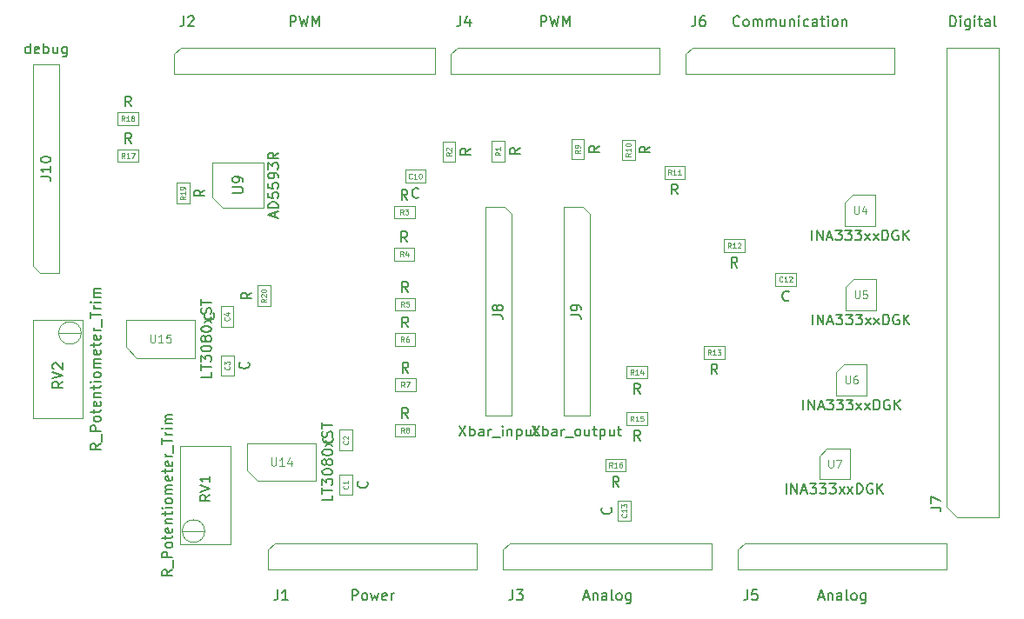
<source format=gbr>
%TF.GenerationSoftware,KiCad,Pcbnew,8.0.8*%
%TF.CreationDate,2025-07-24T20:26:14+03:00*%
%TF.ProjectId,memristor_shield,6d656d72-6973-4746-9f72-5f736869656c,rev?*%
%TF.SameCoordinates,Original*%
%TF.FileFunction,AssemblyDrawing,Top*%
%FSLAX46Y46*%
G04 Gerber Fmt 4.6, Leading zero omitted, Abs format (unit mm)*
G04 Created by KiCad (PCBNEW 8.0.8) date 2025-07-24 20:26:14*
%MOMM*%
%LPD*%
G01*
G04 APERTURE LIST*
%ADD10C,0.150000*%
%ADD11C,0.080000*%
%ADD12C,0.110000*%
%ADD13C,0.120000*%
%ADD14C,0.100000*%
G04 APERTURE END LIST*
D10*
X193059524Y-45844819D02*
X193059524Y-44844819D01*
X193059524Y-44844819D02*
X193297619Y-44844819D01*
X193297619Y-44844819D02*
X193440476Y-44892438D01*
X193440476Y-44892438D02*
X193535714Y-44987676D01*
X193535714Y-44987676D02*
X193583333Y-45082914D01*
X193583333Y-45082914D02*
X193630952Y-45273390D01*
X193630952Y-45273390D02*
X193630952Y-45416247D01*
X193630952Y-45416247D02*
X193583333Y-45606723D01*
X193583333Y-45606723D02*
X193535714Y-45701961D01*
X193535714Y-45701961D02*
X193440476Y-45797200D01*
X193440476Y-45797200D02*
X193297619Y-45844819D01*
X193297619Y-45844819D02*
X193059524Y-45844819D01*
X194059524Y-45844819D02*
X194059524Y-45178152D01*
X194059524Y-44844819D02*
X194011905Y-44892438D01*
X194011905Y-44892438D02*
X194059524Y-44940057D01*
X194059524Y-44940057D02*
X194107143Y-44892438D01*
X194107143Y-44892438D02*
X194059524Y-44844819D01*
X194059524Y-44844819D02*
X194059524Y-44940057D01*
X194964285Y-45178152D02*
X194964285Y-45987676D01*
X194964285Y-45987676D02*
X194916666Y-46082914D01*
X194916666Y-46082914D02*
X194869047Y-46130533D01*
X194869047Y-46130533D02*
X194773809Y-46178152D01*
X194773809Y-46178152D02*
X194630952Y-46178152D01*
X194630952Y-46178152D02*
X194535714Y-46130533D01*
X194964285Y-45797200D02*
X194869047Y-45844819D01*
X194869047Y-45844819D02*
X194678571Y-45844819D01*
X194678571Y-45844819D02*
X194583333Y-45797200D01*
X194583333Y-45797200D02*
X194535714Y-45749580D01*
X194535714Y-45749580D02*
X194488095Y-45654342D01*
X194488095Y-45654342D02*
X194488095Y-45368628D01*
X194488095Y-45368628D02*
X194535714Y-45273390D01*
X194535714Y-45273390D02*
X194583333Y-45225771D01*
X194583333Y-45225771D02*
X194678571Y-45178152D01*
X194678571Y-45178152D02*
X194869047Y-45178152D01*
X194869047Y-45178152D02*
X194964285Y-45225771D01*
X195440476Y-45844819D02*
X195440476Y-45178152D01*
X195440476Y-44844819D02*
X195392857Y-44892438D01*
X195392857Y-44892438D02*
X195440476Y-44940057D01*
X195440476Y-44940057D02*
X195488095Y-44892438D01*
X195488095Y-44892438D02*
X195440476Y-44844819D01*
X195440476Y-44844819D02*
X195440476Y-44940057D01*
X195773809Y-45178152D02*
X196154761Y-45178152D01*
X195916666Y-44844819D02*
X195916666Y-45701961D01*
X195916666Y-45701961D02*
X195964285Y-45797200D01*
X195964285Y-45797200D02*
X196059523Y-45844819D01*
X196059523Y-45844819D02*
X196154761Y-45844819D01*
X196916666Y-45844819D02*
X196916666Y-45321009D01*
X196916666Y-45321009D02*
X196869047Y-45225771D01*
X196869047Y-45225771D02*
X196773809Y-45178152D01*
X196773809Y-45178152D02*
X196583333Y-45178152D01*
X196583333Y-45178152D02*
X196488095Y-45225771D01*
X196916666Y-45797200D02*
X196821428Y-45844819D01*
X196821428Y-45844819D02*
X196583333Y-45844819D01*
X196583333Y-45844819D02*
X196488095Y-45797200D01*
X196488095Y-45797200D02*
X196440476Y-45701961D01*
X196440476Y-45701961D02*
X196440476Y-45606723D01*
X196440476Y-45606723D02*
X196488095Y-45511485D01*
X196488095Y-45511485D02*
X196583333Y-45463866D01*
X196583333Y-45463866D02*
X196821428Y-45463866D01*
X196821428Y-45463866D02*
X196916666Y-45416247D01*
X197535714Y-45844819D02*
X197440476Y-45797200D01*
X197440476Y-45797200D02*
X197392857Y-45701961D01*
X197392857Y-45701961D02*
X197392857Y-44844819D01*
X191148819Y-92713333D02*
X191863104Y-92713333D01*
X191863104Y-92713333D02*
X192005961Y-92760952D01*
X192005961Y-92760952D02*
X192101200Y-92856190D01*
X192101200Y-92856190D02*
X192148819Y-92999047D01*
X192148819Y-92999047D02*
X192148819Y-93094285D01*
X191148819Y-92332380D02*
X191148819Y-91665714D01*
X191148819Y-91665714D02*
X192148819Y-92094285D01*
X134853809Y-101724819D02*
X134853809Y-100724819D01*
X134853809Y-100724819D02*
X135234761Y-100724819D01*
X135234761Y-100724819D02*
X135329999Y-100772438D01*
X135329999Y-100772438D02*
X135377618Y-100820057D01*
X135377618Y-100820057D02*
X135425237Y-100915295D01*
X135425237Y-100915295D02*
X135425237Y-101058152D01*
X135425237Y-101058152D02*
X135377618Y-101153390D01*
X135377618Y-101153390D02*
X135329999Y-101201009D01*
X135329999Y-101201009D02*
X135234761Y-101248628D01*
X135234761Y-101248628D02*
X134853809Y-101248628D01*
X135996666Y-101724819D02*
X135901428Y-101677200D01*
X135901428Y-101677200D02*
X135853809Y-101629580D01*
X135853809Y-101629580D02*
X135806190Y-101534342D01*
X135806190Y-101534342D02*
X135806190Y-101248628D01*
X135806190Y-101248628D02*
X135853809Y-101153390D01*
X135853809Y-101153390D02*
X135901428Y-101105771D01*
X135901428Y-101105771D02*
X135996666Y-101058152D01*
X135996666Y-101058152D02*
X136139523Y-101058152D01*
X136139523Y-101058152D02*
X136234761Y-101105771D01*
X136234761Y-101105771D02*
X136282380Y-101153390D01*
X136282380Y-101153390D02*
X136329999Y-101248628D01*
X136329999Y-101248628D02*
X136329999Y-101534342D01*
X136329999Y-101534342D02*
X136282380Y-101629580D01*
X136282380Y-101629580D02*
X136234761Y-101677200D01*
X136234761Y-101677200D02*
X136139523Y-101724819D01*
X136139523Y-101724819D02*
X135996666Y-101724819D01*
X136663333Y-101058152D02*
X136853809Y-101724819D01*
X136853809Y-101724819D02*
X137044285Y-101248628D01*
X137044285Y-101248628D02*
X137234761Y-101724819D01*
X137234761Y-101724819D02*
X137425237Y-101058152D01*
X138187142Y-101677200D02*
X138091904Y-101724819D01*
X138091904Y-101724819D02*
X137901428Y-101724819D01*
X137901428Y-101724819D02*
X137806190Y-101677200D01*
X137806190Y-101677200D02*
X137758571Y-101581961D01*
X137758571Y-101581961D02*
X137758571Y-101201009D01*
X137758571Y-101201009D02*
X137806190Y-101105771D01*
X137806190Y-101105771D02*
X137901428Y-101058152D01*
X137901428Y-101058152D02*
X138091904Y-101058152D01*
X138091904Y-101058152D02*
X138187142Y-101105771D01*
X138187142Y-101105771D02*
X138234761Y-101201009D01*
X138234761Y-101201009D02*
X138234761Y-101296247D01*
X138234761Y-101296247D02*
X137758571Y-101391485D01*
X138663333Y-101724819D02*
X138663333Y-101058152D01*
X138663333Y-101248628D02*
X138710952Y-101153390D01*
X138710952Y-101153390D02*
X138758571Y-101105771D01*
X138758571Y-101105771D02*
X138853809Y-101058152D01*
X138853809Y-101058152D02*
X138949047Y-101058152D01*
X127606666Y-100724819D02*
X127606666Y-101439104D01*
X127606666Y-101439104D02*
X127559047Y-101581961D01*
X127559047Y-101581961D02*
X127463809Y-101677200D01*
X127463809Y-101677200D02*
X127320952Y-101724819D01*
X127320952Y-101724819D02*
X127225714Y-101724819D01*
X128606666Y-101724819D02*
X128035238Y-101724819D01*
X128320952Y-101724819D02*
X128320952Y-100724819D01*
X128320952Y-100724819D02*
X128225714Y-100867676D01*
X128225714Y-100867676D02*
X128130476Y-100962914D01*
X128130476Y-100962914D02*
X128035238Y-101010533D01*
X157380476Y-101439104D02*
X157856666Y-101439104D01*
X157285238Y-101724819D02*
X157618571Y-100724819D01*
X157618571Y-100724819D02*
X157951904Y-101724819D01*
X158285238Y-101058152D02*
X158285238Y-101724819D01*
X158285238Y-101153390D02*
X158332857Y-101105771D01*
X158332857Y-101105771D02*
X158428095Y-101058152D01*
X158428095Y-101058152D02*
X158570952Y-101058152D01*
X158570952Y-101058152D02*
X158666190Y-101105771D01*
X158666190Y-101105771D02*
X158713809Y-101201009D01*
X158713809Y-101201009D02*
X158713809Y-101724819D01*
X159618571Y-101724819D02*
X159618571Y-101201009D01*
X159618571Y-101201009D02*
X159570952Y-101105771D01*
X159570952Y-101105771D02*
X159475714Y-101058152D01*
X159475714Y-101058152D02*
X159285238Y-101058152D01*
X159285238Y-101058152D02*
X159190000Y-101105771D01*
X159618571Y-101677200D02*
X159523333Y-101724819D01*
X159523333Y-101724819D02*
X159285238Y-101724819D01*
X159285238Y-101724819D02*
X159190000Y-101677200D01*
X159190000Y-101677200D02*
X159142381Y-101581961D01*
X159142381Y-101581961D02*
X159142381Y-101486723D01*
X159142381Y-101486723D02*
X159190000Y-101391485D01*
X159190000Y-101391485D02*
X159285238Y-101343866D01*
X159285238Y-101343866D02*
X159523333Y-101343866D01*
X159523333Y-101343866D02*
X159618571Y-101296247D01*
X160237619Y-101724819D02*
X160142381Y-101677200D01*
X160142381Y-101677200D02*
X160094762Y-101581961D01*
X160094762Y-101581961D02*
X160094762Y-100724819D01*
X160761429Y-101724819D02*
X160666191Y-101677200D01*
X160666191Y-101677200D02*
X160618572Y-101629580D01*
X160618572Y-101629580D02*
X160570953Y-101534342D01*
X160570953Y-101534342D02*
X160570953Y-101248628D01*
X160570953Y-101248628D02*
X160618572Y-101153390D01*
X160618572Y-101153390D02*
X160666191Y-101105771D01*
X160666191Y-101105771D02*
X160761429Y-101058152D01*
X160761429Y-101058152D02*
X160904286Y-101058152D01*
X160904286Y-101058152D02*
X160999524Y-101105771D01*
X160999524Y-101105771D02*
X161047143Y-101153390D01*
X161047143Y-101153390D02*
X161094762Y-101248628D01*
X161094762Y-101248628D02*
X161094762Y-101534342D01*
X161094762Y-101534342D02*
X161047143Y-101629580D01*
X161047143Y-101629580D02*
X160999524Y-101677200D01*
X160999524Y-101677200D02*
X160904286Y-101724819D01*
X160904286Y-101724819D02*
X160761429Y-101724819D01*
X161951905Y-101058152D02*
X161951905Y-101867676D01*
X161951905Y-101867676D02*
X161904286Y-101962914D01*
X161904286Y-101962914D02*
X161856667Y-102010533D01*
X161856667Y-102010533D02*
X161761429Y-102058152D01*
X161761429Y-102058152D02*
X161618572Y-102058152D01*
X161618572Y-102058152D02*
X161523334Y-102010533D01*
X161951905Y-101677200D02*
X161856667Y-101724819D01*
X161856667Y-101724819D02*
X161666191Y-101724819D01*
X161666191Y-101724819D02*
X161570953Y-101677200D01*
X161570953Y-101677200D02*
X161523334Y-101629580D01*
X161523334Y-101629580D02*
X161475715Y-101534342D01*
X161475715Y-101534342D02*
X161475715Y-101248628D01*
X161475715Y-101248628D02*
X161523334Y-101153390D01*
X161523334Y-101153390D02*
X161570953Y-101105771D01*
X161570953Y-101105771D02*
X161666191Y-101058152D01*
X161666191Y-101058152D02*
X161856667Y-101058152D01*
X161856667Y-101058152D02*
X161951905Y-101105771D01*
X150466666Y-100724819D02*
X150466666Y-101439104D01*
X150466666Y-101439104D02*
X150419047Y-101581961D01*
X150419047Y-101581961D02*
X150323809Y-101677200D01*
X150323809Y-101677200D02*
X150180952Y-101724819D01*
X150180952Y-101724819D02*
X150085714Y-101724819D01*
X150847619Y-100724819D02*
X151466666Y-100724819D01*
X151466666Y-100724819D02*
X151133333Y-101105771D01*
X151133333Y-101105771D02*
X151276190Y-101105771D01*
X151276190Y-101105771D02*
X151371428Y-101153390D01*
X151371428Y-101153390D02*
X151419047Y-101201009D01*
X151419047Y-101201009D02*
X151466666Y-101296247D01*
X151466666Y-101296247D02*
X151466666Y-101534342D01*
X151466666Y-101534342D02*
X151419047Y-101629580D01*
X151419047Y-101629580D02*
X151371428Y-101677200D01*
X151371428Y-101677200D02*
X151276190Y-101724819D01*
X151276190Y-101724819D02*
X150990476Y-101724819D01*
X150990476Y-101724819D02*
X150895238Y-101677200D01*
X150895238Y-101677200D02*
X150847619Y-101629580D01*
X180240476Y-101439104D02*
X180716666Y-101439104D01*
X180145238Y-101724819D02*
X180478571Y-100724819D01*
X180478571Y-100724819D02*
X180811904Y-101724819D01*
X181145238Y-101058152D02*
X181145238Y-101724819D01*
X181145238Y-101153390D02*
X181192857Y-101105771D01*
X181192857Y-101105771D02*
X181288095Y-101058152D01*
X181288095Y-101058152D02*
X181430952Y-101058152D01*
X181430952Y-101058152D02*
X181526190Y-101105771D01*
X181526190Y-101105771D02*
X181573809Y-101201009D01*
X181573809Y-101201009D02*
X181573809Y-101724819D01*
X182478571Y-101724819D02*
X182478571Y-101201009D01*
X182478571Y-101201009D02*
X182430952Y-101105771D01*
X182430952Y-101105771D02*
X182335714Y-101058152D01*
X182335714Y-101058152D02*
X182145238Y-101058152D01*
X182145238Y-101058152D02*
X182050000Y-101105771D01*
X182478571Y-101677200D02*
X182383333Y-101724819D01*
X182383333Y-101724819D02*
X182145238Y-101724819D01*
X182145238Y-101724819D02*
X182050000Y-101677200D01*
X182050000Y-101677200D02*
X182002381Y-101581961D01*
X182002381Y-101581961D02*
X182002381Y-101486723D01*
X182002381Y-101486723D02*
X182050000Y-101391485D01*
X182050000Y-101391485D02*
X182145238Y-101343866D01*
X182145238Y-101343866D02*
X182383333Y-101343866D01*
X182383333Y-101343866D02*
X182478571Y-101296247D01*
X183097619Y-101724819D02*
X183002381Y-101677200D01*
X183002381Y-101677200D02*
X182954762Y-101581961D01*
X182954762Y-101581961D02*
X182954762Y-100724819D01*
X183621429Y-101724819D02*
X183526191Y-101677200D01*
X183526191Y-101677200D02*
X183478572Y-101629580D01*
X183478572Y-101629580D02*
X183430953Y-101534342D01*
X183430953Y-101534342D02*
X183430953Y-101248628D01*
X183430953Y-101248628D02*
X183478572Y-101153390D01*
X183478572Y-101153390D02*
X183526191Y-101105771D01*
X183526191Y-101105771D02*
X183621429Y-101058152D01*
X183621429Y-101058152D02*
X183764286Y-101058152D01*
X183764286Y-101058152D02*
X183859524Y-101105771D01*
X183859524Y-101105771D02*
X183907143Y-101153390D01*
X183907143Y-101153390D02*
X183954762Y-101248628D01*
X183954762Y-101248628D02*
X183954762Y-101534342D01*
X183954762Y-101534342D02*
X183907143Y-101629580D01*
X183907143Y-101629580D02*
X183859524Y-101677200D01*
X183859524Y-101677200D02*
X183764286Y-101724819D01*
X183764286Y-101724819D02*
X183621429Y-101724819D01*
X184811905Y-101058152D02*
X184811905Y-101867676D01*
X184811905Y-101867676D02*
X184764286Y-101962914D01*
X184764286Y-101962914D02*
X184716667Y-102010533D01*
X184716667Y-102010533D02*
X184621429Y-102058152D01*
X184621429Y-102058152D02*
X184478572Y-102058152D01*
X184478572Y-102058152D02*
X184383334Y-102010533D01*
X184811905Y-101677200D02*
X184716667Y-101724819D01*
X184716667Y-101724819D02*
X184526191Y-101724819D01*
X184526191Y-101724819D02*
X184430953Y-101677200D01*
X184430953Y-101677200D02*
X184383334Y-101629580D01*
X184383334Y-101629580D02*
X184335715Y-101534342D01*
X184335715Y-101534342D02*
X184335715Y-101248628D01*
X184335715Y-101248628D02*
X184383334Y-101153390D01*
X184383334Y-101153390D02*
X184430953Y-101105771D01*
X184430953Y-101105771D02*
X184526191Y-101058152D01*
X184526191Y-101058152D02*
X184716667Y-101058152D01*
X184716667Y-101058152D02*
X184811905Y-101105771D01*
X173326666Y-100724819D02*
X173326666Y-101439104D01*
X173326666Y-101439104D02*
X173279047Y-101581961D01*
X173279047Y-101581961D02*
X173183809Y-101677200D01*
X173183809Y-101677200D02*
X173040952Y-101724819D01*
X173040952Y-101724819D02*
X172945714Y-101724819D01*
X174279047Y-100724819D02*
X173802857Y-100724819D01*
X173802857Y-100724819D02*
X173755238Y-101201009D01*
X173755238Y-101201009D02*
X173802857Y-101153390D01*
X173802857Y-101153390D02*
X173898095Y-101105771D01*
X173898095Y-101105771D02*
X174136190Y-101105771D01*
X174136190Y-101105771D02*
X174231428Y-101153390D01*
X174231428Y-101153390D02*
X174279047Y-101201009D01*
X174279047Y-101201009D02*
X174326666Y-101296247D01*
X174326666Y-101296247D02*
X174326666Y-101534342D01*
X174326666Y-101534342D02*
X174279047Y-101629580D01*
X174279047Y-101629580D02*
X174231428Y-101677200D01*
X174231428Y-101677200D02*
X174136190Y-101724819D01*
X174136190Y-101724819D02*
X173898095Y-101724819D01*
X173898095Y-101724819D02*
X173802857Y-101677200D01*
X173802857Y-101677200D02*
X173755238Y-101629580D01*
X128821238Y-45844819D02*
X128821238Y-44844819D01*
X128821238Y-44844819D02*
X129202190Y-44844819D01*
X129202190Y-44844819D02*
X129297428Y-44892438D01*
X129297428Y-44892438D02*
X129345047Y-44940057D01*
X129345047Y-44940057D02*
X129392666Y-45035295D01*
X129392666Y-45035295D02*
X129392666Y-45178152D01*
X129392666Y-45178152D02*
X129345047Y-45273390D01*
X129345047Y-45273390D02*
X129297428Y-45321009D01*
X129297428Y-45321009D02*
X129202190Y-45368628D01*
X129202190Y-45368628D02*
X128821238Y-45368628D01*
X129726000Y-44844819D02*
X129964095Y-45844819D01*
X129964095Y-45844819D02*
X130154571Y-45130533D01*
X130154571Y-45130533D02*
X130345047Y-45844819D01*
X130345047Y-45844819D02*
X130583143Y-44844819D01*
X130964095Y-45844819D02*
X130964095Y-44844819D01*
X130964095Y-44844819D02*
X131297428Y-45559104D01*
X131297428Y-45559104D02*
X131630761Y-44844819D01*
X131630761Y-44844819D02*
X131630761Y-45844819D01*
X118462666Y-44844819D02*
X118462666Y-45559104D01*
X118462666Y-45559104D02*
X118415047Y-45701961D01*
X118415047Y-45701961D02*
X118319809Y-45797200D01*
X118319809Y-45797200D02*
X118176952Y-45844819D01*
X118176952Y-45844819D02*
X118081714Y-45844819D01*
X118891238Y-44940057D02*
X118938857Y-44892438D01*
X118938857Y-44892438D02*
X119034095Y-44844819D01*
X119034095Y-44844819D02*
X119272190Y-44844819D01*
X119272190Y-44844819D02*
X119367428Y-44892438D01*
X119367428Y-44892438D02*
X119415047Y-44940057D01*
X119415047Y-44940057D02*
X119462666Y-45035295D01*
X119462666Y-45035295D02*
X119462666Y-45130533D01*
X119462666Y-45130533D02*
X119415047Y-45273390D01*
X119415047Y-45273390D02*
X118843619Y-45844819D01*
X118843619Y-45844819D02*
X119462666Y-45844819D01*
X153205238Y-45844819D02*
X153205238Y-44844819D01*
X153205238Y-44844819D02*
X153586190Y-44844819D01*
X153586190Y-44844819D02*
X153681428Y-44892438D01*
X153681428Y-44892438D02*
X153729047Y-44940057D01*
X153729047Y-44940057D02*
X153776666Y-45035295D01*
X153776666Y-45035295D02*
X153776666Y-45178152D01*
X153776666Y-45178152D02*
X153729047Y-45273390D01*
X153729047Y-45273390D02*
X153681428Y-45321009D01*
X153681428Y-45321009D02*
X153586190Y-45368628D01*
X153586190Y-45368628D02*
X153205238Y-45368628D01*
X154110000Y-44844819D02*
X154348095Y-45844819D01*
X154348095Y-45844819D02*
X154538571Y-45130533D01*
X154538571Y-45130533D02*
X154729047Y-45844819D01*
X154729047Y-45844819D02*
X154967143Y-44844819D01*
X155348095Y-45844819D02*
X155348095Y-44844819D01*
X155348095Y-44844819D02*
X155681428Y-45559104D01*
X155681428Y-45559104D02*
X156014761Y-44844819D01*
X156014761Y-44844819D02*
X156014761Y-45844819D01*
X145386666Y-44844819D02*
X145386666Y-45559104D01*
X145386666Y-45559104D02*
X145339047Y-45701961D01*
X145339047Y-45701961D02*
X145243809Y-45797200D01*
X145243809Y-45797200D02*
X145100952Y-45844819D01*
X145100952Y-45844819D02*
X145005714Y-45844819D01*
X146291428Y-45178152D02*
X146291428Y-45844819D01*
X146053333Y-44797200D02*
X145815238Y-45511485D01*
X145815238Y-45511485D02*
X146434285Y-45511485D01*
X172541428Y-45749580D02*
X172493809Y-45797200D01*
X172493809Y-45797200D02*
X172350952Y-45844819D01*
X172350952Y-45844819D02*
X172255714Y-45844819D01*
X172255714Y-45844819D02*
X172112857Y-45797200D01*
X172112857Y-45797200D02*
X172017619Y-45701961D01*
X172017619Y-45701961D02*
X171970000Y-45606723D01*
X171970000Y-45606723D02*
X171922381Y-45416247D01*
X171922381Y-45416247D02*
X171922381Y-45273390D01*
X171922381Y-45273390D02*
X171970000Y-45082914D01*
X171970000Y-45082914D02*
X172017619Y-44987676D01*
X172017619Y-44987676D02*
X172112857Y-44892438D01*
X172112857Y-44892438D02*
X172255714Y-44844819D01*
X172255714Y-44844819D02*
X172350952Y-44844819D01*
X172350952Y-44844819D02*
X172493809Y-44892438D01*
X172493809Y-44892438D02*
X172541428Y-44940057D01*
X173112857Y-45844819D02*
X173017619Y-45797200D01*
X173017619Y-45797200D02*
X172970000Y-45749580D01*
X172970000Y-45749580D02*
X172922381Y-45654342D01*
X172922381Y-45654342D02*
X172922381Y-45368628D01*
X172922381Y-45368628D02*
X172970000Y-45273390D01*
X172970000Y-45273390D02*
X173017619Y-45225771D01*
X173017619Y-45225771D02*
X173112857Y-45178152D01*
X173112857Y-45178152D02*
X173255714Y-45178152D01*
X173255714Y-45178152D02*
X173350952Y-45225771D01*
X173350952Y-45225771D02*
X173398571Y-45273390D01*
X173398571Y-45273390D02*
X173446190Y-45368628D01*
X173446190Y-45368628D02*
X173446190Y-45654342D01*
X173446190Y-45654342D02*
X173398571Y-45749580D01*
X173398571Y-45749580D02*
X173350952Y-45797200D01*
X173350952Y-45797200D02*
X173255714Y-45844819D01*
X173255714Y-45844819D02*
X173112857Y-45844819D01*
X173874762Y-45844819D02*
X173874762Y-45178152D01*
X173874762Y-45273390D02*
X173922381Y-45225771D01*
X173922381Y-45225771D02*
X174017619Y-45178152D01*
X174017619Y-45178152D02*
X174160476Y-45178152D01*
X174160476Y-45178152D02*
X174255714Y-45225771D01*
X174255714Y-45225771D02*
X174303333Y-45321009D01*
X174303333Y-45321009D02*
X174303333Y-45844819D01*
X174303333Y-45321009D02*
X174350952Y-45225771D01*
X174350952Y-45225771D02*
X174446190Y-45178152D01*
X174446190Y-45178152D02*
X174589047Y-45178152D01*
X174589047Y-45178152D02*
X174684286Y-45225771D01*
X174684286Y-45225771D02*
X174731905Y-45321009D01*
X174731905Y-45321009D02*
X174731905Y-45844819D01*
X175208095Y-45844819D02*
X175208095Y-45178152D01*
X175208095Y-45273390D02*
X175255714Y-45225771D01*
X175255714Y-45225771D02*
X175350952Y-45178152D01*
X175350952Y-45178152D02*
X175493809Y-45178152D01*
X175493809Y-45178152D02*
X175589047Y-45225771D01*
X175589047Y-45225771D02*
X175636666Y-45321009D01*
X175636666Y-45321009D02*
X175636666Y-45844819D01*
X175636666Y-45321009D02*
X175684285Y-45225771D01*
X175684285Y-45225771D02*
X175779523Y-45178152D01*
X175779523Y-45178152D02*
X175922380Y-45178152D01*
X175922380Y-45178152D02*
X176017619Y-45225771D01*
X176017619Y-45225771D02*
X176065238Y-45321009D01*
X176065238Y-45321009D02*
X176065238Y-45844819D01*
X176969999Y-45178152D02*
X176969999Y-45844819D01*
X176541428Y-45178152D02*
X176541428Y-45701961D01*
X176541428Y-45701961D02*
X176589047Y-45797200D01*
X176589047Y-45797200D02*
X176684285Y-45844819D01*
X176684285Y-45844819D02*
X176827142Y-45844819D01*
X176827142Y-45844819D02*
X176922380Y-45797200D01*
X176922380Y-45797200D02*
X176969999Y-45749580D01*
X177446190Y-45178152D02*
X177446190Y-45844819D01*
X177446190Y-45273390D02*
X177493809Y-45225771D01*
X177493809Y-45225771D02*
X177589047Y-45178152D01*
X177589047Y-45178152D02*
X177731904Y-45178152D01*
X177731904Y-45178152D02*
X177827142Y-45225771D01*
X177827142Y-45225771D02*
X177874761Y-45321009D01*
X177874761Y-45321009D02*
X177874761Y-45844819D01*
X178350952Y-45844819D02*
X178350952Y-45178152D01*
X178350952Y-44844819D02*
X178303333Y-44892438D01*
X178303333Y-44892438D02*
X178350952Y-44940057D01*
X178350952Y-44940057D02*
X178398571Y-44892438D01*
X178398571Y-44892438D02*
X178350952Y-44844819D01*
X178350952Y-44844819D02*
X178350952Y-44940057D01*
X179255713Y-45797200D02*
X179160475Y-45844819D01*
X179160475Y-45844819D02*
X178969999Y-45844819D01*
X178969999Y-45844819D02*
X178874761Y-45797200D01*
X178874761Y-45797200D02*
X178827142Y-45749580D01*
X178827142Y-45749580D02*
X178779523Y-45654342D01*
X178779523Y-45654342D02*
X178779523Y-45368628D01*
X178779523Y-45368628D02*
X178827142Y-45273390D01*
X178827142Y-45273390D02*
X178874761Y-45225771D01*
X178874761Y-45225771D02*
X178969999Y-45178152D01*
X178969999Y-45178152D02*
X179160475Y-45178152D01*
X179160475Y-45178152D02*
X179255713Y-45225771D01*
X180112856Y-45844819D02*
X180112856Y-45321009D01*
X180112856Y-45321009D02*
X180065237Y-45225771D01*
X180065237Y-45225771D02*
X179969999Y-45178152D01*
X179969999Y-45178152D02*
X179779523Y-45178152D01*
X179779523Y-45178152D02*
X179684285Y-45225771D01*
X180112856Y-45797200D02*
X180017618Y-45844819D01*
X180017618Y-45844819D02*
X179779523Y-45844819D01*
X179779523Y-45844819D02*
X179684285Y-45797200D01*
X179684285Y-45797200D02*
X179636666Y-45701961D01*
X179636666Y-45701961D02*
X179636666Y-45606723D01*
X179636666Y-45606723D02*
X179684285Y-45511485D01*
X179684285Y-45511485D02*
X179779523Y-45463866D01*
X179779523Y-45463866D02*
X180017618Y-45463866D01*
X180017618Y-45463866D02*
X180112856Y-45416247D01*
X180446190Y-45178152D02*
X180827142Y-45178152D01*
X180589047Y-44844819D02*
X180589047Y-45701961D01*
X180589047Y-45701961D02*
X180636666Y-45797200D01*
X180636666Y-45797200D02*
X180731904Y-45844819D01*
X180731904Y-45844819D02*
X180827142Y-45844819D01*
X181160476Y-45844819D02*
X181160476Y-45178152D01*
X181160476Y-44844819D02*
X181112857Y-44892438D01*
X181112857Y-44892438D02*
X181160476Y-44940057D01*
X181160476Y-44940057D02*
X181208095Y-44892438D01*
X181208095Y-44892438D02*
X181160476Y-44844819D01*
X181160476Y-44844819D02*
X181160476Y-44940057D01*
X181779523Y-45844819D02*
X181684285Y-45797200D01*
X181684285Y-45797200D02*
X181636666Y-45749580D01*
X181636666Y-45749580D02*
X181589047Y-45654342D01*
X181589047Y-45654342D02*
X181589047Y-45368628D01*
X181589047Y-45368628D02*
X181636666Y-45273390D01*
X181636666Y-45273390D02*
X181684285Y-45225771D01*
X181684285Y-45225771D02*
X181779523Y-45178152D01*
X181779523Y-45178152D02*
X181922380Y-45178152D01*
X181922380Y-45178152D02*
X182017618Y-45225771D01*
X182017618Y-45225771D02*
X182065237Y-45273390D01*
X182065237Y-45273390D02*
X182112856Y-45368628D01*
X182112856Y-45368628D02*
X182112856Y-45654342D01*
X182112856Y-45654342D02*
X182065237Y-45749580D01*
X182065237Y-45749580D02*
X182017618Y-45797200D01*
X182017618Y-45797200D02*
X181922380Y-45844819D01*
X181922380Y-45844819D02*
X181779523Y-45844819D01*
X182541428Y-45178152D02*
X182541428Y-45844819D01*
X182541428Y-45273390D02*
X182589047Y-45225771D01*
X182589047Y-45225771D02*
X182684285Y-45178152D01*
X182684285Y-45178152D02*
X182827142Y-45178152D01*
X182827142Y-45178152D02*
X182922380Y-45225771D01*
X182922380Y-45225771D02*
X182969999Y-45321009D01*
X182969999Y-45321009D02*
X182969999Y-45844819D01*
X168246666Y-44844819D02*
X168246666Y-45559104D01*
X168246666Y-45559104D02*
X168199047Y-45701961D01*
X168199047Y-45701961D02*
X168103809Y-45797200D01*
X168103809Y-45797200D02*
X167960952Y-45844819D01*
X167960952Y-45844819D02*
X167865714Y-45844819D01*
X169151428Y-44844819D02*
X168960952Y-44844819D01*
X168960952Y-44844819D02*
X168865714Y-44892438D01*
X168865714Y-44892438D02*
X168818095Y-44940057D01*
X168818095Y-44940057D02*
X168722857Y-45082914D01*
X168722857Y-45082914D02*
X168675238Y-45273390D01*
X168675238Y-45273390D02*
X168675238Y-45654342D01*
X168675238Y-45654342D02*
X168722857Y-45749580D01*
X168722857Y-45749580D02*
X168770476Y-45797200D01*
X168770476Y-45797200D02*
X168865714Y-45844819D01*
X168865714Y-45844819D02*
X169056190Y-45844819D01*
X169056190Y-45844819D02*
X169151428Y-45797200D01*
X169151428Y-45797200D02*
X169199047Y-45749580D01*
X169199047Y-45749580D02*
X169246666Y-45654342D01*
X169246666Y-45654342D02*
X169246666Y-45416247D01*
X169246666Y-45416247D02*
X169199047Y-45321009D01*
X169199047Y-45321009D02*
X169151428Y-45273390D01*
X169151428Y-45273390D02*
X169056190Y-45225771D01*
X169056190Y-45225771D02*
X168865714Y-45225771D01*
X168865714Y-45225771D02*
X168770476Y-45273390D01*
X168770476Y-45273390D02*
X168722857Y-45321009D01*
X168722857Y-45321009D02*
X168675238Y-45416247D01*
X160019580Y-92720476D02*
X160067200Y-92768095D01*
X160067200Y-92768095D02*
X160114819Y-92910952D01*
X160114819Y-92910952D02*
X160114819Y-93006190D01*
X160114819Y-93006190D02*
X160067200Y-93149047D01*
X160067200Y-93149047D02*
X159971961Y-93244285D01*
X159971961Y-93244285D02*
X159876723Y-93291904D01*
X159876723Y-93291904D02*
X159686247Y-93339523D01*
X159686247Y-93339523D02*
X159543390Y-93339523D01*
X159543390Y-93339523D02*
X159352914Y-93291904D01*
X159352914Y-93291904D02*
X159257676Y-93244285D01*
X159257676Y-93244285D02*
X159162438Y-93149047D01*
X159162438Y-93149047D02*
X159114819Y-93006190D01*
X159114819Y-93006190D02*
X159114819Y-92910952D01*
X159114819Y-92910952D02*
X159162438Y-92768095D01*
X159162438Y-92768095D02*
X159210057Y-92720476D01*
D11*
X161519530Y-93351428D02*
X161543340Y-93375237D01*
X161543340Y-93375237D02*
X161567149Y-93446666D01*
X161567149Y-93446666D02*
X161567149Y-93494285D01*
X161567149Y-93494285D02*
X161543340Y-93565713D01*
X161543340Y-93565713D02*
X161495720Y-93613332D01*
X161495720Y-93613332D02*
X161448101Y-93637142D01*
X161448101Y-93637142D02*
X161352863Y-93660951D01*
X161352863Y-93660951D02*
X161281435Y-93660951D01*
X161281435Y-93660951D02*
X161186197Y-93637142D01*
X161186197Y-93637142D02*
X161138578Y-93613332D01*
X161138578Y-93613332D02*
X161090959Y-93565713D01*
X161090959Y-93565713D02*
X161067149Y-93494285D01*
X161067149Y-93494285D02*
X161067149Y-93446666D01*
X161067149Y-93446666D02*
X161090959Y-93375237D01*
X161090959Y-93375237D02*
X161114768Y-93351428D01*
X161567149Y-92875237D02*
X161567149Y-93160951D01*
X161567149Y-93018094D02*
X161067149Y-93018094D01*
X161067149Y-93018094D02*
X161138578Y-93065713D01*
X161138578Y-93065713D02*
X161186197Y-93113332D01*
X161186197Y-93113332D02*
X161210006Y-93160951D01*
X161067149Y-92708571D02*
X161067149Y-92399047D01*
X161067149Y-92399047D02*
X161257625Y-92565714D01*
X161257625Y-92565714D02*
X161257625Y-92494285D01*
X161257625Y-92494285D02*
X161281435Y-92446666D01*
X161281435Y-92446666D02*
X161305244Y-92422857D01*
X161305244Y-92422857D02*
X161352863Y-92399047D01*
X161352863Y-92399047D02*
X161471911Y-92399047D01*
X161471911Y-92399047D02*
X161519530Y-92422857D01*
X161519530Y-92422857D02*
X161543340Y-92446666D01*
X161543340Y-92446666D02*
X161567149Y-92494285D01*
X161567149Y-92494285D02*
X161567149Y-92637142D01*
X161567149Y-92637142D02*
X161543340Y-92684761D01*
X161543340Y-92684761D02*
X161519530Y-92708571D01*
D10*
X145250476Y-84744819D02*
X145917142Y-85744819D01*
X145917142Y-84744819D02*
X145250476Y-85744819D01*
X146298095Y-85744819D02*
X146298095Y-84744819D01*
X146298095Y-85125771D02*
X146393333Y-85078152D01*
X146393333Y-85078152D02*
X146583809Y-85078152D01*
X146583809Y-85078152D02*
X146679047Y-85125771D01*
X146679047Y-85125771D02*
X146726666Y-85173390D01*
X146726666Y-85173390D02*
X146774285Y-85268628D01*
X146774285Y-85268628D02*
X146774285Y-85554342D01*
X146774285Y-85554342D02*
X146726666Y-85649580D01*
X146726666Y-85649580D02*
X146679047Y-85697200D01*
X146679047Y-85697200D02*
X146583809Y-85744819D01*
X146583809Y-85744819D02*
X146393333Y-85744819D01*
X146393333Y-85744819D02*
X146298095Y-85697200D01*
X147631428Y-85744819D02*
X147631428Y-85221009D01*
X147631428Y-85221009D02*
X147583809Y-85125771D01*
X147583809Y-85125771D02*
X147488571Y-85078152D01*
X147488571Y-85078152D02*
X147298095Y-85078152D01*
X147298095Y-85078152D02*
X147202857Y-85125771D01*
X147631428Y-85697200D02*
X147536190Y-85744819D01*
X147536190Y-85744819D02*
X147298095Y-85744819D01*
X147298095Y-85744819D02*
X147202857Y-85697200D01*
X147202857Y-85697200D02*
X147155238Y-85601961D01*
X147155238Y-85601961D02*
X147155238Y-85506723D01*
X147155238Y-85506723D02*
X147202857Y-85411485D01*
X147202857Y-85411485D02*
X147298095Y-85363866D01*
X147298095Y-85363866D02*
X147536190Y-85363866D01*
X147536190Y-85363866D02*
X147631428Y-85316247D01*
X148107619Y-85744819D02*
X148107619Y-85078152D01*
X148107619Y-85268628D02*
X148155238Y-85173390D01*
X148155238Y-85173390D02*
X148202857Y-85125771D01*
X148202857Y-85125771D02*
X148298095Y-85078152D01*
X148298095Y-85078152D02*
X148393333Y-85078152D01*
X148488572Y-85840057D02*
X149250476Y-85840057D01*
X149488572Y-85744819D02*
X149488572Y-85078152D01*
X149488572Y-84744819D02*
X149440953Y-84792438D01*
X149440953Y-84792438D02*
X149488572Y-84840057D01*
X149488572Y-84840057D02*
X149536191Y-84792438D01*
X149536191Y-84792438D02*
X149488572Y-84744819D01*
X149488572Y-84744819D02*
X149488572Y-84840057D01*
X149964762Y-85078152D02*
X149964762Y-85744819D01*
X149964762Y-85173390D02*
X150012381Y-85125771D01*
X150012381Y-85125771D02*
X150107619Y-85078152D01*
X150107619Y-85078152D02*
X150250476Y-85078152D01*
X150250476Y-85078152D02*
X150345714Y-85125771D01*
X150345714Y-85125771D02*
X150393333Y-85221009D01*
X150393333Y-85221009D02*
X150393333Y-85744819D01*
X150869524Y-85078152D02*
X150869524Y-86078152D01*
X150869524Y-85125771D02*
X150964762Y-85078152D01*
X150964762Y-85078152D02*
X151155238Y-85078152D01*
X151155238Y-85078152D02*
X151250476Y-85125771D01*
X151250476Y-85125771D02*
X151298095Y-85173390D01*
X151298095Y-85173390D02*
X151345714Y-85268628D01*
X151345714Y-85268628D02*
X151345714Y-85554342D01*
X151345714Y-85554342D02*
X151298095Y-85649580D01*
X151298095Y-85649580D02*
X151250476Y-85697200D01*
X151250476Y-85697200D02*
X151155238Y-85744819D01*
X151155238Y-85744819D02*
X150964762Y-85744819D01*
X150964762Y-85744819D02*
X150869524Y-85697200D01*
X152202857Y-85078152D02*
X152202857Y-85744819D01*
X151774286Y-85078152D02*
X151774286Y-85601961D01*
X151774286Y-85601961D02*
X151821905Y-85697200D01*
X151821905Y-85697200D02*
X151917143Y-85744819D01*
X151917143Y-85744819D02*
X152060000Y-85744819D01*
X152060000Y-85744819D02*
X152155238Y-85697200D01*
X152155238Y-85697200D02*
X152202857Y-85649580D01*
X152536191Y-85078152D02*
X152917143Y-85078152D01*
X152679048Y-84744819D02*
X152679048Y-85601961D01*
X152679048Y-85601961D02*
X152726667Y-85697200D01*
X152726667Y-85697200D02*
X152821905Y-85744819D01*
X152821905Y-85744819D02*
X152917143Y-85744819D01*
X148514819Y-73963333D02*
X149229104Y-73963333D01*
X149229104Y-73963333D02*
X149371961Y-74010952D01*
X149371961Y-74010952D02*
X149467200Y-74106190D01*
X149467200Y-74106190D02*
X149514819Y-74249047D01*
X149514819Y-74249047D02*
X149514819Y-74344285D01*
X148943390Y-73344285D02*
X148895771Y-73439523D01*
X148895771Y-73439523D02*
X148848152Y-73487142D01*
X148848152Y-73487142D02*
X148752914Y-73534761D01*
X148752914Y-73534761D02*
X148705295Y-73534761D01*
X148705295Y-73534761D02*
X148610057Y-73487142D01*
X148610057Y-73487142D02*
X148562438Y-73439523D01*
X148562438Y-73439523D02*
X148514819Y-73344285D01*
X148514819Y-73344285D02*
X148514819Y-73153809D01*
X148514819Y-73153809D02*
X148562438Y-73058571D01*
X148562438Y-73058571D02*
X148610057Y-73010952D01*
X148610057Y-73010952D02*
X148705295Y-72963333D01*
X148705295Y-72963333D02*
X148752914Y-72963333D01*
X148752914Y-72963333D02*
X148848152Y-73010952D01*
X148848152Y-73010952D02*
X148895771Y-73058571D01*
X148895771Y-73058571D02*
X148943390Y-73153809D01*
X148943390Y-73153809D02*
X148943390Y-73344285D01*
X148943390Y-73344285D02*
X148991009Y-73439523D01*
X148991009Y-73439523D02*
X149038628Y-73487142D01*
X149038628Y-73487142D02*
X149133866Y-73534761D01*
X149133866Y-73534761D02*
X149324342Y-73534761D01*
X149324342Y-73534761D02*
X149419580Y-73487142D01*
X149419580Y-73487142D02*
X149467200Y-73439523D01*
X149467200Y-73439523D02*
X149514819Y-73344285D01*
X149514819Y-73344285D02*
X149514819Y-73153809D01*
X149514819Y-73153809D02*
X149467200Y-73058571D01*
X149467200Y-73058571D02*
X149419580Y-73010952D01*
X149419580Y-73010952D02*
X149324342Y-72963333D01*
X149324342Y-72963333D02*
X149133866Y-72963333D01*
X149133866Y-72963333D02*
X149038628Y-73010952D01*
X149038628Y-73010952D02*
X148991009Y-73058571D01*
X148991009Y-73058571D02*
X148943390Y-73153809D01*
X140309523Y-71714819D02*
X139976190Y-71238628D01*
X139738095Y-71714819D02*
X139738095Y-70714819D01*
X139738095Y-70714819D02*
X140119047Y-70714819D01*
X140119047Y-70714819D02*
X140214285Y-70762438D01*
X140214285Y-70762438D02*
X140261904Y-70810057D01*
X140261904Y-70810057D02*
X140309523Y-70905295D01*
X140309523Y-70905295D02*
X140309523Y-71048152D01*
X140309523Y-71048152D02*
X140261904Y-71143390D01*
X140261904Y-71143390D02*
X140214285Y-71191009D01*
X140214285Y-71191009D02*
X140119047Y-71238628D01*
X140119047Y-71238628D02*
X139738095Y-71238628D01*
D11*
X139916666Y-73137149D02*
X139750000Y-72899054D01*
X139630952Y-73137149D02*
X139630952Y-72637149D01*
X139630952Y-72637149D02*
X139821428Y-72637149D01*
X139821428Y-72637149D02*
X139869047Y-72660959D01*
X139869047Y-72660959D02*
X139892857Y-72684768D01*
X139892857Y-72684768D02*
X139916666Y-72732387D01*
X139916666Y-72732387D02*
X139916666Y-72803816D01*
X139916666Y-72803816D02*
X139892857Y-72851435D01*
X139892857Y-72851435D02*
X139869047Y-72875244D01*
X139869047Y-72875244D02*
X139821428Y-72899054D01*
X139821428Y-72899054D02*
X139630952Y-72899054D01*
X140369047Y-72637149D02*
X140130952Y-72637149D01*
X140130952Y-72637149D02*
X140107143Y-72875244D01*
X140107143Y-72875244D02*
X140130952Y-72851435D01*
X140130952Y-72851435D02*
X140178571Y-72827625D01*
X140178571Y-72827625D02*
X140297619Y-72827625D01*
X140297619Y-72827625D02*
X140345238Y-72851435D01*
X140345238Y-72851435D02*
X140369047Y-72875244D01*
X140369047Y-72875244D02*
X140392857Y-72922863D01*
X140392857Y-72922863D02*
X140392857Y-73041911D01*
X140392857Y-73041911D02*
X140369047Y-73089530D01*
X140369047Y-73089530D02*
X140345238Y-73113340D01*
X140345238Y-73113340D02*
X140297619Y-73137149D01*
X140297619Y-73137149D02*
X140178571Y-73137149D01*
X140178571Y-73137149D02*
X140130952Y-73113340D01*
X140130952Y-73113340D02*
X140107143Y-73089530D01*
D10*
X120494819Y-61790476D02*
X120018628Y-62123809D01*
X120494819Y-62361904D02*
X119494819Y-62361904D01*
X119494819Y-62361904D02*
X119494819Y-61980952D01*
X119494819Y-61980952D02*
X119542438Y-61885714D01*
X119542438Y-61885714D02*
X119590057Y-61838095D01*
X119590057Y-61838095D02*
X119685295Y-61790476D01*
X119685295Y-61790476D02*
X119828152Y-61790476D01*
X119828152Y-61790476D02*
X119923390Y-61838095D01*
X119923390Y-61838095D02*
X119971009Y-61885714D01*
X119971009Y-61885714D02*
X120018628Y-61980952D01*
X120018628Y-61980952D02*
X120018628Y-62361904D01*
D11*
X118617149Y-62421428D02*
X118379054Y-62588094D01*
X118617149Y-62707142D02*
X118117149Y-62707142D01*
X118117149Y-62707142D02*
X118117149Y-62516666D01*
X118117149Y-62516666D02*
X118140959Y-62469047D01*
X118140959Y-62469047D02*
X118164768Y-62445237D01*
X118164768Y-62445237D02*
X118212387Y-62421428D01*
X118212387Y-62421428D02*
X118283816Y-62421428D01*
X118283816Y-62421428D02*
X118331435Y-62445237D01*
X118331435Y-62445237D02*
X118355244Y-62469047D01*
X118355244Y-62469047D02*
X118379054Y-62516666D01*
X118379054Y-62516666D02*
X118379054Y-62707142D01*
X118617149Y-61945237D02*
X118617149Y-62230951D01*
X118617149Y-62088094D02*
X118117149Y-62088094D01*
X118117149Y-62088094D02*
X118188578Y-62135713D01*
X118188578Y-62135713D02*
X118236197Y-62183332D01*
X118236197Y-62183332D02*
X118260006Y-62230951D01*
X118617149Y-61707142D02*
X118617149Y-61611904D01*
X118617149Y-61611904D02*
X118593340Y-61564285D01*
X118593340Y-61564285D02*
X118569530Y-61540476D01*
X118569530Y-61540476D02*
X118498101Y-61492857D01*
X118498101Y-61492857D02*
X118402863Y-61469047D01*
X118402863Y-61469047D02*
X118212387Y-61469047D01*
X118212387Y-61469047D02*
X118164768Y-61492857D01*
X118164768Y-61492857D02*
X118140959Y-61516666D01*
X118140959Y-61516666D02*
X118117149Y-61564285D01*
X118117149Y-61564285D02*
X118117149Y-61659523D01*
X118117149Y-61659523D02*
X118140959Y-61707142D01*
X118140959Y-61707142D02*
X118164768Y-61730952D01*
X118164768Y-61730952D02*
X118212387Y-61754761D01*
X118212387Y-61754761D02*
X118331435Y-61754761D01*
X118331435Y-61754761D02*
X118379054Y-61730952D01*
X118379054Y-61730952D02*
X118402863Y-61707142D01*
X118402863Y-61707142D02*
X118426673Y-61659523D01*
X118426673Y-61659523D02*
X118426673Y-61564285D01*
X118426673Y-61564285D02*
X118402863Y-61516666D01*
X118402863Y-61516666D02*
X118379054Y-61492857D01*
X118379054Y-61492857D02*
X118331435Y-61469047D01*
D10*
X113349523Y-57244819D02*
X113016190Y-56768628D01*
X112778095Y-57244819D02*
X112778095Y-56244819D01*
X112778095Y-56244819D02*
X113159047Y-56244819D01*
X113159047Y-56244819D02*
X113254285Y-56292438D01*
X113254285Y-56292438D02*
X113301904Y-56340057D01*
X113301904Y-56340057D02*
X113349523Y-56435295D01*
X113349523Y-56435295D02*
X113349523Y-56578152D01*
X113349523Y-56578152D02*
X113301904Y-56673390D01*
X113301904Y-56673390D02*
X113254285Y-56721009D01*
X113254285Y-56721009D02*
X113159047Y-56768628D01*
X113159047Y-56768628D02*
X112778095Y-56768628D01*
D11*
X112718571Y-58667149D02*
X112551905Y-58429054D01*
X112432857Y-58667149D02*
X112432857Y-58167149D01*
X112432857Y-58167149D02*
X112623333Y-58167149D01*
X112623333Y-58167149D02*
X112670952Y-58190959D01*
X112670952Y-58190959D02*
X112694762Y-58214768D01*
X112694762Y-58214768D02*
X112718571Y-58262387D01*
X112718571Y-58262387D02*
X112718571Y-58333816D01*
X112718571Y-58333816D02*
X112694762Y-58381435D01*
X112694762Y-58381435D02*
X112670952Y-58405244D01*
X112670952Y-58405244D02*
X112623333Y-58429054D01*
X112623333Y-58429054D02*
X112432857Y-58429054D01*
X113194762Y-58667149D02*
X112909048Y-58667149D01*
X113051905Y-58667149D02*
X113051905Y-58167149D01*
X113051905Y-58167149D02*
X113004286Y-58238578D01*
X113004286Y-58238578D02*
X112956667Y-58286197D01*
X112956667Y-58286197D02*
X112909048Y-58310006D01*
X113361428Y-58167149D02*
X113694761Y-58167149D01*
X113694761Y-58167149D02*
X113480476Y-58667149D01*
D10*
X140299523Y-75154819D02*
X139966190Y-74678628D01*
X139728095Y-75154819D02*
X139728095Y-74154819D01*
X139728095Y-74154819D02*
X140109047Y-74154819D01*
X140109047Y-74154819D02*
X140204285Y-74202438D01*
X140204285Y-74202438D02*
X140251904Y-74250057D01*
X140251904Y-74250057D02*
X140299523Y-74345295D01*
X140299523Y-74345295D02*
X140299523Y-74488152D01*
X140299523Y-74488152D02*
X140251904Y-74583390D01*
X140251904Y-74583390D02*
X140204285Y-74631009D01*
X140204285Y-74631009D02*
X140109047Y-74678628D01*
X140109047Y-74678628D02*
X139728095Y-74678628D01*
D11*
X139906666Y-76577149D02*
X139740000Y-76339054D01*
X139620952Y-76577149D02*
X139620952Y-76077149D01*
X139620952Y-76077149D02*
X139811428Y-76077149D01*
X139811428Y-76077149D02*
X139859047Y-76100959D01*
X139859047Y-76100959D02*
X139882857Y-76124768D01*
X139882857Y-76124768D02*
X139906666Y-76172387D01*
X139906666Y-76172387D02*
X139906666Y-76243816D01*
X139906666Y-76243816D02*
X139882857Y-76291435D01*
X139882857Y-76291435D02*
X139859047Y-76315244D01*
X139859047Y-76315244D02*
X139811428Y-76339054D01*
X139811428Y-76339054D02*
X139620952Y-76339054D01*
X140335238Y-76077149D02*
X140240000Y-76077149D01*
X140240000Y-76077149D02*
X140192381Y-76100959D01*
X140192381Y-76100959D02*
X140168571Y-76124768D01*
X140168571Y-76124768D02*
X140120952Y-76196197D01*
X140120952Y-76196197D02*
X140097143Y-76291435D01*
X140097143Y-76291435D02*
X140097143Y-76481911D01*
X140097143Y-76481911D02*
X140120952Y-76529530D01*
X140120952Y-76529530D02*
X140144762Y-76553340D01*
X140144762Y-76553340D02*
X140192381Y-76577149D01*
X140192381Y-76577149D02*
X140287619Y-76577149D01*
X140287619Y-76577149D02*
X140335238Y-76553340D01*
X140335238Y-76553340D02*
X140359047Y-76529530D01*
X140359047Y-76529530D02*
X140382857Y-76481911D01*
X140382857Y-76481911D02*
X140382857Y-76362863D01*
X140382857Y-76362863D02*
X140359047Y-76315244D01*
X140359047Y-76315244D02*
X140335238Y-76291435D01*
X140335238Y-76291435D02*
X140287619Y-76267625D01*
X140287619Y-76267625D02*
X140192381Y-76267625D01*
X140192381Y-76267625D02*
X140144762Y-76291435D01*
X140144762Y-76291435D02*
X140120952Y-76315244D01*
X140120952Y-76315244D02*
X140097143Y-76362863D01*
D10*
X162879523Y-86184819D02*
X162546190Y-85708628D01*
X162308095Y-86184819D02*
X162308095Y-85184819D01*
X162308095Y-85184819D02*
X162689047Y-85184819D01*
X162689047Y-85184819D02*
X162784285Y-85232438D01*
X162784285Y-85232438D02*
X162831904Y-85280057D01*
X162831904Y-85280057D02*
X162879523Y-85375295D01*
X162879523Y-85375295D02*
X162879523Y-85518152D01*
X162879523Y-85518152D02*
X162831904Y-85613390D01*
X162831904Y-85613390D02*
X162784285Y-85661009D01*
X162784285Y-85661009D02*
X162689047Y-85708628D01*
X162689047Y-85708628D02*
X162308095Y-85708628D01*
D11*
X162248571Y-84307149D02*
X162081905Y-84069054D01*
X161962857Y-84307149D02*
X161962857Y-83807149D01*
X161962857Y-83807149D02*
X162153333Y-83807149D01*
X162153333Y-83807149D02*
X162200952Y-83830959D01*
X162200952Y-83830959D02*
X162224762Y-83854768D01*
X162224762Y-83854768D02*
X162248571Y-83902387D01*
X162248571Y-83902387D02*
X162248571Y-83973816D01*
X162248571Y-83973816D02*
X162224762Y-84021435D01*
X162224762Y-84021435D02*
X162200952Y-84045244D01*
X162200952Y-84045244D02*
X162153333Y-84069054D01*
X162153333Y-84069054D02*
X161962857Y-84069054D01*
X162724762Y-84307149D02*
X162439048Y-84307149D01*
X162581905Y-84307149D02*
X162581905Y-83807149D01*
X162581905Y-83807149D02*
X162534286Y-83878578D01*
X162534286Y-83878578D02*
X162486667Y-83926197D01*
X162486667Y-83926197D02*
X162439048Y-83950006D01*
X163177142Y-83807149D02*
X162939047Y-83807149D01*
X162939047Y-83807149D02*
X162915238Y-84045244D01*
X162915238Y-84045244D02*
X162939047Y-84021435D01*
X162939047Y-84021435D02*
X162986666Y-83997625D01*
X162986666Y-83997625D02*
X163105714Y-83997625D01*
X163105714Y-83997625D02*
X163153333Y-84021435D01*
X163153333Y-84021435D02*
X163177142Y-84045244D01*
X163177142Y-84045244D02*
X163200952Y-84092863D01*
X163200952Y-84092863D02*
X163200952Y-84211911D01*
X163200952Y-84211911D02*
X163177142Y-84259530D01*
X163177142Y-84259530D02*
X163153333Y-84283340D01*
X163153333Y-84283340D02*
X163105714Y-84307149D01*
X163105714Y-84307149D02*
X162986666Y-84307149D01*
X162986666Y-84307149D02*
X162939047Y-84283340D01*
X162939047Y-84283340D02*
X162915238Y-84259530D01*
D10*
X179669524Y-74904819D02*
X179669524Y-73904819D01*
X180145714Y-74904819D02*
X180145714Y-73904819D01*
X180145714Y-73904819D02*
X180717142Y-74904819D01*
X180717142Y-74904819D02*
X180717142Y-73904819D01*
X181145714Y-74619104D02*
X181621904Y-74619104D01*
X181050476Y-74904819D02*
X181383809Y-73904819D01*
X181383809Y-73904819D02*
X181717142Y-74904819D01*
X181955238Y-73904819D02*
X182574285Y-73904819D01*
X182574285Y-73904819D02*
X182240952Y-74285771D01*
X182240952Y-74285771D02*
X182383809Y-74285771D01*
X182383809Y-74285771D02*
X182479047Y-74333390D01*
X182479047Y-74333390D02*
X182526666Y-74381009D01*
X182526666Y-74381009D02*
X182574285Y-74476247D01*
X182574285Y-74476247D02*
X182574285Y-74714342D01*
X182574285Y-74714342D02*
X182526666Y-74809580D01*
X182526666Y-74809580D02*
X182479047Y-74857200D01*
X182479047Y-74857200D02*
X182383809Y-74904819D01*
X182383809Y-74904819D02*
X182098095Y-74904819D01*
X182098095Y-74904819D02*
X182002857Y-74857200D01*
X182002857Y-74857200D02*
X181955238Y-74809580D01*
X182907619Y-73904819D02*
X183526666Y-73904819D01*
X183526666Y-73904819D02*
X183193333Y-74285771D01*
X183193333Y-74285771D02*
X183336190Y-74285771D01*
X183336190Y-74285771D02*
X183431428Y-74333390D01*
X183431428Y-74333390D02*
X183479047Y-74381009D01*
X183479047Y-74381009D02*
X183526666Y-74476247D01*
X183526666Y-74476247D02*
X183526666Y-74714342D01*
X183526666Y-74714342D02*
X183479047Y-74809580D01*
X183479047Y-74809580D02*
X183431428Y-74857200D01*
X183431428Y-74857200D02*
X183336190Y-74904819D01*
X183336190Y-74904819D02*
X183050476Y-74904819D01*
X183050476Y-74904819D02*
X182955238Y-74857200D01*
X182955238Y-74857200D02*
X182907619Y-74809580D01*
X183860000Y-73904819D02*
X184479047Y-73904819D01*
X184479047Y-73904819D02*
X184145714Y-74285771D01*
X184145714Y-74285771D02*
X184288571Y-74285771D01*
X184288571Y-74285771D02*
X184383809Y-74333390D01*
X184383809Y-74333390D02*
X184431428Y-74381009D01*
X184431428Y-74381009D02*
X184479047Y-74476247D01*
X184479047Y-74476247D02*
X184479047Y-74714342D01*
X184479047Y-74714342D02*
X184431428Y-74809580D01*
X184431428Y-74809580D02*
X184383809Y-74857200D01*
X184383809Y-74857200D02*
X184288571Y-74904819D01*
X184288571Y-74904819D02*
X184002857Y-74904819D01*
X184002857Y-74904819D02*
X183907619Y-74857200D01*
X183907619Y-74857200D02*
X183860000Y-74809580D01*
X184812381Y-74904819D02*
X185336190Y-74238152D01*
X184812381Y-74238152D02*
X185336190Y-74904819D01*
X185621905Y-74904819D02*
X186145714Y-74238152D01*
X185621905Y-74238152D02*
X186145714Y-74904819D01*
X186526667Y-74904819D02*
X186526667Y-73904819D01*
X186526667Y-73904819D02*
X186764762Y-73904819D01*
X186764762Y-73904819D02*
X186907619Y-73952438D01*
X186907619Y-73952438D02*
X187002857Y-74047676D01*
X187002857Y-74047676D02*
X187050476Y-74142914D01*
X187050476Y-74142914D02*
X187098095Y-74333390D01*
X187098095Y-74333390D02*
X187098095Y-74476247D01*
X187098095Y-74476247D02*
X187050476Y-74666723D01*
X187050476Y-74666723D02*
X187002857Y-74761961D01*
X187002857Y-74761961D02*
X186907619Y-74857200D01*
X186907619Y-74857200D02*
X186764762Y-74904819D01*
X186764762Y-74904819D02*
X186526667Y-74904819D01*
X188050476Y-73952438D02*
X187955238Y-73904819D01*
X187955238Y-73904819D02*
X187812381Y-73904819D01*
X187812381Y-73904819D02*
X187669524Y-73952438D01*
X187669524Y-73952438D02*
X187574286Y-74047676D01*
X187574286Y-74047676D02*
X187526667Y-74142914D01*
X187526667Y-74142914D02*
X187479048Y-74333390D01*
X187479048Y-74333390D02*
X187479048Y-74476247D01*
X187479048Y-74476247D02*
X187526667Y-74666723D01*
X187526667Y-74666723D02*
X187574286Y-74761961D01*
X187574286Y-74761961D02*
X187669524Y-74857200D01*
X187669524Y-74857200D02*
X187812381Y-74904819D01*
X187812381Y-74904819D02*
X187907619Y-74904819D01*
X187907619Y-74904819D02*
X188050476Y-74857200D01*
X188050476Y-74857200D02*
X188098095Y-74809580D01*
X188098095Y-74809580D02*
X188098095Y-74476247D01*
X188098095Y-74476247D02*
X187907619Y-74476247D01*
X188526667Y-74904819D02*
X188526667Y-73904819D01*
X189098095Y-74904819D02*
X188669524Y-74333390D01*
X189098095Y-73904819D02*
X188526667Y-74476247D01*
D12*
X183788571Y-71591244D02*
X183788571Y-72198387D01*
X183788571Y-72198387D02*
X183824285Y-72269815D01*
X183824285Y-72269815D02*
X183860000Y-72305530D01*
X183860000Y-72305530D02*
X183931428Y-72341244D01*
X183931428Y-72341244D02*
X184074285Y-72341244D01*
X184074285Y-72341244D02*
X184145714Y-72305530D01*
X184145714Y-72305530D02*
X184181428Y-72269815D01*
X184181428Y-72269815D02*
X184217142Y-72198387D01*
X184217142Y-72198387D02*
X184217142Y-71591244D01*
X184931428Y-71591244D02*
X184574285Y-71591244D01*
X184574285Y-71591244D02*
X184538571Y-71948387D01*
X184538571Y-71948387D02*
X184574285Y-71912672D01*
X184574285Y-71912672D02*
X184645714Y-71876958D01*
X184645714Y-71876958D02*
X184824285Y-71876958D01*
X184824285Y-71876958D02*
X184895714Y-71912672D01*
X184895714Y-71912672D02*
X184931428Y-71948387D01*
X184931428Y-71948387D02*
X184967142Y-72019815D01*
X184967142Y-72019815D02*
X184967142Y-72198387D01*
X184967142Y-72198387D02*
X184931428Y-72269815D01*
X184931428Y-72269815D02*
X184895714Y-72305530D01*
X184895714Y-72305530D02*
X184824285Y-72341244D01*
X184824285Y-72341244D02*
X184645714Y-72341244D01*
X184645714Y-72341244D02*
X184574285Y-72305530D01*
X184574285Y-72305530D02*
X184538571Y-72269815D01*
D10*
X132919580Y-85830476D02*
X132967200Y-85878095D01*
X132967200Y-85878095D02*
X133014819Y-86020952D01*
X133014819Y-86020952D02*
X133014819Y-86116190D01*
X133014819Y-86116190D02*
X132967200Y-86259047D01*
X132967200Y-86259047D02*
X132871961Y-86354285D01*
X132871961Y-86354285D02*
X132776723Y-86401904D01*
X132776723Y-86401904D02*
X132586247Y-86449523D01*
X132586247Y-86449523D02*
X132443390Y-86449523D01*
X132443390Y-86449523D02*
X132252914Y-86401904D01*
X132252914Y-86401904D02*
X132157676Y-86354285D01*
X132157676Y-86354285D02*
X132062438Y-86259047D01*
X132062438Y-86259047D02*
X132014819Y-86116190D01*
X132014819Y-86116190D02*
X132014819Y-86020952D01*
X132014819Y-86020952D02*
X132062438Y-85878095D01*
X132062438Y-85878095D02*
X132110057Y-85830476D01*
D11*
X134419530Y-86223333D02*
X134443340Y-86247142D01*
X134443340Y-86247142D02*
X134467149Y-86318571D01*
X134467149Y-86318571D02*
X134467149Y-86366190D01*
X134467149Y-86366190D02*
X134443340Y-86437618D01*
X134443340Y-86437618D02*
X134395720Y-86485237D01*
X134395720Y-86485237D02*
X134348101Y-86509047D01*
X134348101Y-86509047D02*
X134252863Y-86532856D01*
X134252863Y-86532856D02*
X134181435Y-86532856D01*
X134181435Y-86532856D02*
X134086197Y-86509047D01*
X134086197Y-86509047D02*
X134038578Y-86485237D01*
X134038578Y-86485237D02*
X133990959Y-86437618D01*
X133990959Y-86437618D02*
X133967149Y-86366190D01*
X133967149Y-86366190D02*
X133967149Y-86318571D01*
X133967149Y-86318571D02*
X133990959Y-86247142D01*
X133990959Y-86247142D02*
X134014768Y-86223333D01*
X134014768Y-86032856D02*
X133990959Y-86009047D01*
X133990959Y-86009047D02*
X133967149Y-85961428D01*
X133967149Y-85961428D02*
X133967149Y-85842380D01*
X133967149Y-85842380D02*
X133990959Y-85794761D01*
X133990959Y-85794761D02*
X134014768Y-85770952D01*
X134014768Y-85770952D02*
X134062387Y-85747142D01*
X134062387Y-85747142D02*
X134110006Y-85747142D01*
X134110006Y-85747142D02*
X134181435Y-85770952D01*
X134181435Y-85770952D02*
X134467149Y-86056666D01*
X134467149Y-86056666D02*
X134467149Y-85747142D01*
D10*
X146384819Y-57750476D02*
X145908628Y-58083809D01*
X146384819Y-58321904D02*
X145384819Y-58321904D01*
X145384819Y-58321904D02*
X145384819Y-57940952D01*
X145384819Y-57940952D02*
X145432438Y-57845714D01*
X145432438Y-57845714D02*
X145480057Y-57798095D01*
X145480057Y-57798095D02*
X145575295Y-57750476D01*
X145575295Y-57750476D02*
X145718152Y-57750476D01*
X145718152Y-57750476D02*
X145813390Y-57798095D01*
X145813390Y-57798095D02*
X145861009Y-57845714D01*
X145861009Y-57845714D02*
X145908628Y-57940952D01*
X145908628Y-57940952D02*
X145908628Y-58321904D01*
D11*
X144507149Y-58143333D02*
X144269054Y-58309999D01*
X144507149Y-58429047D02*
X144007149Y-58429047D01*
X144007149Y-58429047D02*
X144007149Y-58238571D01*
X144007149Y-58238571D02*
X144030959Y-58190952D01*
X144030959Y-58190952D02*
X144054768Y-58167142D01*
X144054768Y-58167142D02*
X144102387Y-58143333D01*
X144102387Y-58143333D02*
X144173816Y-58143333D01*
X144173816Y-58143333D02*
X144221435Y-58167142D01*
X144221435Y-58167142D02*
X144245244Y-58190952D01*
X144245244Y-58190952D02*
X144269054Y-58238571D01*
X144269054Y-58238571D02*
X144269054Y-58429047D01*
X144054768Y-57952856D02*
X144030959Y-57929047D01*
X144030959Y-57929047D02*
X144007149Y-57881428D01*
X144007149Y-57881428D02*
X144007149Y-57762380D01*
X144007149Y-57762380D02*
X144030959Y-57714761D01*
X144030959Y-57714761D02*
X144054768Y-57690952D01*
X144054768Y-57690952D02*
X144102387Y-57667142D01*
X144102387Y-57667142D02*
X144150006Y-57667142D01*
X144150006Y-57667142D02*
X144221435Y-57690952D01*
X144221435Y-57690952D02*
X144507149Y-57976666D01*
X144507149Y-57976666D02*
X144507149Y-57667142D01*
D10*
X110364819Y-86471905D02*
X109888628Y-86805238D01*
X110364819Y-87043333D02*
X109364819Y-87043333D01*
X109364819Y-87043333D02*
X109364819Y-86662381D01*
X109364819Y-86662381D02*
X109412438Y-86567143D01*
X109412438Y-86567143D02*
X109460057Y-86519524D01*
X109460057Y-86519524D02*
X109555295Y-86471905D01*
X109555295Y-86471905D02*
X109698152Y-86471905D01*
X109698152Y-86471905D02*
X109793390Y-86519524D01*
X109793390Y-86519524D02*
X109841009Y-86567143D01*
X109841009Y-86567143D02*
X109888628Y-86662381D01*
X109888628Y-86662381D02*
X109888628Y-87043333D01*
X110460057Y-86281429D02*
X110460057Y-85519524D01*
X110364819Y-85281428D02*
X109364819Y-85281428D01*
X109364819Y-85281428D02*
X109364819Y-84900476D01*
X109364819Y-84900476D02*
X109412438Y-84805238D01*
X109412438Y-84805238D02*
X109460057Y-84757619D01*
X109460057Y-84757619D02*
X109555295Y-84710000D01*
X109555295Y-84710000D02*
X109698152Y-84710000D01*
X109698152Y-84710000D02*
X109793390Y-84757619D01*
X109793390Y-84757619D02*
X109841009Y-84805238D01*
X109841009Y-84805238D02*
X109888628Y-84900476D01*
X109888628Y-84900476D02*
X109888628Y-85281428D01*
X110364819Y-84138571D02*
X110317200Y-84233809D01*
X110317200Y-84233809D02*
X110269580Y-84281428D01*
X110269580Y-84281428D02*
X110174342Y-84329047D01*
X110174342Y-84329047D02*
X109888628Y-84329047D01*
X109888628Y-84329047D02*
X109793390Y-84281428D01*
X109793390Y-84281428D02*
X109745771Y-84233809D01*
X109745771Y-84233809D02*
X109698152Y-84138571D01*
X109698152Y-84138571D02*
X109698152Y-83995714D01*
X109698152Y-83995714D02*
X109745771Y-83900476D01*
X109745771Y-83900476D02*
X109793390Y-83852857D01*
X109793390Y-83852857D02*
X109888628Y-83805238D01*
X109888628Y-83805238D02*
X110174342Y-83805238D01*
X110174342Y-83805238D02*
X110269580Y-83852857D01*
X110269580Y-83852857D02*
X110317200Y-83900476D01*
X110317200Y-83900476D02*
X110364819Y-83995714D01*
X110364819Y-83995714D02*
X110364819Y-84138571D01*
X109698152Y-83519523D02*
X109698152Y-83138571D01*
X109364819Y-83376666D02*
X110221961Y-83376666D01*
X110221961Y-83376666D02*
X110317200Y-83329047D01*
X110317200Y-83329047D02*
X110364819Y-83233809D01*
X110364819Y-83233809D02*
X110364819Y-83138571D01*
X110317200Y-82424285D02*
X110364819Y-82519523D01*
X110364819Y-82519523D02*
X110364819Y-82709999D01*
X110364819Y-82709999D02*
X110317200Y-82805237D01*
X110317200Y-82805237D02*
X110221961Y-82852856D01*
X110221961Y-82852856D02*
X109841009Y-82852856D01*
X109841009Y-82852856D02*
X109745771Y-82805237D01*
X109745771Y-82805237D02*
X109698152Y-82709999D01*
X109698152Y-82709999D02*
X109698152Y-82519523D01*
X109698152Y-82519523D02*
X109745771Y-82424285D01*
X109745771Y-82424285D02*
X109841009Y-82376666D01*
X109841009Y-82376666D02*
X109936247Y-82376666D01*
X109936247Y-82376666D02*
X110031485Y-82852856D01*
X109698152Y-81948094D02*
X110364819Y-81948094D01*
X109793390Y-81948094D02*
X109745771Y-81900475D01*
X109745771Y-81900475D02*
X109698152Y-81805237D01*
X109698152Y-81805237D02*
X109698152Y-81662380D01*
X109698152Y-81662380D02*
X109745771Y-81567142D01*
X109745771Y-81567142D02*
X109841009Y-81519523D01*
X109841009Y-81519523D02*
X110364819Y-81519523D01*
X109698152Y-81186189D02*
X109698152Y-80805237D01*
X109364819Y-81043332D02*
X110221961Y-81043332D01*
X110221961Y-81043332D02*
X110317200Y-80995713D01*
X110317200Y-80995713D02*
X110364819Y-80900475D01*
X110364819Y-80900475D02*
X110364819Y-80805237D01*
X110364819Y-80471903D02*
X109698152Y-80471903D01*
X109364819Y-80471903D02*
X109412438Y-80519522D01*
X109412438Y-80519522D02*
X109460057Y-80471903D01*
X109460057Y-80471903D02*
X109412438Y-80424284D01*
X109412438Y-80424284D02*
X109364819Y-80471903D01*
X109364819Y-80471903D02*
X109460057Y-80471903D01*
X110364819Y-79852856D02*
X110317200Y-79948094D01*
X110317200Y-79948094D02*
X110269580Y-79995713D01*
X110269580Y-79995713D02*
X110174342Y-80043332D01*
X110174342Y-80043332D02*
X109888628Y-80043332D01*
X109888628Y-80043332D02*
X109793390Y-79995713D01*
X109793390Y-79995713D02*
X109745771Y-79948094D01*
X109745771Y-79948094D02*
X109698152Y-79852856D01*
X109698152Y-79852856D02*
X109698152Y-79709999D01*
X109698152Y-79709999D02*
X109745771Y-79614761D01*
X109745771Y-79614761D02*
X109793390Y-79567142D01*
X109793390Y-79567142D02*
X109888628Y-79519523D01*
X109888628Y-79519523D02*
X110174342Y-79519523D01*
X110174342Y-79519523D02*
X110269580Y-79567142D01*
X110269580Y-79567142D02*
X110317200Y-79614761D01*
X110317200Y-79614761D02*
X110364819Y-79709999D01*
X110364819Y-79709999D02*
X110364819Y-79852856D01*
X110364819Y-79090951D02*
X109698152Y-79090951D01*
X109793390Y-79090951D02*
X109745771Y-79043332D01*
X109745771Y-79043332D02*
X109698152Y-78948094D01*
X109698152Y-78948094D02*
X109698152Y-78805237D01*
X109698152Y-78805237D02*
X109745771Y-78709999D01*
X109745771Y-78709999D02*
X109841009Y-78662380D01*
X109841009Y-78662380D02*
X110364819Y-78662380D01*
X109841009Y-78662380D02*
X109745771Y-78614761D01*
X109745771Y-78614761D02*
X109698152Y-78519523D01*
X109698152Y-78519523D02*
X109698152Y-78376666D01*
X109698152Y-78376666D02*
X109745771Y-78281427D01*
X109745771Y-78281427D02*
X109841009Y-78233808D01*
X109841009Y-78233808D02*
X110364819Y-78233808D01*
X110317200Y-77376666D02*
X110364819Y-77471904D01*
X110364819Y-77471904D02*
X110364819Y-77662380D01*
X110364819Y-77662380D02*
X110317200Y-77757618D01*
X110317200Y-77757618D02*
X110221961Y-77805237D01*
X110221961Y-77805237D02*
X109841009Y-77805237D01*
X109841009Y-77805237D02*
X109745771Y-77757618D01*
X109745771Y-77757618D02*
X109698152Y-77662380D01*
X109698152Y-77662380D02*
X109698152Y-77471904D01*
X109698152Y-77471904D02*
X109745771Y-77376666D01*
X109745771Y-77376666D02*
X109841009Y-77329047D01*
X109841009Y-77329047D02*
X109936247Y-77329047D01*
X109936247Y-77329047D02*
X110031485Y-77805237D01*
X109698152Y-77043332D02*
X109698152Y-76662380D01*
X109364819Y-76900475D02*
X110221961Y-76900475D01*
X110221961Y-76900475D02*
X110317200Y-76852856D01*
X110317200Y-76852856D02*
X110364819Y-76757618D01*
X110364819Y-76757618D02*
X110364819Y-76662380D01*
X110317200Y-75948094D02*
X110364819Y-76043332D01*
X110364819Y-76043332D02*
X110364819Y-76233808D01*
X110364819Y-76233808D02*
X110317200Y-76329046D01*
X110317200Y-76329046D02*
X110221961Y-76376665D01*
X110221961Y-76376665D02*
X109841009Y-76376665D01*
X109841009Y-76376665D02*
X109745771Y-76329046D01*
X109745771Y-76329046D02*
X109698152Y-76233808D01*
X109698152Y-76233808D02*
X109698152Y-76043332D01*
X109698152Y-76043332D02*
X109745771Y-75948094D01*
X109745771Y-75948094D02*
X109841009Y-75900475D01*
X109841009Y-75900475D02*
X109936247Y-75900475D01*
X109936247Y-75900475D02*
X110031485Y-76376665D01*
X110364819Y-75471903D02*
X109698152Y-75471903D01*
X109888628Y-75471903D02*
X109793390Y-75424284D01*
X109793390Y-75424284D02*
X109745771Y-75376665D01*
X109745771Y-75376665D02*
X109698152Y-75281427D01*
X109698152Y-75281427D02*
X109698152Y-75186189D01*
X110460057Y-75090951D02*
X110460057Y-74329046D01*
X109364819Y-74233807D02*
X109364819Y-73662379D01*
X110364819Y-73948093D02*
X109364819Y-73948093D01*
X110364819Y-73329045D02*
X109698152Y-73329045D01*
X109888628Y-73329045D02*
X109793390Y-73281426D01*
X109793390Y-73281426D02*
X109745771Y-73233807D01*
X109745771Y-73233807D02*
X109698152Y-73138569D01*
X109698152Y-73138569D02*
X109698152Y-73043331D01*
X110364819Y-72709997D02*
X109698152Y-72709997D01*
X109364819Y-72709997D02*
X109412438Y-72757616D01*
X109412438Y-72757616D02*
X109460057Y-72709997D01*
X109460057Y-72709997D02*
X109412438Y-72662378D01*
X109412438Y-72662378D02*
X109364819Y-72709997D01*
X109364819Y-72709997D02*
X109460057Y-72709997D01*
X110364819Y-72233807D02*
X109698152Y-72233807D01*
X109793390Y-72233807D02*
X109745771Y-72186188D01*
X109745771Y-72186188D02*
X109698152Y-72090950D01*
X109698152Y-72090950D02*
X109698152Y-71948093D01*
X109698152Y-71948093D02*
X109745771Y-71852855D01*
X109745771Y-71852855D02*
X109841009Y-71805236D01*
X109841009Y-71805236D02*
X110364819Y-71805236D01*
X109841009Y-71805236D02*
X109745771Y-71757617D01*
X109745771Y-71757617D02*
X109698152Y-71662379D01*
X109698152Y-71662379D02*
X109698152Y-71519522D01*
X109698152Y-71519522D02*
X109745771Y-71424283D01*
X109745771Y-71424283D02*
X109841009Y-71376664D01*
X109841009Y-71376664D02*
X110364819Y-71376664D01*
X106699819Y-80440238D02*
X106223628Y-80773571D01*
X106699819Y-81011666D02*
X105699819Y-81011666D01*
X105699819Y-81011666D02*
X105699819Y-80630714D01*
X105699819Y-80630714D02*
X105747438Y-80535476D01*
X105747438Y-80535476D02*
X105795057Y-80487857D01*
X105795057Y-80487857D02*
X105890295Y-80440238D01*
X105890295Y-80440238D02*
X106033152Y-80440238D01*
X106033152Y-80440238D02*
X106128390Y-80487857D01*
X106128390Y-80487857D02*
X106176009Y-80535476D01*
X106176009Y-80535476D02*
X106223628Y-80630714D01*
X106223628Y-80630714D02*
X106223628Y-81011666D01*
X105699819Y-80154523D02*
X106699819Y-79821190D01*
X106699819Y-79821190D02*
X105699819Y-79487857D01*
X105795057Y-79202142D02*
X105747438Y-79154523D01*
X105747438Y-79154523D02*
X105699819Y-79059285D01*
X105699819Y-79059285D02*
X105699819Y-78821190D01*
X105699819Y-78821190D02*
X105747438Y-78725952D01*
X105747438Y-78725952D02*
X105795057Y-78678333D01*
X105795057Y-78678333D02*
X105890295Y-78630714D01*
X105890295Y-78630714D02*
X105985533Y-78630714D01*
X105985533Y-78630714D02*
X106128390Y-78678333D01*
X106128390Y-78678333D02*
X106699819Y-79249761D01*
X106699819Y-79249761D02*
X106699819Y-78630714D01*
X166539523Y-62204819D02*
X166206190Y-61728628D01*
X165968095Y-62204819D02*
X165968095Y-61204819D01*
X165968095Y-61204819D02*
X166349047Y-61204819D01*
X166349047Y-61204819D02*
X166444285Y-61252438D01*
X166444285Y-61252438D02*
X166491904Y-61300057D01*
X166491904Y-61300057D02*
X166539523Y-61395295D01*
X166539523Y-61395295D02*
X166539523Y-61538152D01*
X166539523Y-61538152D02*
X166491904Y-61633390D01*
X166491904Y-61633390D02*
X166444285Y-61681009D01*
X166444285Y-61681009D02*
X166349047Y-61728628D01*
X166349047Y-61728628D02*
X165968095Y-61728628D01*
D11*
X165908571Y-60327149D02*
X165741905Y-60089054D01*
X165622857Y-60327149D02*
X165622857Y-59827149D01*
X165622857Y-59827149D02*
X165813333Y-59827149D01*
X165813333Y-59827149D02*
X165860952Y-59850959D01*
X165860952Y-59850959D02*
X165884762Y-59874768D01*
X165884762Y-59874768D02*
X165908571Y-59922387D01*
X165908571Y-59922387D02*
X165908571Y-59993816D01*
X165908571Y-59993816D02*
X165884762Y-60041435D01*
X165884762Y-60041435D02*
X165860952Y-60065244D01*
X165860952Y-60065244D02*
X165813333Y-60089054D01*
X165813333Y-60089054D02*
X165622857Y-60089054D01*
X166384762Y-60327149D02*
X166099048Y-60327149D01*
X166241905Y-60327149D02*
X166241905Y-59827149D01*
X166241905Y-59827149D02*
X166194286Y-59898578D01*
X166194286Y-59898578D02*
X166146667Y-59946197D01*
X166146667Y-59946197D02*
X166099048Y-59970006D01*
X166860952Y-60327149D02*
X166575238Y-60327149D01*
X166718095Y-60327149D02*
X166718095Y-59827149D01*
X166718095Y-59827149D02*
X166670476Y-59898578D01*
X166670476Y-59898578D02*
X166622857Y-59946197D01*
X166622857Y-59946197D02*
X166575238Y-59970006D01*
D10*
X141309523Y-62499580D02*
X141261904Y-62547200D01*
X141261904Y-62547200D02*
X141119047Y-62594819D01*
X141119047Y-62594819D02*
X141023809Y-62594819D01*
X141023809Y-62594819D02*
X140880952Y-62547200D01*
X140880952Y-62547200D02*
X140785714Y-62451961D01*
X140785714Y-62451961D02*
X140738095Y-62356723D01*
X140738095Y-62356723D02*
X140690476Y-62166247D01*
X140690476Y-62166247D02*
X140690476Y-62023390D01*
X140690476Y-62023390D02*
X140738095Y-61832914D01*
X140738095Y-61832914D02*
X140785714Y-61737676D01*
X140785714Y-61737676D02*
X140880952Y-61642438D01*
X140880952Y-61642438D02*
X141023809Y-61594819D01*
X141023809Y-61594819D02*
X141119047Y-61594819D01*
X141119047Y-61594819D02*
X141261904Y-61642438D01*
X141261904Y-61642438D02*
X141309523Y-61690057D01*
D11*
X140678571Y-60639530D02*
X140654762Y-60663340D01*
X140654762Y-60663340D02*
X140583333Y-60687149D01*
X140583333Y-60687149D02*
X140535714Y-60687149D01*
X140535714Y-60687149D02*
X140464286Y-60663340D01*
X140464286Y-60663340D02*
X140416667Y-60615720D01*
X140416667Y-60615720D02*
X140392857Y-60568101D01*
X140392857Y-60568101D02*
X140369048Y-60472863D01*
X140369048Y-60472863D02*
X140369048Y-60401435D01*
X140369048Y-60401435D02*
X140392857Y-60306197D01*
X140392857Y-60306197D02*
X140416667Y-60258578D01*
X140416667Y-60258578D02*
X140464286Y-60210959D01*
X140464286Y-60210959D02*
X140535714Y-60187149D01*
X140535714Y-60187149D02*
X140583333Y-60187149D01*
X140583333Y-60187149D02*
X140654762Y-60210959D01*
X140654762Y-60210959D02*
X140678571Y-60234768D01*
X141154762Y-60687149D02*
X140869048Y-60687149D01*
X141011905Y-60687149D02*
X141011905Y-60187149D01*
X141011905Y-60187149D02*
X140964286Y-60258578D01*
X140964286Y-60258578D02*
X140916667Y-60306197D01*
X140916667Y-60306197D02*
X140869048Y-60330006D01*
X141464285Y-60187149D02*
X141511904Y-60187149D01*
X141511904Y-60187149D02*
X141559523Y-60210959D01*
X141559523Y-60210959D02*
X141583333Y-60234768D01*
X141583333Y-60234768D02*
X141607142Y-60282387D01*
X141607142Y-60282387D02*
X141630952Y-60377625D01*
X141630952Y-60377625D02*
X141630952Y-60496673D01*
X141630952Y-60496673D02*
X141607142Y-60591911D01*
X141607142Y-60591911D02*
X141583333Y-60639530D01*
X141583333Y-60639530D02*
X141559523Y-60663340D01*
X141559523Y-60663340D02*
X141511904Y-60687149D01*
X141511904Y-60687149D02*
X141464285Y-60687149D01*
X141464285Y-60687149D02*
X141416666Y-60663340D01*
X141416666Y-60663340D02*
X141392857Y-60639530D01*
X141392857Y-60639530D02*
X141369047Y-60591911D01*
X141369047Y-60591911D02*
X141345238Y-60496673D01*
X141345238Y-60496673D02*
X141345238Y-60377625D01*
X141345238Y-60377625D02*
X141369047Y-60282387D01*
X141369047Y-60282387D02*
X141392857Y-60234768D01*
X141392857Y-60234768D02*
X141416666Y-60210959D01*
X141416666Y-60210959D02*
X141464285Y-60187149D01*
D10*
X121144819Y-79518095D02*
X121144819Y-79994285D01*
X121144819Y-79994285D02*
X120144819Y-79994285D01*
X120144819Y-79327618D02*
X120144819Y-78756190D01*
X121144819Y-79041904D02*
X120144819Y-79041904D01*
X120144819Y-78518094D02*
X120144819Y-77899047D01*
X120144819Y-77899047D02*
X120525771Y-78232380D01*
X120525771Y-78232380D02*
X120525771Y-78089523D01*
X120525771Y-78089523D02*
X120573390Y-77994285D01*
X120573390Y-77994285D02*
X120621009Y-77946666D01*
X120621009Y-77946666D02*
X120716247Y-77899047D01*
X120716247Y-77899047D02*
X120954342Y-77899047D01*
X120954342Y-77899047D02*
X121049580Y-77946666D01*
X121049580Y-77946666D02*
X121097200Y-77994285D01*
X121097200Y-77994285D02*
X121144819Y-78089523D01*
X121144819Y-78089523D02*
X121144819Y-78375237D01*
X121144819Y-78375237D02*
X121097200Y-78470475D01*
X121097200Y-78470475D02*
X121049580Y-78518094D01*
X120144819Y-77279999D02*
X120144819Y-77184761D01*
X120144819Y-77184761D02*
X120192438Y-77089523D01*
X120192438Y-77089523D02*
X120240057Y-77041904D01*
X120240057Y-77041904D02*
X120335295Y-76994285D01*
X120335295Y-76994285D02*
X120525771Y-76946666D01*
X120525771Y-76946666D02*
X120763866Y-76946666D01*
X120763866Y-76946666D02*
X120954342Y-76994285D01*
X120954342Y-76994285D02*
X121049580Y-77041904D01*
X121049580Y-77041904D02*
X121097200Y-77089523D01*
X121097200Y-77089523D02*
X121144819Y-77184761D01*
X121144819Y-77184761D02*
X121144819Y-77279999D01*
X121144819Y-77279999D02*
X121097200Y-77375237D01*
X121097200Y-77375237D02*
X121049580Y-77422856D01*
X121049580Y-77422856D02*
X120954342Y-77470475D01*
X120954342Y-77470475D02*
X120763866Y-77518094D01*
X120763866Y-77518094D02*
X120525771Y-77518094D01*
X120525771Y-77518094D02*
X120335295Y-77470475D01*
X120335295Y-77470475D02*
X120240057Y-77422856D01*
X120240057Y-77422856D02*
X120192438Y-77375237D01*
X120192438Y-77375237D02*
X120144819Y-77279999D01*
X120573390Y-76375237D02*
X120525771Y-76470475D01*
X120525771Y-76470475D02*
X120478152Y-76518094D01*
X120478152Y-76518094D02*
X120382914Y-76565713D01*
X120382914Y-76565713D02*
X120335295Y-76565713D01*
X120335295Y-76565713D02*
X120240057Y-76518094D01*
X120240057Y-76518094D02*
X120192438Y-76470475D01*
X120192438Y-76470475D02*
X120144819Y-76375237D01*
X120144819Y-76375237D02*
X120144819Y-76184761D01*
X120144819Y-76184761D02*
X120192438Y-76089523D01*
X120192438Y-76089523D02*
X120240057Y-76041904D01*
X120240057Y-76041904D02*
X120335295Y-75994285D01*
X120335295Y-75994285D02*
X120382914Y-75994285D01*
X120382914Y-75994285D02*
X120478152Y-76041904D01*
X120478152Y-76041904D02*
X120525771Y-76089523D01*
X120525771Y-76089523D02*
X120573390Y-76184761D01*
X120573390Y-76184761D02*
X120573390Y-76375237D01*
X120573390Y-76375237D02*
X120621009Y-76470475D01*
X120621009Y-76470475D02*
X120668628Y-76518094D01*
X120668628Y-76518094D02*
X120763866Y-76565713D01*
X120763866Y-76565713D02*
X120954342Y-76565713D01*
X120954342Y-76565713D02*
X121049580Y-76518094D01*
X121049580Y-76518094D02*
X121097200Y-76470475D01*
X121097200Y-76470475D02*
X121144819Y-76375237D01*
X121144819Y-76375237D02*
X121144819Y-76184761D01*
X121144819Y-76184761D02*
X121097200Y-76089523D01*
X121097200Y-76089523D02*
X121049580Y-76041904D01*
X121049580Y-76041904D02*
X120954342Y-75994285D01*
X120954342Y-75994285D02*
X120763866Y-75994285D01*
X120763866Y-75994285D02*
X120668628Y-76041904D01*
X120668628Y-76041904D02*
X120621009Y-76089523D01*
X120621009Y-76089523D02*
X120573390Y-76184761D01*
X120144819Y-75375237D02*
X120144819Y-75279999D01*
X120144819Y-75279999D02*
X120192438Y-75184761D01*
X120192438Y-75184761D02*
X120240057Y-75137142D01*
X120240057Y-75137142D02*
X120335295Y-75089523D01*
X120335295Y-75089523D02*
X120525771Y-75041904D01*
X120525771Y-75041904D02*
X120763866Y-75041904D01*
X120763866Y-75041904D02*
X120954342Y-75089523D01*
X120954342Y-75089523D02*
X121049580Y-75137142D01*
X121049580Y-75137142D02*
X121097200Y-75184761D01*
X121097200Y-75184761D02*
X121144819Y-75279999D01*
X121144819Y-75279999D02*
X121144819Y-75375237D01*
X121144819Y-75375237D02*
X121097200Y-75470475D01*
X121097200Y-75470475D02*
X121049580Y-75518094D01*
X121049580Y-75518094D02*
X120954342Y-75565713D01*
X120954342Y-75565713D02*
X120763866Y-75613332D01*
X120763866Y-75613332D02*
X120525771Y-75613332D01*
X120525771Y-75613332D02*
X120335295Y-75565713D01*
X120335295Y-75565713D02*
X120240057Y-75518094D01*
X120240057Y-75518094D02*
X120192438Y-75470475D01*
X120192438Y-75470475D02*
X120144819Y-75375237D01*
X121144819Y-74708570D02*
X120478152Y-74184761D01*
X120478152Y-74708570D02*
X121144819Y-74184761D01*
X121097200Y-73851427D02*
X121144819Y-73708570D01*
X121144819Y-73708570D02*
X121144819Y-73470475D01*
X121144819Y-73470475D02*
X121097200Y-73375237D01*
X121097200Y-73375237D02*
X121049580Y-73327618D01*
X121049580Y-73327618D02*
X120954342Y-73279999D01*
X120954342Y-73279999D02*
X120859104Y-73279999D01*
X120859104Y-73279999D02*
X120763866Y-73327618D01*
X120763866Y-73327618D02*
X120716247Y-73375237D01*
X120716247Y-73375237D02*
X120668628Y-73470475D01*
X120668628Y-73470475D02*
X120621009Y-73660951D01*
X120621009Y-73660951D02*
X120573390Y-73756189D01*
X120573390Y-73756189D02*
X120525771Y-73803808D01*
X120525771Y-73803808D02*
X120430533Y-73851427D01*
X120430533Y-73851427D02*
X120335295Y-73851427D01*
X120335295Y-73851427D02*
X120240057Y-73803808D01*
X120240057Y-73803808D02*
X120192438Y-73756189D01*
X120192438Y-73756189D02*
X120144819Y-73660951D01*
X120144819Y-73660951D02*
X120144819Y-73422856D01*
X120144819Y-73422856D02*
X120192438Y-73279999D01*
X120144819Y-72994284D02*
X120144819Y-72422856D01*
X121144819Y-72708570D02*
X120144819Y-72708570D01*
D13*
X115199524Y-75843855D02*
X115199524Y-76491474D01*
X115199524Y-76491474D02*
X115237619Y-76567664D01*
X115237619Y-76567664D02*
X115275714Y-76605760D01*
X115275714Y-76605760D02*
X115351905Y-76643855D01*
X115351905Y-76643855D02*
X115504286Y-76643855D01*
X115504286Y-76643855D02*
X115580476Y-76605760D01*
X115580476Y-76605760D02*
X115618571Y-76567664D01*
X115618571Y-76567664D02*
X115656667Y-76491474D01*
X115656667Y-76491474D02*
X115656667Y-75843855D01*
X116456666Y-76643855D02*
X115999523Y-76643855D01*
X116228095Y-76643855D02*
X116228095Y-75843855D01*
X116228095Y-75843855D02*
X116151904Y-75958140D01*
X116151904Y-75958140D02*
X116075714Y-76034331D01*
X116075714Y-76034331D02*
X115999523Y-76072426D01*
X117180476Y-75843855D02*
X116799524Y-75843855D01*
X116799524Y-75843855D02*
X116761428Y-76224807D01*
X116761428Y-76224807D02*
X116799524Y-76186712D01*
X116799524Y-76186712D02*
X116875714Y-76148617D01*
X116875714Y-76148617D02*
X117066190Y-76148617D01*
X117066190Y-76148617D02*
X117142381Y-76186712D01*
X117142381Y-76186712D02*
X117180476Y-76224807D01*
X117180476Y-76224807D02*
X117218571Y-76300998D01*
X117218571Y-76300998D02*
X117218571Y-76491474D01*
X117218571Y-76491474D02*
X117180476Y-76567664D01*
X117180476Y-76567664D02*
X117142381Y-76605760D01*
X117142381Y-76605760D02*
X117066190Y-76643855D01*
X117066190Y-76643855D02*
X116875714Y-76643855D01*
X116875714Y-76643855D02*
X116799524Y-76605760D01*
X116799524Y-76605760D02*
X116761428Y-76567664D01*
D10*
X158904819Y-57500476D02*
X158428628Y-57833809D01*
X158904819Y-58071904D02*
X157904819Y-58071904D01*
X157904819Y-58071904D02*
X157904819Y-57690952D01*
X157904819Y-57690952D02*
X157952438Y-57595714D01*
X157952438Y-57595714D02*
X158000057Y-57548095D01*
X158000057Y-57548095D02*
X158095295Y-57500476D01*
X158095295Y-57500476D02*
X158238152Y-57500476D01*
X158238152Y-57500476D02*
X158333390Y-57548095D01*
X158333390Y-57548095D02*
X158381009Y-57595714D01*
X158381009Y-57595714D02*
X158428628Y-57690952D01*
X158428628Y-57690952D02*
X158428628Y-58071904D01*
D11*
X157027149Y-57893333D02*
X156789054Y-58059999D01*
X157027149Y-58179047D02*
X156527149Y-58179047D01*
X156527149Y-58179047D02*
X156527149Y-57988571D01*
X156527149Y-57988571D02*
X156550959Y-57940952D01*
X156550959Y-57940952D02*
X156574768Y-57917142D01*
X156574768Y-57917142D02*
X156622387Y-57893333D01*
X156622387Y-57893333D02*
X156693816Y-57893333D01*
X156693816Y-57893333D02*
X156741435Y-57917142D01*
X156741435Y-57917142D02*
X156765244Y-57940952D01*
X156765244Y-57940952D02*
X156789054Y-57988571D01*
X156789054Y-57988571D02*
X156789054Y-58179047D01*
X157027149Y-57655237D02*
X157027149Y-57559999D01*
X157027149Y-57559999D02*
X157003340Y-57512380D01*
X157003340Y-57512380D02*
X156979530Y-57488571D01*
X156979530Y-57488571D02*
X156908101Y-57440952D01*
X156908101Y-57440952D02*
X156812863Y-57417142D01*
X156812863Y-57417142D02*
X156622387Y-57417142D01*
X156622387Y-57417142D02*
X156574768Y-57440952D01*
X156574768Y-57440952D02*
X156550959Y-57464761D01*
X156550959Y-57464761D02*
X156527149Y-57512380D01*
X156527149Y-57512380D02*
X156527149Y-57607618D01*
X156527149Y-57607618D02*
X156550959Y-57655237D01*
X156550959Y-57655237D02*
X156574768Y-57679047D01*
X156574768Y-57679047D02*
X156622387Y-57702856D01*
X156622387Y-57702856D02*
X156741435Y-57702856D01*
X156741435Y-57702856D02*
X156789054Y-57679047D01*
X156789054Y-57679047D02*
X156812863Y-57655237D01*
X156812863Y-57655237D02*
X156836673Y-57607618D01*
X156836673Y-57607618D02*
X156836673Y-57512380D01*
X156836673Y-57512380D02*
X156812863Y-57464761D01*
X156812863Y-57464761D02*
X156789054Y-57440952D01*
X156789054Y-57440952D02*
X156741435Y-57417142D01*
D10*
X124749580Y-78570476D02*
X124797200Y-78618095D01*
X124797200Y-78618095D02*
X124844819Y-78760952D01*
X124844819Y-78760952D02*
X124844819Y-78856190D01*
X124844819Y-78856190D02*
X124797200Y-78999047D01*
X124797200Y-78999047D02*
X124701961Y-79094285D01*
X124701961Y-79094285D02*
X124606723Y-79141904D01*
X124606723Y-79141904D02*
X124416247Y-79189523D01*
X124416247Y-79189523D02*
X124273390Y-79189523D01*
X124273390Y-79189523D02*
X124082914Y-79141904D01*
X124082914Y-79141904D02*
X123987676Y-79094285D01*
X123987676Y-79094285D02*
X123892438Y-78999047D01*
X123892438Y-78999047D02*
X123844819Y-78856190D01*
X123844819Y-78856190D02*
X123844819Y-78760952D01*
X123844819Y-78760952D02*
X123892438Y-78618095D01*
X123892438Y-78618095D02*
X123940057Y-78570476D01*
D11*
X122889530Y-78963333D02*
X122913340Y-78987142D01*
X122913340Y-78987142D02*
X122937149Y-79058571D01*
X122937149Y-79058571D02*
X122937149Y-79106190D01*
X122937149Y-79106190D02*
X122913340Y-79177618D01*
X122913340Y-79177618D02*
X122865720Y-79225237D01*
X122865720Y-79225237D02*
X122818101Y-79249047D01*
X122818101Y-79249047D02*
X122722863Y-79272856D01*
X122722863Y-79272856D02*
X122651435Y-79272856D01*
X122651435Y-79272856D02*
X122556197Y-79249047D01*
X122556197Y-79249047D02*
X122508578Y-79225237D01*
X122508578Y-79225237D02*
X122460959Y-79177618D01*
X122460959Y-79177618D02*
X122437149Y-79106190D01*
X122437149Y-79106190D02*
X122437149Y-79058571D01*
X122437149Y-79058571D02*
X122460959Y-78987142D01*
X122460959Y-78987142D02*
X122484768Y-78963333D01*
X122437149Y-78796666D02*
X122437149Y-78487142D01*
X122437149Y-78487142D02*
X122627625Y-78653809D01*
X122627625Y-78653809D02*
X122627625Y-78582380D01*
X122627625Y-78582380D02*
X122651435Y-78534761D01*
X122651435Y-78534761D02*
X122675244Y-78510952D01*
X122675244Y-78510952D02*
X122722863Y-78487142D01*
X122722863Y-78487142D02*
X122841911Y-78487142D01*
X122841911Y-78487142D02*
X122889530Y-78510952D01*
X122889530Y-78510952D02*
X122913340Y-78534761D01*
X122913340Y-78534761D02*
X122937149Y-78582380D01*
X122937149Y-78582380D02*
X122937149Y-78725237D01*
X122937149Y-78725237D02*
X122913340Y-78772856D01*
X122913340Y-78772856D02*
X122889530Y-78796666D01*
D10*
X163834819Y-57570476D02*
X163358628Y-57903809D01*
X163834819Y-58141904D02*
X162834819Y-58141904D01*
X162834819Y-58141904D02*
X162834819Y-57760952D01*
X162834819Y-57760952D02*
X162882438Y-57665714D01*
X162882438Y-57665714D02*
X162930057Y-57618095D01*
X162930057Y-57618095D02*
X163025295Y-57570476D01*
X163025295Y-57570476D02*
X163168152Y-57570476D01*
X163168152Y-57570476D02*
X163263390Y-57618095D01*
X163263390Y-57618095D02*
X163311009Y-57665714D01*
X163311009Y-57665714D02*
X163358628Y-57760952D01*
X163358628Y-57760952D02*
X163358628Y-58141904D01*
D11*
X161957149Y-58201428D02*
X161719054Y-58368094D01*
X161957149Y-58487142D02*
X161457149Y-58487142D01*
X161457149Y-58487142D02*
X161457149Y-58296666D01*
X161457149Y-58296666D02*
X161480959Y-58249047D01*
X161480959Y-58249047D02*
X161504768Y-58225237D01*
X161504768Y-58225237D02*
X161552387Y-58201428D01*
X161552387Y-58201428D02*
X161623816Y-58201428D01*
X161623816Y-58201428D02*
X161671435Y-58225237D01*
X161671435Y-58225237D02*
X161695244Y-58249047D01*
X161695244Y-58249047D02*
X161719054Y-58296666D01*
X161719054Y-58296666D02*
X161719054Y-58487142D01*
X161957149Y-57725237D02*
X161957149Y-58010951D01*
X161957149Y-57868094D02*
X161457149Y-57868094D01*
X161457149Y-57868094D02*
X161528578Y-57915713D01*
X161528578Y-57915713D02*
X161576197Y-57963332D01*
X161576197Y-57963332D02*
X161600006Y-58010951D01*
X161457149Y-57415714D02*
X161457149Y-57368095D01*
X161457149Y-57368095D02*
X161480959Y-57320476D01*
X161480959Y-57320476D02*
X161504768Y-57296666D01*
X161504768Y-57296666D02*
X161552387Y-57272857D01*
X161552387Y-57272857D02*
X161647625Y-57249047D01*
X161647625Y-57249047D02*
X161766673Y-57249047D01*
X161766673Y-57249047D02*
X161861911Y-57272857D01*
X161861911Y-57272857D02*
X161909530Y-57296666D01*
X161909530Y-57296666D02*
X161933340Y-57320476D01*
X161933340Y-57320476D02*
X161957149Y-57368095D01*
X161957149Y-57368095D02*
X161957149Y-57415714D01*
X161957149Y-57415714D02*
X161933340Y-57463333D01*
X161933340Y-57463333D02*
X161909530Y-57487142D01*
X161909530Y-57487142D02*
X161861911Y-57510952D01*
X161861911Y-57510952D02*
X161766673Y-57534761D01*
X161766673Y-57534761D02*
X161647625Y-57534761D01*
X161647625Y-57534761D02*
X161552387Y-57510952D01*
X161552387Y-57510952D02*
X161504768Y-57487142D01*
X161504768Y-57487142D02*
X161480959Y-57463333D01*
X161480959Y-57463333D02*
X161457149Y-57415714D01*
D10*
X140239523Y-62754819D02*
X139906190Y-62278628D01*
X139668095Y-62754819D02*
X139668095Y-61754819D01*
X139668095Y-61754819D02*
X140049047Y-61754819D01*
X140049047Y-61754819D02*
X140144285Y-61802438D01*
X140144285Y-61802438D02*
X140191904Y-61850057D01*
X140191904Y-61850057D02*
X140239523Y-61945295D01*
X140239523Y-61945295D02*
X140239523Y-62088152D01*
X140239523Y-62088152D02*
X140191904Y-62183390D01*
X140191904Y-62183390D02*
X140144285Y-62231009D01*
X140144285Y-62231009D02*
X140049047Y-62278628D01*
X140049047Y-62278628D02*
X139668095Y-62278628D01*
D11*
X139846666Y-64177149D02*
X139680000Y-63939054D01*
X139560952Y-64177149D02*
X139560952Y-63677149D01*
X139560952Y-63677149D02*
X139751428Y-63677149D01*
X139751428Y-63677149D02*
X139799047Y-63700959D01*
X139799047Y-63700959D02*
X139822857Y-63724768D01*
X139822857Y-63724768D02*
X139846666Y-63772387D01*
X139846666Y-63772387D02*
X139846666Y-63843816D01*
X139846666Y-63843816D02*
X139822857Y-63891435D01*
X139822857Y-63891435D02*
X139799047Y-63915244D01*
X139799047Y-63915244D02*
X139751428Y-63939054D01*
X139751428Y-63939054D02*
X139560952Y-63939054D01*
X140013333Y-63677149D02*
X140322857Y-63677149D01*
X140322857Y-63677149D02*
X140156190Y-63867625D01*
X140156190Y-63867625D02*
X140227619Y-63867625D01*
X140227619Y-63867625D02*
X140275238Y-63891435D01*
X140275238Y-63891435D02*
X140299047Y-63915244D01*
X140299047Y-63915244D02*
X140322857Y-63962863D01*
X140322857Y-63962863D02*
X140322857Y-64081911D01*
X140322857Y-64081911D02*
X140299047Y-64129530D01*
X140299047Y-64129530D02*
X140275238Y-64153340D01*
X140275238Y-64153340D02*
X140227619Y-64177149D01*
X140227619Y-64177149D02*
X140084762Y-64177149D01*
X140084762Y-64177149D02*
X140037143Y-64153340D01*
X140037143Y-64153340D02*
X140013333Y-64129530D01*
D10*
X170389523Y-79724819D02*
X170056190Y-79248628D01*
X169818095Y-79724819D02*
X169818095Y-78724819D01*
X169818095Y-78724819D02*
X170199047Y-78724819D01*
X170199047Y-78724819D02*
X170294285Y-78772438D01*
X170294285Y-78772438D02*
X170341904Y-78820057D01*
X170341904Y-78820057D02*
X170389523Y-78915295D01*
X170389523Y-78915295D02*
X170389523Y-79058152D01*
X170389523Y-79058152D02*
X170341904Y-79153390D01*
X170341904Y-79153390D02*
X170294285Y-79201009D01*
X170294285Y-79201009D02*
X170199047Y-79248628D01*
X170199047Y-79248628D02*
X169818095Y-79248628D01*
D11*
X169758571Y-77847149D02*
X169591905Y-77609054D01*
X169472857Y-77847149D02*
X169472857Y-77347149D01*
X169472857Y-77347149D02*
X169663333Y-77347149D01*
X169663333Y-77347149D02*
X169710952Y-77370959D01*
X169710952Y-77370959D02*
X169734762Y-77394768D01*
X169734762Y-77394768D02*
X169758571Y-77442387D01*
X169758571Y-77442387D02*
X169758571Y-77513816D01*
X169758571Y-77513816D02*
X169734762Y-77561435D01*
X169734762Y-77561435D02*
X169710952Y-77585244D01*
X169710952Y-77585244D02*
X169663333Y-77609054D01*
X169663333Y-77609054D02*
X169472857Y-77609054D01*
X170234762Y-77847149D02*
X169949048Y-77847149D01*
X170091905Y-77847149D02*
X170091905Y-77347149D01*
X170091905Y-77347149D02*
X170044286Y-77418578D01*
X170044286Y-77418578D02*
X169996667Y-77466197D01*
X169996667Y-77466197D02*
X169949048Y-77490006D01*
X170401428Y-77347149D02*
X170710952Y-77347149D01*
X170710952Y-77347149D02*
X170544285Y-77537625D01*
X170544285Y-77537625D02*
X170615714Y-77537625D01*
X170615714Y-77537625D02*
X170663333Y-77561435D01*
X170663333Y-77561435D02*
X170687142Y-77585244D01*
X170687142Y-77585244D02*
X170710952Y-77632863D01*
X170710952Y-77632863D02*
X170710952Y-77751911D01*
X170710952Y-77751911D02*
X170687142Y-77799530D01*
X170687142Y-77799530D02*
X170663333Y-77823340D01*
X170663333Y-77823340D02*
X170615714Y-77847149D01*
X170615714Y-77847149D02*
X170472857Y-77847149D01*
X170472857Y-77847149D02*
X170425238Y-77823340D01*
X170425238Y-77823340D02*
X170401428Y-77799530D01*
D10*
X140229523Y-66844819D02*
X139896190Y-66368628D01*
X139658095Y-66844819D02*
X139658095Y-65844819D01*
X139658095Y-65844819D02*
X140039047Y-65844819D01*
X140039047Y-65844819D02*
X140134285Y-65892438D01*
X140134285Y-65892438D02*
X140181904Y-65940057D01*
X140181904Y-65940057D02*
X140229523Y-66035295D01*
X140229523Y-66035295D02*
X140229523Y-66178152D01*
X140229523Y-66178152D02*
X140181904Y-66273390D01*
X140181904Y-66273390D02*
X140134285Y-66321009D01*
X140134285Y-66321009D02*
X140039047Y-66368628D01*
X140039047Y-66368628D02*
X139658095Y-66368628D01*
D11*
X139836666Y-68267149D02*
X139670000Y-68029054D01*
X139550952Y-68267149D02*
X139550952Y-67767149D01*
X139550952Y-67767149D02*
X139741428Y-67767149D01*
X139741428Y-67767149D02*
X139789047Y-67790959D01*
X139789047Y-67790959D02*
X139812857Y-67814768D01*
X139812857Y-67814768D02*
X139836666Y-67862387D01*
X139836666Y-67862387D02*
X139836666Y-67933816D01*
X139836666Y-67933816D02*
X139812857Y-67981435D01*
X139812857Y-67981435D02*
X139789047Y-68005244D01*
X139789047Y-68005244D02*
X139741428Y-68029054D01*
X139741428Y-68029054D02*
X139550952Y-68029054D01*
X140265238Y-67933816D02*
X140265238Y-68267149D01*
X140146190Y-67743340D02*
X140027143Y-68100482D01*
X140027143Y-68100482D02*
X140336666Y-68100482D01*
D10*
X121359580Y-73802976D02*
X121407200Y-73850595D01*
X121407200Y-73850595D02*
X121454819Y-73993452D01*
X121454819Y-73993452D02*
X121454819Y-74088690D01*
X121454819Y-74088690D02*
X121407200Y-74231547D01*
X121407200Y-74231547D02*
X121311961Y-74326785D01*
X121311961Y-74326785D02*
X121216723Y-74374404D01*
X121216723Y-74374404D02*
X121026247Y-74422023D01*
X121026247Y-74422023D02*
X120883390Y-74422023D01*
X120883390Y-74422023D02*
X120692914Y-74374404D01*
X120692914Y-74374404D02*
X120597676Y-74326785D01*
X120597676Y-74326785D02*
X120502438Y-74231547D01*
X120502438Y-74231547D02*
X120454819Y-74088690D01*
X120454819Y-74088690D02*
X120454819Y-73993452D01*
X120454819Y-73993452D02*
X120502438Y-73850595D01*
X120502438Y-73850595D02*
X120550057Y-73802976D01*
D11*
X122859530Y-74195833D02*
X122883340Y-74219642D01*
X122883340Y-74219642D02*
X122907149Y-74291071D01*
X122907149Y-74291071D02*
X122907149Y-74338690D01*
X122907149Y-74338690D02*
X122883340Y-74410118D01*
X122883340Y-74410118D02*
X122835720Y-74457737D01*
X122835720Y-74457737D02*
X122788101Y-74481547D01*
X122788101Y-74481547D02*
X122692863Y-74505356D01*
X122692863Y-74505356D02*
X122621435Y-74505356D01*
X122621435Y-74505356D02*
X122526197Y-74481547D01*
X122526197Y-74481547D02*
X122478578Y-74457737D01*
X122478578Y-74457737D02*
X122430959Y-74410118D01*
X122430959Y-74410118D02*
X122407149Y-74338690D01*
X122407149Y-74338690D02*
X122407149Y-74291071D01*
X122407149Y-74291071D02*
X122430959Y-74219642D01*
X122430959Y-74219642D02*
X122454768Y-74195833D01*
X122573816Y-73767261D02*
X122907149Y-73767261D01*
X122383340Y-73886309D02*
X122740482Y-74005356D01*
X122740482Y-74005356D02*
X122740482Y-73695833D01*
D10*
X113339523Y-53644819D02*
X113006190Y-53168628D01*
X112768095Y-53644819D02*
X112768095Y-52644819D01*
X112768095Y-52644819D02*
X113149047Y-52644819D01*
X113149047Y-52644819D02*
X113244285Y-52692438D01*
X113244285Y-52692438D02*
X113291904Y-52740057D01*
X113291904Y-52740057D02*
X113339523Y-52835295D01*
X113339523Y-52835295D02*
X113339523Y-52978152D01*
X113339523Y-52978152D02*
X113291904Y-53073390D01*
X113291904Y-53073390D02*
X113244285Y-53121009D01*
X113244285Y-53121009D02*
X113149047Y-53168628D01*
X113149047Y-53168628D02*
X112768095Y-53168628D01*
D11*
X112708571Y-55067149D02*
X112541905Y-54829054D01*
X112422857Y-55067149D02*
X112422857Y-54567149D01*
X112422857Y-54567149D02*
X112613333Y-54567149D01*
X112613333Y-54567149D02*
X112660952Y-54590959D01*
X112660952Y-54590959D02*
X112684762Y-54614768D01*
X112684762Y-54614768D02*
X112708571Y-54662387D01*
X112708571Y-54662387D02*
X112708571Y-54733816D01*
X112708571Y-54733816D02*
X112684762Y-54781435D01*
X112684762Y-54781435D02*
X112660952Y-54805244D01*
X112660952Y-54805244D02*
X112613333Y-54829054D01*
X112613333Y-54829054D02*
X112422857Y-54829054D01*
X113184762Y-55067149D02*
X112899048Y-55067149D01*
X113041905Y-55067149D02*
X113041905Y-54567149D01*
X113041905Y-54567149D02*
X112994286Y-54638578D01*
X112994286Y-54638578D02*
X112946667Y-54686197D01*
X112946667Y-54686197D02*
X112899048Y-54710006D01*
X113470476Y-54781435D02*
X113422857Y-54757625D01*
X113422857Y-54757625D02*
X113399047Y-54733816D01*
X113399047Y-54733816D02*
X113375238Y-54686197D01*
X113375238Y-54686197D02*
X113375238Y-54662387D01*
X113375238Y-54662387D02*
X113399047Y-54614768D01*
X113399047Y-54614768D02*
X113422857Y-54590959D01*
X113422857Y-54590959D02*
X113470476Y-54567149D01*
X113470476Y-54567149D02*
X113565714Y-54567149D01*
X113565714Y-54567149D02*
X113613333Y-54590959D01*
X113613333Y-54590959D02*
X113637142Y-54614768D01*
X113637142Y-54614768D02*
X113660952Y-54662387D01*
X113660952Y-54662387D02*
X113660952Y-54686197D01*
X113660952Y-54686197D02*
X113637142Y-54733816D01*
X113637142Y-54733816D02*
X113613333Y-54757625D01*
X113613333Y-54757625D02*
X113565714Y-54781435D01*
X113565714Y-54781435D02*
X113470476Y-54781435D01*
X113470476Y-54781435D02*
X113422857Y-54805244D01*
X113422857Y-54805244D02*
X113399047Y-54829054D01*
X113399047Y-54829054D02*
X113375238Y-54876673D01*
X113375238Y-54876673D02*
X113375238Y-54971911D01*
X113375238Y-54971911D02*
X113399047Y-55019530D01*
X113399047Y-55019530D02*
X113422857Y-55043340D01*
X113422857Y-55043340D02*
X113470476Y-55067149D01*
X113470476Y-55067149D02*
X113565714Y-55067149D01*
X113565714Y-55067149D02*
X113613333Y-55043340D01*
X113613333Y-55043340D02*
X113637142Y-55019530D01*
X113637142Y-55019530D02*
X113660952Y-54971911D01*
X113660952Y-54971911D02*
X113660952Y-54876673D01*
X113660952Y-54876673D02*
X113637142Y-54829054D01*
X113637142Y-54829054D02*
X113613333Y-54805244D01*
X113613333Y-54805244D02*
X113565714Y-54781435D01*
D10*
X162859523Y-81634819D02*
X162526190Y-81158628D01*
X162288095Y-81634819D02*
X162288095Y-80634819D01*
X162288095Y-80634819D02*
X162669047Y-80634819D01*
X162669047Y-80634819D02*
X162764285Y-80682438D01*
X162764285Y-80682438D02*
X162811904Y-80730057D01*
X162811904Y-80730057D02*
X162859523Y-80825295D01*
X162859523Y-80825295D02*
X162859523Y-80968152D01*
X162859523Y-80968152D02*
X162811904Y-81063390D01*
X162811904Y-81063390D02*
X162764285Y-81111009D01*
X162764285Y-81111009D02*
X162669047Y-81158628D01*
X162669047Y-81158628D02*
X162288095Y-81158628D01*
D11*
X162228571Y-79757149D02*
X162061905Y-79519054D01*
X161942857Y-79757149D02*
X161942857Y-79257149D01*
X161942857Y-79257149D02*
X162133333Y-79257149D01*
X162133333Y-79257149D02*
X162180952Y-79280959D01*
X162180952Y-79280959D02*
X162204762Y-79304768D01*
X162204762Y-79304768D02*
X162228571Y-79352387D01*
X162228571Y-79352387D02*
X162228571Y-79423816D01*
X162228571Y-79423816D02*
X162204762Y-79471435D01*
X162204762Y-79471435D02*
X162180952Y-79495244D01*
X162180952Y-79495244D02*
X162133333Y-79519054D01*
X162133333Y-79519054D02*
X161942857Y-79519054D01*
X162704762Y-79757149D02*
X162419048Y-79757149D01*
X162561905Y-79757149D02*
X162561905Y-79257149D01*
X162561905Y-79257149D02*
X162514286Y-79328578D01*
X162514286Y-79328578D02*
X162466667Y-79376197D01*
X162466667Y-79376197D02*
X162419048Y-79400006D01*
X163133333Y-79423816D02*
X163133333Y-79757149D01*
X163014285Y-79233340D02*
X162895238Y-79590482D01*
X162895238Y-79590482D02*
X163204761Y-79590482D01*
D10*
X140309523Y-84004819D02*
X139976190Y-83528628D01*
X139738095Y-84004819D02*
X139738095Y-83004819D01*
X139738095Y-83004819D02*
X140119047Y-83004819D01*
X140119047Y-83004819D02*
X140214285Y-83052438D01*
X140214285Y-83052438D02*
X140261904Y-83100057D01*
X140261904Y-83100057D02*
X140309523Y-83195295D01*
X140309523Y-83195295D02*
X140309523Y-83338152D01*
X140309523Y-83338152D02*
X140261904Y-83433390D01*
X140261904Y-83433390D02*
X140214285Y-83481009D01*
X140214285Y-83481009D02*
X140119047Y-83528628D01*
X140119047Y-83528628D02*
X139738095Y-83528628D01*
D11*
X139916666Y-85427149D02*
X139750000Y-85189054D01*
X139630952Y-85427149D02*
X139630952Y-84927149D01*
X139630952Y-84927149D02*
X139821428Y-84927149D01*
X139821428Y-84927149D02*
X139869047Y-84950959D01*
X139869047Y-84950959D02*
X139892857Y-84974768D01*
X139892857Y-84974768D02*
X139916666Y-85022387D01*
X139916666Y-85022387D02*
X139916666Y-85093816D01*
X139916666Y-85093816D02*
X139892857Y-85141435D01*
X139892857Y-85141435D02*
X139869047Y-85165244D01*
X139869047Y-85165244D02*
X139821428Y-85189054D01*
X139821428Y-85189054D02*
X139630952Y-85189054D01*
X140202381Y-85141435D02*
X140154762Y-85117625D01*
X140154762Y-85117625D02*
X140130952Y-85093816D01*
X140130952Y-85093816D02*
X140107143Y-85046197D01*
X140107143Y-85046197D02*
X140107143Y-85022387D01*
X140107143Y-85022387D02*
X140130952Y-84974768D01*
X140130952Y-84974768D02*
X140154762Y-84950959D01*
X140154762Y-84950959D02*
X140202381Y-84927149D01*
X140202381Y-84927149D02*
X140297619Y-84927149D01*
X140297619Y-84927149D02*
X140345238Y-84950959D01*
X140345238Y-84950959D02*
X140369047Y-84974768D01*
X140369047Y-84974768D02*
X140392857Y-85022387D01*
X140392857Y-85022387D02*
X140392857Y-85046197D01*
X140392857Y-85046197D02*
X140369047Y-85093816D01*
X140369047Y-85093816D02*
X140345238Y-85117625D01*
X140345238Y-85117625D02*
X140297619Y-85141435D01*
X140297619Y-85141435D02*
X140202381Y-85141435D01*
X140202381Y-85141435D02*
X140154762Y-85165244D01*
X140154762Y-85165244D02*
X140130952Y-85189054D01*
X140130952Y-85189054D02*
X140107143Y-85236673D01*
X140107143Y-85236673D02*
X140107143Y-85331911D01*
X140107143Y-85331911D02*
X140130952Y-85379530D01*
X140130952Y-85379530D02*
X140154762Y-85403340D01*
X140154762Y-85403340D02*
X140202381Y-85427149D01*
X140202381Y-85427149D02*
X140297619Y-85427149D01*
X140297619Y-85427149D02*
X140345238Y-85403340D01*
X140345238Y-85403340D02*
X140369047Y-85379530D01*
X140369047Y-85379530D02*
X140392857Y-85331911D01*
X140392857Y-85331911D02*
X140392857Y-85236673D01*
X140392857Y-85236673D02*
X140369047Y-85189054D01*
X140369047Y-85189054D02*
X140345238Y-85165244D01*
X140345238Y-85165244D02*
X140297619Y-85141435D01*
D10*
X140329523Y-79574819D02*
X139996190Y-79098628D01*
X139758095Y-79574819D02*
X139758095Y-78574819D01*
X139758095Y-78574819D02*
X140139047Y-78574819D01*
X140139047Y-78574819D02*
X140234285Y-78622438D01*
X140234285Y-78622438D02*
X140281904Y-78670057D01*
X140281904Y-78670057D02*
X140329523Y-78765295D01*
X140329523Y-78765295D02*
X140329523Y-78908152D01*
X140329523Y-78908152D02*
X140281904Y-79003390D01*
X140281904Y-79003390D02*
X140234285Y-79051009D01*
X140234285Y-79051009D02*
X140139047Y-79098628D01*
X140139047Y-79098628D02*
X139758095Y-79098628D01*
D11*
X139936666Y-80997149D02*
X139770000Y-80759054D01*
X139650952Y-80997149D02*
X139650952Y-80497149D01*
X139650952Y-80497149D02*
X139841428Y-80497149D01*
X139841428Y-80497149D02*
X139889047Y-80520959D01*
X139889047Y-80520959D02*
X139912857Y-80544768D01*
X139912857Y-80544768D02*
X139936666Y-80592387D01*
X139936666Y-80592387D02*
X139936666Y-80663816D01*
X139936666Y-80663816D02*
X139912857Y-80711435D01*
X139912857Y-80711435D02*
X139889047Y-80735244D01*
X139889047Y-80735244D02*
X139841428Y-80759054D01*
X139841428Y-80759054D02*
X139650952Y-80759054D01*
X140103333Y-80497149D02*
X140436666Y-80497149D01*
X140436666Y-80497149D02*
X140222381Y-80997149D01*
D10*
X103508571Y-48484819D02*
X103508571Y-47484819D01*
X103508571Y-48437200D02*
X103413333Y-48484819D01*
X103413333Y-48484819D02*
X103222857Y-48484819D01*
X103222857Y-48484819D02*
X103127619Y-48437200D01*
X103127619Y-48437200D02*
X103080000Y-48389580D01*
X103080000Y-48389580D02*
X103032381Y-48294342D01*
X103032381Y-48294342D02*
X103032381Y-48008628D01*
X103032381Y-48008628D02*
X103080000Y-47913390D01*
X103080000Y-47913390D02*
X103127619Y-47865771D01*
X103127619Y-47865771D02*
X103222857Y-47818152D01*
X103222857Y-47818152D02*
X103413333Y-47818152D01*
X103413333Y-47818152D02*
X103508571Y-47865771D01*
X104365714Y-48437200D02*
X104270476Y-48484819D01*
X104270476Y-48484819D02*
X104080000Y-48484819D01*
X104080000Y-48484819D02*
X103984762Y-48437200D01*
X103984762Y-48437200D02*
X103937143Y-48341961D01*
X103937143Y-48341961D02*
X103937143Y-47961009D01*
X103937143Y-47961009D02*
X103984762Y-47865771D01*
X103984762Y-47865771D02*
X104080000Y-47818152D01*
X104080000Y-47818152D02*
X104270476Y-47818152D01*
X104270476Y-47818152D02*
X104365714Y-47865771D01*
X104365714Y-47865771D02*
X104413333Y-47961009D01*
X104413333Y-47961009D02*
X104413333Y-48056247D01*
X104413333Y-48056247D02*
X103937143Y-48151485D01*
X104841905Y-48484819D02*
X104841905Y-47484819D01*
X104841905Y-47865771D02*
X104937143Y-47818152D01*
X104937143Y-47818152D02*
X105127619Y-47818152D01*
X105127619Y-47818152D02*
X105222857Y-47865771D01*
X105222857Y-47865771D02*
X105270476Y-47913390D01*
X105270476Y-47913390D02*
X105318095Y-48008628D01*
X105318095Y-48008628D02*
X105318095Y-48294342D01*
X105318095Y-48294342D02*
X105270476Y-48389580D01*
X105270476Y-48389580D02*
X105222857Y-48437200D01*
X105222857Y-48437200D02*
X105127619Y-48484819D01*
X105127619Y-48484819D02*
X104937143Y-48484819D01*
X104937143Y-48484819D02*
X104841905Y-48437200D01*
X106175238Y-47818152D02*
X106175238Y-48484819D01*
X105746667Y-47818152D02*
X105746667Y-48341961D01*
X105746667Y-48341961D02*
X105794286Y-48437200D01*
X105794286Y-48437200D02*
X105889524Y-48484819D01*
X105889524Y-48484819D02*
X106032381Y-48484819D01*
X106032381Y-48484819D02*
X106127619Y-48437200D01*
X106127619Y-48437200D02*
X106175238Y-48389580D01*
X107080000Y-47818152D02*
X107080000Y-48627676D01*
X107080000Y-48627676D02*
X107032381Y-48722914D01*
X107032381Y-48722914D02*
X106984762Y-48770533D01*
X106984762Y-48770533D02*
X106889524Y-48818152D01*
X106889524Y-48818152D02*
X106746667Y-48818152D01*
X106746667Y-48818152D02*
X106651429Y-48770533D01*
X107080000Y-48437200D02*
X106984762Y-48484819D01*
X106984762Y-48484819D02*
X106794286Y-48484819D01*
X106794286Y-48484819D02*
X106699048Y-48437200D01*
X106699048Y-48437200D02*
X106651429Y-48389580D01*
X106651429Y-48389580D02*
X106603810Y-48294342D01*
X106603810Y-48294342D02*
X106603810Y-48008628D01*
X106603810Y-48008628D02*
X106651429Y-47913390D01*
X106651429Y-47913390D02*
X106699048Y-47865771D01*
X106699048Y-47865771D02*
X106794286Y-47818152D01*
X106794286Y-47818152D02*
X106984762Y-47818152D01*
X106984762Y-47818152D02*
X107080000Y-47865771D01*
X104534819Y-60499523D02*
X105249104Y-60499523D01*
X105249104Y-60499523D02*
X105391961Y-60547142D01*
X105391961Y-60547142D02*
X105487200Y-60642380D01*
X105487200Y-60642380D02*
X105534819Y-60785237D01*
X105534819Y-60785237D02*
X105534819Y-60880475D01*
X105534819Y-59499523D02*
X105534819Y-60070951D01*
X105534819Y-59785237D02*
X104534819Y-59785237D01*
X104534819Y-59785237D02*
X104677676Y-59880475D01*
X104677676Y-59880475D02*
X104772914Y-59975713D01*
X104772914Y-59975713D02*
X104820533Y-60070951D01*
X104534819Y-58880475D02*
X104534819Y-58785237D01*
X104534819Y-58785237D02*
X104582438Y-58689999D01*
X104582438Y-58689999D02*
X104630057Y-58642380D01*
X104630057Y-58642380D02*
X104725295Y-58594761D01*
X104725295Y-58594761D02*
X104915771Y-58547142D01*
X104915771Y-58547142D02*
X105153866Y-58547142D01*
X105153866Y-58547142D02*
X105344342Y-58594761D01*
X105344342Y-58594761D02*
X105439580Y-58642380D01*
X105439580Y-58642380D02*
X105487200Y-58689999D01*
X105487200Y-58689999D02*
X105534819Y-58785237D01*
X105534819Y-58785237D02*
X105534819Y-58880475D01*
X105534819Y-58880475D02*
X105487200Y-58975713D01*
X105487200Y-58975713D02*
X105439580Y-59023332D01*
X105439580Y-59023332D02*
X105344342Y-59070951D01*
X105344342Y-59070951D02*
X105153866Y-59118570D01*
X105153866Y-59118570D02*
X104915771Y-59118570D01*
X104915771Y-59118570D02*
X104725295Y-59070951D01*
X104725295Y-59070951D02*
X104630057Y-59023332D01*
X104630057Y-59023332D02*
X104582438Y-58975713D01*
X104582438Y-58975713D02*
X104534819Y-58880475D01*
X151174819Y-57710476D02*
X150698628Y-58043809D01*
X151174819Y-58281904D02*
X150174819Y-58281904D01*
X150174819Y-58281904D02*
X150174819Y-57900952D01*
X150174819Y-57900952D02*
X150222438Y-57805714D01*
X150222438Y-57805714D02*
X150270057Y-57758095D01*
X150270057Y-57758095D02*
X150365295Y-57710476D01*
X150365295Y-57710476D02*
X150508152Y-57710476D01*
X150508152Y-57710476D02*
X150603390Y-57758095D01*
X150603390Y-57758095D02*
X150651009Y-57805714D01*
X150651009Y-57805714D02*
X150698628Y-57900952D01*
X150698628Y-57900952D02*
X150698628Y-58281904D01*
D11*
X149297149Y-58103333D02*
X149059054Y-58269999D01*
X149297149Y-58389047D02*
X148797149Y-58389047D01*
X148797149Y-58389047D02*
X148797149Y-58198571D01*
X148797149Y-58198571D02*
X148820959Y-58150952D01*
X148820959Y-58150952D02*
X148844768Y-58127142D01*
X148844768Y-58127142D02*
X148892387Y-58103333D01*
X148892387Y-58103333D02*
X148963816Y-58103333D01*
X148963816Y-58103333D02*
X149011435Y-58127142D01*
X149011435Y-58127142D02*
X149035244Y-58150952D01*
X149035244Y-58150952D02*
X149059054Y-58198571D01*
X149059054Y-58198571D02*
X149059054Y-58389047D01*
X149297149Y-57627142D02*
X149297149Y-57912856D01*
X149297149Y-57769999D02*
X148797149Y-57769999D01*
X148797149Y-57769999D02*
X148868578Y-57817618D01*
X148868578Y-57817618D02*
X148916197Y-57865237D01*
X148916197Y-57865237D02*
X148940006Y-57912856D01*
D10*
X152370475Y-84744819D02*
X153037141Y-85744819D01*
X153037141Y-84744819D02*
X152370475Y-85744819D01*
X153418094Y-85744819D02*
X153418094Y-84744819D01*
X153418094Y-85125771D02*
X153513332Y-85078152D01*
X153513332Y-85078152D02*
X153703808Y-85078152D01*
X153703808Y-85078152D02*
X153799046Y-85125771D01*
X153799046Y-85125771D02*
X153846665Y-85173390D01*
X153846665Y-85173390D02*
X153894284Y-85268628D01*
X153894284Y-85268628D02*
X153894284Y-85554342D01*
X153894284Y-85554342D02*
X153846665Y-85649580D01*
X153846665Y-85649580D02*
X153799046Y-85697200D01*
X153799046Y-85697200D02*
X153703808Y-85744819D01*
X153703808Y-85744819D02*
X153513332Y-85744819D01*
X153513332Y-85744819D02*
X153418094Y-85697200D01*
X154751427Y-85744819D02*
X154751427Y-85221009D01*
X154751427Y-85221009D02*
X154703808Y-85125771D01*
X154703808Y-85125771D02*
X154608570Y-85078152D01*
X154608570Y-85078152D02*
X154418094Y-85078152D01*
X154418094Y-85078152D02*
X154322856Y-85125771D01*
X154751427Y-85697200D02*
X154656189Y-85744819D01*
X154656189Y-85744819D02*
X154418094Y-85744819D01*
X154418094Y-85744819D02*
X154322856Y-85697200D01*
X154322856Y-85697200D02*
X154275237Y-85601961D01*
X154275237Y-85601961D02*
X154275237Y-85506723D01*
X154275237Y-85506723D02*
X154322856Y-85411485D01*
X154322856Y-85411485D02*
X154418094Y-85363866D01*
X154418094Y-85363866D02*
X154656189Y-85363866D01*
X154656189Y-85363866D02*
X154751427Y-85316247D01*
X155227618Y-85744819D02*
X155227618Y-85078152D01*
X155227618Y-85268628D02*
X155275237Y-85173390D01*
X155275237Y-85173390D02*
X155322856Y-85125771D01*
X155322856Y-85125771D02*
X155418094Y-85078152D01*
X155418094Y-85078152D02*
X155513332Y-85078152D01*
X155608571Y-85840057D02*
X156370475Y-85840057D01*
X156751428Y-85744819D02*
X156656190Y-85697200D01*
X156656190Y-85697200D02*
X156608571Y-85649580D01*
X156608571Y-85649580D02*
X156560952Y-85554342D01*
X156560952Y-85554342D02*
X156560952Y-85268628D01*
X156560952Y-85268628D02*
X156608571Y-85173390D01*
X156608571Y-85173390D02*
X156656190Y-85125771D01*
X156656190Y-85125771D02*
X156751428Y-85078152D01*
X156751428Y-85078152D02*
X156894285Y-85078152D01*
X156894285Y-85078152D02*
X156989523Y-85125771D01*
X156989523Y-85125771D02*
X157037142Y-85173390D01*
X157037142Y-85173390D02*
X157084761Y-85268628D01*
X157084761Y-85268628D02*
X157084761Y-85554342D01*
X157084761Y-85554342D02*
X157037142Y-85649580D01*
X157037142Y-85649580D02*
X156989523Y-85697200D01*
X156989523Y-85697200D02*
X156894285Y-85744819D01*
X156894285Y-85744819D02*
X156751428Y-85744819D01*
X157941904Y-85078152D02*
X157941904Y-85744819D01*
X157513333Y-85078152D02*
X157513333Y-85601961D01*
X157513333Y-85601961D02*
X157560952Y-85697200D01*
X157560952Y-85697200D02*
X157656190Y-85744819D01*
X157656190Y-85744819D02*
X157799047Y-85744819D01*
X157799047Y-85744819D02*
X157894285Y-85697200D01*
X157894285Y-85697200D02*
X157941904Y-85649580D01*
X158275238Y-85078152D02*
X158656190Y-85078152D01*
X158418095Y-84744819D02*
X158418095Y-85601961D01*
X158418095Y-85601961D02*
X158465714Y-85697200D01*
X158465714Y-85697200D02*
X158560952Y-85744819D01*
X158560952Y-85744819D02*
X158656190Y-85744819D01*
X158989524Y-85078152D02*
X158989524Y-86078152D01*
X158989524Y-85125771D02*
X159084762Y-85078152D01*
X159084762Y-85078152D02*
X159275238Y-85078152D01*
X159275238Y-85078152D02*
X159370476Y-85125771D01*
X159370476Y-85125771D02*
X159418095Y-85173390D01*
X159418095Y-85173390D02*
X159465714Y-85268628D01*
X159465714Y-85268628D02*
X159465714Y-85554342D01*
X159465714Y-85554342D02*
X159418095Y-85649580D01*
X159418095Y-85649580D02*
X159370476Y-85697200D01*
X159370476Y-85697200D02*
X159275238Y-85744819D01*
X159275238Y-85744819D02*
X159084762Y-85744819D01*
X159084762Y-85744819D02*
X158989524Y-85697200D01*
X160322857Y-85078152D02*
X160322857Y-85744819D01*
X159894286Y-85078152D02*
X159894286Y-85601961D01*
X159894286Y-85601961D02*
X159941905Y-85697200D01*
X159941905Y-85697200D02*
X160037143Y-85744819D01*
X160037143Y-85744819D02*
X160180000Y-85744819D01*
X160180000Y-85744819D02*
X160275238Y-85697200D01*
X160275238Y-85697200D02*
X160322857Y-85649580D01*
X160656191Y-85078152D02*
X161037143Y-85078152D01*
X160799048Y-84744819D02*
X160799048Y-85601961D01*
X160799048Y-85601961D02*
X160846667Y-85697200D01*
X160846667Y-85697200D02*
X160941905Y-85744819D01*
X160941905Y-85744819D02*
X161037143Y-85744819D01*
X156134819Y-73963333D02*
X156849104Y-73963333D01*
X156849104Y-73963333D02*
X156991961Y-74010952D01*
X156991961Y-74010952D02*
X157087200Y-74106190D01*
X157087200Y-74106190D02*
X157134819Y-74249047D01*
X157134819Y-74249047D02*
X157134819Y-74344285D01*
X157134819Y-73439523D02*
X157134819Y-73249047D01*
X157134819Y-73249047D02*
X157087200Y-73153809D01*
X157087200Y-73153809D02*
X157039580Y-73106190D01*
X157039580Y-73106190D02*
X156896723Y-73010952D01*
X156896723Y-73010952D02*
X156706247Y-72963333D01*
X156706247Y-72963333D02*
X156325295Y-72963333D01*
X156325295Y-72963333D02*
X156230057Y-73010952D01*
X156230057Y-73010952D02*
X156182438Y-73058571D01*
X156182438Y-73058571D02*
X156134819Y-73153809D01*
X156134819Y-73153809D02*
X156134819Y-73344285D01*
X156134819Y-73344285D02*
X156182438Y-73439523D01*
X156182438Y-73439523D02*
X156230057Y-73487142D01*
X156230057Y-73487142D02*
X156325295Y-73534761D01*
X156325295Y-73534761D02*
X156563390Y-73534761D01*
X156563390Y-73534761D02*
X156658628Y-73487142D01*
X156658628Y-73487142D02*
X156706247Y-73439523D01*
X156706247Y-73439523D02*
X156753866Y-73344285D01*
X156753866Y-73344285D02*
X156753866Y-73153809D01*
X156753866Y-73153809D02*
X156706247Y-73058571D01*
X156706247Y-73058571D02*
X156658628Y-73010952D01*
X156658628Y-73010952D02*
X156563390Y-72963333D01*
X160809523Y-90684819D02*
X160476190Y-90208628D01*
X160238095Y-90684819D02*
X160238095Y-89684819D01*
X160238095Y-89684819D02*
X160619047Y-89684819D01*
X160619047Y-89684819D02*
X160714285Y-89732438D01*
X160714285Y-89732438D02*
X160761904Y-89780057D01*
X160761904Y-89780057D02*
X160809523Y-89875295D01*
X160809523Y-89875295D02*
X160809523Y-90018152D01*
X160809523Y-90018152D02*
X160761904Y-90113390D01*
X160761904Y-90113390D02*
X160714285Y-90161009D01*
X160714285Y-90161009D02*
X160619047Y-90208628D01*
X160619047Y-90208628D02*
X160238095Y-90208628D01*
D11*
X160178571Y-88807149D02*
X160011905Y-88569054D01*
X159892857Y-88807149D02*
X159892857Y-88307149D01*
X159892857Y-88307149D02*
X160083333Y-88307149D01*
X160083333Y-88307149D02*
X160130952Y-88330959D01*
X160130952Y-88330959D02*
X160154762Y-88354768D01*
X160154762Y-88354768D02*
X160178571Y-88402387D01*
X160178571Y-88402387D02*
X160178571Y-88473816D01*
X160178571Y-88473816D02*
X160154762Y-88521435D01*
X160154762Y-88521435D02*
X160130952Y-88545244D01*
X160130952Y-88545244D02*
X160083333Y-88569054D01*
X160083333Y-88569054D02*
X159892857Y-88569054D01*
X160654762Y-88807149D02*
X160369048Y-88807149D01*
X160511905Y-88807149D02*
X160511905Y-88307149D01*
X160511905Y-88307149D02*
X160464286Y-88378578D01*
X160464286Y-88378578D02*
X160416667Y-88426197D01*
X160416667Y-88426197D02*
X160369048Y-88450006D01*
X161083333Y-88307149D02*
X160988095Y-88307149D01*
X160988095Y-88307149D02*
X160940476Y-88330959D01*
X160940476Y-88330959D02*
X160916666Y-88354768D01*
X160916666Y-88354768D02*
X160869047Y-88426197D01*
X160869047Y-88426197D02*
X160845238Y-88521435D01*
X160845238Y-88521435D02*
X160845238Y-88711911D01*
X160845238Y-88711911D02*
X160869047Y-88759530D01*
X160869047Y-88759530D02*
X160892857Y-88783340D01*
X160892857Y-88783340D02*
X160940476Y-88807149D01*
X160940476Y-88807149D02*
X161035714Y-88807149D01*
X161035714Y-88807149D02*
X161083333Y-88783340D01*
X161083333Y-88783340D02*
X161107142Y-88759530D01*
X161107142Y-88759530D02*
X161130952Y-88711911D01*
X161130952Y-88711911D02*
X161130952Y-88592863D01*
X161130952Y-88592863D02*
X161107142Y-88545244D01*
X161107142Y-88545244D02*
X161083333Y-88521435D01*
X161083333Y-88521435D02*
X161035714Y-88497625D01*
X161035714Y-88497625D02*
X160940476Y-88497625D01*
X160940476Y-88497625D02*
X160892857Y-88521435D01*
X160892857Y-88521435D02*
X160869047Y-88545244D01*
X160869047Y-88545244D02*
X160845238Y-88592863D01*
D10*
X178759524Y-83204819D02*
X178759524Y-82204819D01*
X179235714Y-83204819D02*
X179235714Y-82204819D01*
X179235714Y-82204819D02*
X179807142Y-83204819D01*
X179807142Y-83204819D02*
X179807142Y-82204819D01*
X180235714Y-82919104D02*
X180711904Y-82919104D01*
X180140476Y-83204819D02*
X180473809Y-82204819D01*
X180473809Y-82204819D02*
X180807142Y-83204819D01*
X181045238Y-82204819D02*
X181664285Y-82204819D01*
X181664285Y-82204819D02*
X181330952Y-82585771D01*
X181330952Y-82585771D02*
X181473809Y-82585771D01*
X181473809Y-82585771D02*
X181569047Y-82633390D01*
X181569047Y-82633390D02*
X181616666Y-82681009D01*
X181616666Y-82681009D02*
X181664285Y-82776247D01*
X181664285Y-82776247D02*
X181664285Y-83014342D01*
X181664285Y-83014342D02*
X181616666Y-83109580D01*
X181616666Y-83109580D02*
X181569047Y-83157200D01*
X181569047Y-83157200D02*
X181473809Y-83204819D01*
X181473809Y-83204819D02*
X181188095Y-83204819D01*
X181188095Y-83204819D02*
X181092857Y-83157200D01*
X181092857Y-83157200D02*
X181045238Y-83109580D01*
X181997619Y-82204819D02*
X182616666Y-82204819D01*
X182616666Y-82204819D02*
X182283333Y-82585771D01*
X182283333Y-82585771D02*
X182426190Y-82585771D01*
X182426190Y-82585771D02*
X182521428Y-82633390D01*
X182521428Y-82633390D02*
X182569047Y-82681009D01*
X182569047Y-82681009D02*
X182616666Y-82776247D01*
X182616666Y-82776247D02*
X182616666Y-83014342D01*
X182616666Y-83014342D02*
X182569047Y-83109580D01*
X182569047Y-83109580D02*
X182521428Y-83157200D01*
X182521428Y-83157200D02*
X182426190Y-83204819D01*
X182426190Y-83204819D02*
X182140476Y-83204819D01*
X182140476Y-83204819D02*
X182045238Y-83157200D01*
X182045238Y-83157200D02*
X181997619Y-83109580D01*
X182950000Y-82204819D02*
X183569047Y-82204819D01*
X183569047Y-82204819D02*
X183235714Y-82585771D01*
X183235714Y-82585771D02*
X183378571Y-82585771D01*
X183378571Y-82585771D02*
X183473809Y-82633390D01*
X183473809Y-82633390D02*
X183521428Y-82681009D01*
X183521428Y-82681009D02*
X183569047Y-82776247D01*
X183569047Y-82776247D02*
X183569047Y-83014342D01*
X183569047Y-83014342D02*
X183521428Y-83109580D01*
X183521428Y-83109580D02*
X183473809Y-83157200D01*
X183473809Y-83157200D02*
X183378571Y-83204819D01*
X183378571Y-83204819D02*
X183092857Y-83204819D01*
X183092857Y-83204819D02*
X182997619Y-83157200D01*
X182997619Y-83157200D02*
X182950000Y-83109580D01*
X183902381Y-83204819D02*
X184426190Y-82538152D01*
X183902381Y-82538152D02*
X184426190Y-83204819D01*
X184711905Y-83204819D02*
X185235714Y-82538152D01*
X184711905Y-82538152D02*
X185235714Y-83204819D01*
X185616667Y-83204819D02*
X185616667Y-82204819D01*
X185616667Y-82204819D02*
X185854762Y-82204819D01*
X185854762Y-82204819D02*
X185997619Y-82252438D01*
X185997619Y-82252438D02*
X186092857Y-82347676D01*
X186092857Y-82347676D02*
X186140476Y-82442914D01*
X186140476Y-82442914D02*
X186188095Y-82633390D01*
X186188095Y-82633390D02*
X186188095Y-82776247D01*
X186188095Y-82776247D02*
X186140476Y-82966723D01*
X186140476Y-82966723D02*
X186092857Y-83061961D01*
X186092857Y-83061961D02*
X185997619Y-83157200D01*
X185997619Y-83157200D02*
X185854762Y-83204819D01*
X185854762Y-83204819D02*
X185616667Y-83204819D01*
X187140476Y-82252438D02*
X187045238Y-82204819D01*
X187045238Y-82204819D02*
X186902381Y-82204819D01*
X186902381Y-82204819D02*
X186759524Y-82252438D01*
X186759524Y-82252438D02*
X186664286Y-82347676D01*
X186664286Y-82347676D02*
X186616667Y-82442914D01*
X186616667Y-82442914D02*
X186569048Y-82633390D01*
X186569048Y-82633390D02*
X186569048Y-82776247D01*
X186569048Y-82776247D02*
X186616667Y-82966723D01*
X186616667Y-82966723D02*
X186664286Y-83061961D01*
X186664286Y-83061961D02*
X186759524Y-83157200D01*
X186759524Y-83157200D02*
X186902381Y-83204819D01*
X186902381Y-83204819D02*
X186997619Y-83204819D01*
X186997619Y-83204819D02*
X187140476Y-83157200D01*
X187140476Y-83157200D02*
X187188095Y-83109580D01*
X187188095Y-83109580D02*
X187188095Y-82776247D01*
X187188095Y-82776247D02*
X186997619Y-82776247D01*
X187616667Y-83204819D02*
X187616667Y-82204819D01*
X188188095Y-83204819D02*
X187759524Y-82633390D01*
X188188095Y-82204819D02*
X187616667Y-82776247D01*
D12*
X182878571Y-79891244D02*
X182878571Y-80498387D01*
X182878571Y-80498387D02*
X182914285Y-80569815D01*
X182914285Y-80569815D02*
X182950000Y-80605530D01*
X182950000Y-80605530D02*
X183021428Y-80641244D01*
X183021428Y-80641244D02*
X183164285Y-80641244D01*
X183164285Y-80641244D02*
X183235714Y-80605530D01*
X183235714Y-80605530D02*
X183271428Y-80569815D01*
X183271428Y-80569815D02*
X183307142Y-80498387D01*
X183307142Y-80498387D02*
X183307142Y-79891244D01*
X183985714Y-79891244D02*
X183842856Y-79891244D01*
X183842856Y-79891244D02*
X183771428Y-79926958D01*
X183771428Y-79926958D02*
X183735714Y-79962672D01*
X183735714Y-79962672D02*
X183664285Y-80069815D01*
X183664285Y-80069815D02*
X183628571Y-80212672D01*
X183628571Y-80212672D02*
X183628571Y-80498387D01*
X183628571Y-80498387D02*
X183664285Y-80569815D01*
X183664285Y-80569815D02*
X183699999Y-80605530D01*
X183699999Y-80605530D02*
X183771428Y-80641244D01*
X183771428Y-80641244D02*
X183914285Y-80641244D01*
X183914285Y-80641244D02*
X183985714Y-80605530D01*
X183985714Y-80605530D02*
X184021428Y-80569815D01*
X184021428Y-80569815D02*
X184057142Y-80498387D01*
X184057142Y-80498387D02*
X184057142Y-80319815D01*
X184057142Y-80319815D02*
X184021428Y-80248387D01*
X184021428Y-80248387D02*
X183985714Y-80212672D01*
X183985714Y-80212672D02*
X183914285Y-80176958D01*
X183914285Y-80176958D02*
X183771428Y-80176958D01*
X183771428Y-80176958D02*
X183699999Y-80212672D01*
X183699999Y-80212672D02*
X183664285Y-80248387D01*
X183664285Y-80248387D02*
X183628571Y-80319815D01*
D10*
X177109524Y-91364819D02*
X177109524Y-90364819D01*
X177585714Y-91364819D02*
X177585714Y-90364819D01*
X177585714Y-90364819D02*
X178157142Y-91364819D01*
X178157142Y-91364819D02*
X178157142Y-90364819D01*
X178585714Y-91079104D02*
X179061904Y-91079104D01*
X178490476Y-91364819D02*
X178823809Y-90364819D01*
X178823809Y-90364819D02*
X179157142Y-91364819D01*
X179395238Y-90364819D02*
X180014285Y-90364819D01*
X180014285Y-90364819D02*
X179680952Y-90745771D01*
X179680952Y-90745771D02*
X179823809Y-90745771D01*
X179823809Y-90745771D02*
X179919047Y-90793390D01*
X179919047Y-90793390D02*
X179966666Y-90841009D01*
X179966666Y-90841009D02*
X180014285Y-90936247D01*
X180014285Y-90936247D02*
X180014285Y-91174342D01*
X180014285Y-91174342D02*
X179966666Y-91269580D01*
X179966666Y-91269580D02*
X179919047Y-91317200D01*
X179919047Y-91317200D02*
X179823809Y-91364819D01*
X179823809Y-91364819D02*
X179538095Y-91364819D01*
X179538095Y-91364819D02*
X179442857Y-91317200D01*
X179442857Y-91317200D02*
X179395238Y-91269580D01*
X180347619Y-90364819D02*
X180966666Y-90364819D01*
X180966666Y-90364819D02*
X180633333Y-90745771D01*
X180633333Y-90745771D02*
X180776190Y-90745771D01*
X180776190Y-90745771D02*
X180871428Y-90793390D01*
X180871428Y-90793390D02*
X180919047Y-90841009D01*
X180919047Y-90841009D02*
X180966666Y-90936247D01*
X180966666Y-90936247D02*
X180966666Y-91174342D01*
X180966666Y-91174342D02*
X180919047Y-91269580D01*
X180919047Y-91269580D02*
X180871428Y-91317200D01*
X180871428Y-91317200D02*
X180776190Y-91364819D01*
X180776190Y-91364819D02*
X180490476Y-91364819D01*
X180490476Y-91364819D02*
X180395238Y-91317200D01*
X180395238Y-91317200D02*
X180347619Y-91269580D01*
X181300000Y-90364819D02*
X181919047Y-90364819D01*
X181919047Y-90364819D02*
X181585714Y-90745771D01*
X181585714Y-90745771D02*
X181728571Y-90745771D01*
X181728571Y-90745771D02*
X181823809Y-90793390D01*
X181823809Y-90793390D02*
X181871428Y-90841009D01*
X181871428Y-90841009D02*
X181919047Y-90936247D01*
X181919047Y-90936247D02*
X181919047Y-91174342D01*
X181919047Y-91174342D02*
X181871428Y-91269580D01*
X181871428Y-91269580D02*
X181823809Y-91317200D01*
X181823809Y-91317200D02*
X181728571Y-91364819D01*
X181728571Y-91364819D02*
X181442857Y-91364819D01*
X181442857Y-91364819D02*
X181347619Y-91317200D01*
X181347619Y-91317200D02*
X181300000Y-91269580D01*
X182252381Y-91364819D02*
X182776190Y-90698152D01*
X182252381Y-90698152D02*
X182776190Y-91364819D01*
X183061905Y-91364819D02*
X183585714Y-90698152D01*
X183061905Y-90698152D02*
X183585714Y-91364819D01*
X183966667Y-91364819D02*
X183966667Y-90364819D01*
X183966667Y-90364819D02*
X184204762Y-90364819D01*
X184204762Y-90364819D02*
X184347619Y-90412438D01*
X184347619Y-90412438D02*
X184442857Y-90507676D01*
X184442857Y-90507676D02*
X184490476Y-90602914D01*
X184490476Y-90602914D02*
X184538095Y-90793390D01*
X184538095Y-90793390D02*
X184538095Y-90936247D01*
X184538095Y-90936247D02*
X184490476Y-91126723D01*
X184490476Y-91126723D02*
X184442857Y-91221961D01*
X184442857Y-91221961D02*
X184347619Y-91317200D01*
X184347619Y-91317200D02*
X184204762Y-91364819D01*
X184204762Y-91364819D02*
X183966667Y-91364819D01*
X185490476Y-90412438D02*
X185395238Y-90364819D01*
X185395238Y-90364819D02*
X185252381Y-90364819D01*
X185252381Y-90364819D02*
X185109524Y-90412438D01*
X185109524Y-90412438D02*
X185014286Y-90507676D01*
X185014286Y-90507676D02*
X184966667Y-90602914D01*
X184966667Y-90602914D02*
X184919048Y-90793390D01*
X184919048Y-90793390D02*
X184919048Y-90936247D01*
X184919048Y-90936247D02*
X184966667Y-91126723D01*
X184966667Y-91126723D02*
X185014286Y-91221961D01*
X185014286Y-91221961D02*
X185109524Y-91317200D01*
X185109524Y-91317200D02*
X185252381Y-91364819D01*
X185252381Y-91364819D02*
X185347619Y-91364819D01*
X185347619Y-91364819D02*
X185490476Y-91317200D01*
X185490476Y-91317200D02*
X185538095Y-91269580D01*
X185538095Y-91269580D02*
X185538095Y-90936247D01*
X185538095Y-90936247D02*
X185347619Y-90936247D01*
X185966667Y-91364819D02*
X185966667Y-90364819D01*
X186538095Y-91364819D02*
X186109524Y-90793390D01*
X186538095Y-90364819D02*
X185966667Y-90936247D01*
D12*
X181228571Y-88051244D02*
X181228571Y-88658387D01*
X181228571Y-88658387D02*
X181264285Y-88729815D01*
X181264285Y-88729815D02*
X181300000Y-88765530D01*
X181300000Y-88765530D02*
X181371428Y-88801244D01*
X181371428Y-88801244D02*
X181514285Y-88801244D01*
X181514285Y-88801244D02*
X181585714Y-88765530D01*
X181585714Y-88765530D02*
X181621428Y-88729815D01*
X181621428Y-88729815D02*
X181657142Y-88658387D01*
X181657142Y-88658387D02*
X181657142Y-88051244D01*
X181942856Y-88051244D02*
X182442856Y-88051244D01*
X182442856Y-88051244D02*
X182121428Y-88801244D01*
D10*
X177359523Y-72519580D02*
X177311904Y-72567200D01*
X177311904Y-72567200D02*
X177169047Y-72614819D01*
X177169047Y-72614819D02*
X177073809Y-72614819D01*
X177073809Y-72614819D02*
X176930952Y-72567200D01*
X176930952Y-72567200D02*
X176835714Y-72471961D01*
X176835714Y-72471961D02*
X176788095Y-72376723D01*
X176788095Y-72376723D02*
X176740476Y-72186247D01*
X176740476Y-72186247D02*
X176740476Y-72043390D01*
X176740476Y-72043390D02*
X176788095Y-71852914D01*
X176788095Y-71852914D02*
X176835714Y-71757676D01*
X176835714Y-71757676D02*
X176930952Y-71662438D01*
X176930952Y-71662438D02*
X177073809Y-71614819D01*
X177073809Y-71614819D02*
X177169047Y-71614819D01*
X177169047Y-71614819D02*
X177311904Y-71662438D01*
X177311904Y-71662438D02*
X177359523Y-71710057D01*
D11*
X176728571Y-70659530D02*
X176704762Y-70683340D01*
X176704762Y-70683340D02*
X176633333Y-70707149D01*
X176633333Y-70707149D02*
X176585714Y-70707149D01*
X176585714Y-70707149D02*
X176514286Y-70683340D01*
X176514286Y-70683340D02*
X176466667Y-70635720D01*
X176466667Y-70635720D02*
X176442857Y-70588101D01*
X176442857Y-70588101D02*
X176419048Y-70492863D01*
X176419048Y-70492863D02*
X176419048Y-70421435D01*
X176419048Y-70421435D02*
X176442857Y-70326197D01*
X176442857Y-70326197D02*
X176466667Y-70278578D01*
X176466667Y-70278578D02*
X176514286Y-70230959D01*
X176514286Y-70230959D02*
X176585714Y-70207149D01*
X176585714Y-70207149D02*
X176633333Y-70207149D01*
X176633333Y-70207149D02*
X176704762Y-70230959D01*
X176704762Y-70230959D02*
X176728571Y-70254768D01*
X177204762Y-70707149D02*
X176919048Y-70707149D01*
X177061905Y-70707149D02*
X177061905Y-70207149D01*
X177061905Y-70207149D02*
X177014286Y-70278578D01*
X177014286Y-70278578D02*
X176966667Y-70326197D01*
X176966667Y-70326197D02*
X176919048Y-70350006D01*
X177395238Y-70254768D02*
X177419047Y-70230959D01*
X177419047Y-70230959D02*
X177466666Y-70207149D01*
X177466666Y-70207149D02*
X177585714Y-70207149D01*
X177585714Y-70207149D02*
X177633333Y-70230959D01*
X177633333Y-70230959D02*
X177657142Y-70254768D01*
X177657142Y-70254768D02*
X177680952Y-70302387D01*
X177680952Y-70302387D02*
X177680952Y-70350006D01*
X177680952Y-70350006D02*
X177657142Y-70421435D01*
X177657142Y-70421435D02*
X177371428Y-70707149D01*
X177371428Y-70707149D02*
X177680952Y-70707149D01*
D10*
X172339523Y-69324819D02*
X172006190Y-68848628D01*
X171768095Y-69324819D02*
X171768095Y-68324819D01*
X171768095Y-68324819D02*
X172149047Y-68324819D01*
X172149047Y-68324819D02*
X172244285Y-68372438D01*
X172244285Y-68372438D02*
X172291904Y-68420057D01*
X172291904Y-68420057D02*
X172339523Y-68515295D01*
X172339523Y-68515295D02*
X172339523Y-68658152D01*
X172339523Y-68658152D02*
X172291904Y-68753390D01*
X172291904Y-68753390D02*
X172244285Y-68801009D01*
X172244285Y-68801009D02*
X172149047Y-68848628D01*
X172149047Y-68848628D02*
X171768095Y-68848628D01*
D11*
X171708571Y-67447149D02*
X171541905Y-67209054D01*
X171422857Y-67447149D02*
X171422857Y-66947149D01*
X171422857Y-66947149D02*
X171613333Y-66947149D01*
X171613333Y-66947149D02*
X171660952Y-66970959D01*
X171660952Y-66970959D02*
X171684762Y-66994768D01*
X171684762Y-66994768D02*
X171708571Y-67042387D01*
X171708571Y-67042387D02*
X171708571Y-67113816D01*
X171708571Y-67113816D02*
X171684762Y-67161435D01*
X171684762Y-67161435D02*
X171660952Y-67185244D01*
X171660952Y-67185244D02*
X171613333Y-67209054D01*
X171613333Y-67209054D02*
X171422857Y-67209054D01*
X172184762Y-67447149D02*
X171899048Y-67447149D01*
X172041905Y-67447149D02*
X172041905Y-66947149D01*
X172041905Y-66947149D02*
X171994286Y-67018578D01*
X171994286Y-67018578D02*
X171946667Y-67066197D01*
X171946667Y-67066197D02*
X171899048Y-67090006D01*
X172375238Y-66994768D02*
X172399047Y-66970959D01*
X172399047Y-66970959D02*
X172446666Y-66947149D01*
X172446666Y-66947149D02*
X172565714Y-66947149D01*
X172565714Y-66947149D02*
X172613333Y-66970959D01*
X172613333Y-66970959D02*
X172637142Y-66994768D01*
X172637142Y-66994768D02*
X172660952Y-67042387D01*
X172660952Y-67042387D02*
X172660952Y-67090006D01*
X172660952Y-67090006D02*
X172637142Y-67161435D01*
X172637142Y-67161435D02*
X172351428Y-67447149D01*
X172351428Y-67447149D02*
X172660952Y-67447149D01*
D10*
X125064819Y-71780476D02*
X124588628Y-72113809D01*
X125064819Y-72351904D02*
X124064819Y-72351904D01*
X124064819Y-72351904D02*
X124064819Y-71970952D01*
X124064819Y-71970952D02*
X124112438Y-71875714D01*
X124112438Y-71875714D02*
X124160057Y-71828095D01*
X124160057Y-71828095D02*
X124255295Y-71780476D01*
X124255295Y-71780476D02*
X124398152Y-71780476D01*
X124398152Y-71780476D02*
X124493390Y-71828095D01*
X124493390Y-71828095D02*
X124541009Y-71875714D01*
X124541009Y-71875714D02*
X124588628Y-71970952D01*
X124588628Y-71970952D02*
X124588628Y-72351904D01*
D11*
X126487149Y-72411428D02*
X126249054Y-72578094D01*
X126487149Y-72697142D02*
X125987149Y-72697142D01*
X125987149Y-72697142D02*
X125987149Y-72506666D01*
X125987149Y-72506666D02*
X126010959Y-72459047D01*
X126010959Y-72459047D02*
X126034768Y-72435237D01*
X126034768Y-72435237D02*
X126082387Y-72411428D01*
X126082387Y-72411428D02*
X126153816Y-72411428D01*
X126153816Y-72411428D02*
X126201435Y-72435237D01*
X126201435Y-72435237D02*
X126225244Y-72459047D01*
X126225244Y-72459047D02*
X126249054Y-72506666D01*
X126249054Y-72506666D02*
X126249054Y-72697142D01*
X126034768Y-72220951D02*
X126010959Y-72197142D01*
X126010959Y-72197142D02*
X125987149Y-72149523D01*
X125987149Y-72149523D02*
X125987149Y-72030475D01*
X125987149Y-72030475D02*
X126010959Y-71982856D01*
X126010959Y-71982856D02*
X126034768Y-71959047D01*
X126034768Y-71959047D02*
X126082387Y-71935237D01*
X126082387Y-71935237D02*
X126130006Y-71935237D01*
X126130006Y-71935237D02*
X126201435Y-71959047D01*
X126201435Y-71959047D02*
X126487149Y-72244761D01*
X126487149Y-72244761D02*
X126487149Y-71935237D01*
X125987149Y-71625714D02*
X125987149Y-71578095D01*
X125987149Y-71578095D02*
X126010959Y-71530476D01*
X126010959Y-71530476D02*
X126034768Y-71506666D01*
X126034768Y-71506666D02*
X126082387Y-71482857D01*
X126082387Y-71482857D02*
X126177625Y-71459047D01*
X126177625Y-71459047D02*
X126296673Y-71459047D01*
X126296673Y-71459047D02*
X126391911Y-71482857D01*
X126391911Y-71482857D02*
X126439530Y-71506666D01*
X126439530Y-71506666D02*
X126463340Y-71530476D01*
X126463340Y-71530476D02*
X126487149Y-71578095D01*
X126487149Y-71578095D02*
X126487149Y-71625714D01*
X126487149Y-71625714D02*
X126463340Y-71673333D01*
X126463340Y-71673333D02*
X126439530Y-71697142D01*
X126439530Y-71697142D02*
X126391911Y-71720952D01*
X126391911Y-71720952D02*
X126296673Y-71744761D01*
X126296673Y-71744761D02*
X126177625Y-71744761D01*
X126177625Y-71744761D02*
X126082387Y-71720952D01*
X126082387Y-71720952D02*
X126034768Y-71697142D01*
X126034768Y-71697142D02*
X126010959Y-71673333D01*
X126010959Y-71673333D02*
X125987149Y-71625714D01*
D10*
X117354819Y-98771905D02*
X116878628Y-99105238D01*
X117354819Y-99343333D02*
X116354819Y-99343333D01*
X116354819Y-99343333D02*
X116354819Y-98962381D01*
X116354819Y-98962381D02*
X116402438Y-98867143D01*
X116402438Y-98867143D02*
X116450057Y-98819524D01*
X116450057Y-98819524D02*
X116545295Y-98771905D01*
X116545295Y-98771905D02*
X116688152Y-98771905D01*
X116688152Y-98771905D02*
X116783390Y-98819524D01*
X116783390Y-98819524D02*
X116831009Y-98867143D01*
X116831009Y-98867143D02*
X116878628Y-98962381D01*
X116878628Y-98962381D02*
X116878628Y-99343333D01*
X117450057Y-98581429D02*
X117450057Y-97819524D01*
X117354819Y-97581428D02*
X116354819Y-97581428D01*
X116354819Y-97581428D02*
X116354819Y-97200476D01*
X116354819Y-97200476D02*
X116402438Y-97105238D01*
X116402438Y-97105238D02*
X116450057Y-97057619D01*
X116450057Y-97057619D02*
X116545295Y-97010000D01*
X116545295Y-97010000D02*
X116688152Y-97010000D01*
X116688152Y-97010000D02*
X116783390Y-97057619D01*
X116783390Y-97057619D02*
X116831009Y-97105238D01*
X116831009Y-97105238D02*
X116878628Y-97200476D01*
X116878628Y-97200476D02*
X116878628Y-97581428D01*
X117354819Y-96438571D02*
X117307200Y-96533809D01*
X117307200Y-96533809D02*
X117259580Y-96581428D01*
X117259580Y-96581428D02*
X117164342Y-96629047D01*
X117164342Y-96629047D02*
X116878628Y-96629047D01*
X116878628Y-96629047D02*
X116783390Y-96581428D01*
X116783390Y-96581428D02*
X116735771Y-96533809D01*
X116735771Y-96533809D02*
X116688152Y-96438571D01*
X116688152Y-96438571D02*
X116688152Y-96295714D01*
X116688152Y-96295714D02*
X116735771Y-96200476D01*
X116735771Y-96200476D02*
X116783390Y-96152857D01*
X116783390Y-96152857D02*
X116878628Y-96105238D01*
X116878628Y-96105238D02*
X117164342Y-96105238D01*
X117164342Y-96105238D02*
X117259580Y-96152857D01*
X117259580Y-96152857D02*
X117307200Y-96200476D01*
X117307200Y-96200476D02*
X117354819Y-96295714D01*
X117354819Y-96295714D02*
X117354819Y-96438571D01*
X116688152Y-95819523D02*
X116688152Y-95438571D01*
X116354819Y-95676666D02*
X117211961Y-95676666D01*
X117211961Y-95676666D02*
X117307200Y-95629047D01*
X117307200Y-95629047D02*
X117354819Y-95533809D01*
X117354819Y-95533809D02*
X117354819Y-95438571D01*
X117307200Y-94724285D02*
X117354819Y-94819523D01*
X117354819Y-94819523D02*
X117354819Y-95009999D01*
X117354819Y-95009999D02*
X117307200Y-95105237D01*
X117307200Y-95105237D02*
X117211961Y-95152856D01*
X117211961Y-95152856D02*
X116831009Y-95152856D01*
X116831009Y-95152856D02*
X116735771Y-95105237D01*
X116735771Y-95105237D02*
X116688152Y-95009999D01*
X116688152Y-95009999D02*
X116688152Y-94819523D01*
X116688152Y-94819523D02*
X116735771Y-94724285D01*
X116735771Y-94724285D02*
X116831009Y-94676666D01*
X116831009Y-94676666D02*
X116926247Y-94676666D01*
X116926247Y-94676666D02*
X117021485Y-95152856D01*
X116688152Y-94248094D02*
X117354819Y-94248094D01*
X116783390Y-94248094D02*
X116735771Y-94200475D01*
X116735771Y-94200475D02*
X116688152Y-94105237D01*
X116688152Y-94105237D02*
X116688152Y-93962380D01*
X116688152Y-93962380D02*
X116735771Y-93867142D01*
X116735771Y-93867142D02*
X116831009Y-93819523D01*
X116831009Y-93819523D02*
X117354819Y-93819523D01*
X116688152Y-93486189D02*
X116688152Y-93105237D01*
X116354819Y-93343332D02*
X117211961Y-93343332D01*
X117211961Y-93343332D02*
X117307200Y-93295713D01*
X117307200Y-93295713D02*
X117354819Y-93200475D01*
X117354819Y-93200475D02*
X117354819Y-93105237D01*
X117354819Y-92771903D02*
X116688152Y-92771903D01*
X116354819Y-92771903D02*
X116402438Y-92819522D01*
X116402438Y-92819522D02*
X116450057Y-92771903D01*
X116450057Y-92771903D02*
X116402438Y-92724284D01*
X116402438Y-92724284D02*
X116354819Y-92771903D01*
X116354819Y-92771903D02*
X116450057Y-92771903D01*
X117354819Y-92152856D02*
X117307200Y-92248094D01*
X117307200Y-92248094D02*
X117259580Y-92295713D01*
X117259580Y-92295713D02*
X117164342Y-92343332D01*
X117164342Y-92343332D02*
X116878628Y-92343332D01*
X116878628Y-92343332D02*
X116783390Y-92295713D01*
X116783390Y-92295713D02*
X116735771Y-92248094D01*
X116735771Y-92248094D02*
X116688152Y-92152856D01*
X116688152Y-92152856D02*
X116688152Y-92009999D01*
X116688152Y-92009999D02*
X116735771Y-91914761D01*
X116735771Y-91914761D02*
X116783390Y-91867142D01*
X116783390Y-91867142D02*
X116878628Y-91819523D01*
X116878628Y-91819523D02*
X117164342Y-91819523D01*
X117164342Y-91819523D02*
X117259580Y-91867142D01*
X117259580Y-91867142D02*
X117307200Y-91914761D01*
X117307200Y-91914761D02*
X117354819Y-92009999D01*
X117354819Y-92009999D02*
X117354819Y-92152856D01*
X117354819Y-91390951D02*
X116688152Y-91390951D01*
X116783390Y-91390951D02*
X116735771Y-91343332D01*
X116735771Y-91343332D02*
X116688152Y-91248094D01*
X116688152Y-91248094D02*
X116688152Y-91105237D01*
X116688152Y-91105237D02*
X116735771Y-91009999D01*
X116735771Y-91009999D02*
X116831009Y-90962380D01*
X116831009Y-90962380D02*
X117354819Y-90962380D01*
X116831009Y-90962380D02*
X116735771Y-90914761D01*
X116735771Y-90914761D02*
X116688152Y-90819523D01*
X116688152Y-90819523D02*
X116688152Y-90676666D01*
X116688152Y-90676666D02*
X116735771Y-90581427D01*
X116735771Y-90581427D02*
X116831009Y-90533808D01*
X116831009Y-90533808D02*
X117354819Y-90533808D01*
X117307200Y-89676666D02*
X117354819Y-89771904D01*
X117354819Y-89771904D02*
X117354819Y-89962380D01*
X117354819Y-89962380D02*
X117307200Y-90057618D01*
X117307200Y-90057618D02*
X117211961Y-90105237D01*
X117211961Y-90105237D02*
X116831009Y-90105237D01*
X116831009Y-90105237D02*
X116735771Y-90057618D01*
X116735771Y-90057618D02*
X116688152Y-89962380D01*
X116688152Y-89962380D02*
X116688152Y-89771904D01*
X116688152Y-89771904D02*
X116735771Y-89676666D01*
X116735771Y-89676666D02*
X116831009Y-89629047D01*
X116831009Y-89629047D02*
X116926247Y-89629047D01*
X116926247Y-89629047D02*
X117021485Y-90105237D01*
X116688152Y-89343332D02*
X116688152Y-88962380D01*
X116354819Y-89200475D02*
X117211961Y-89200475D01*
X117211961Y-89200475D02*
X117307200Y-89152856D01*
X117307200Y-89152856D02*
X117354819Y-89057618D01*
X117354819Y-89057618D02*
X117354819Y-88962380D01*
X117307200Y-88248094D02*
X117354819Y-88343332D01*
X117354819Y-88343332D02*
X117354819Y-88533808D01*
X117354819Y-88533808D02*
X117307200Y-88629046D01*
X117307200Y-88629046D02*
X117211961Y-88676665D01*
X117211961Y-88676665D02*
X116831009Y-88676665D01*
X116831009Y-88676665D02*
X116735771Y-88629046D01*
X116735771Y-88629046D02*
X116688152Y-88533808D01*
X116688152Y-88533808D02*
X116688152Y-88343332D01*
X116688152Y-88343332D02*
X116735771Y-88248094D01*
X116735771Y-88248094D02*
X116831009Y-88200475D01*
X116831009Y-88200475D02*
X116926247Y-88200475D01*
X116926247Y-88200475D02*
X117021485Y-88676665D01*
X117354819Y-87771903D02*
X116688152Y-87771903D01*
X116878628Y-87771903D02*
X116783390Y-87724284D01*
X116783390Y-87724284D02*
X116735771Y-87676665D01*
X116735771Y-87676665D02*
X116688152Y-87581427D01*
X116688152Y-87581427D02*
X116688152Y-87486189D01*
X117450057Y-87390951D02*
X117450057Y-86629046D01*
X116354819Y-86533807D02*
X116354819Y-85962379D01*
X117354819Y-86248093D02*
X116354819Y-86248093D01*
X117354819Y-85629045D02*
X116688152Y-85629045D01*
X116878628Y-85629045D02*
X116783390Y-85581426D01*
X116783390Y-85581426D02*
X116735771Y-85533807D01*
X116735771Y-85533807D02*
X116688152Y-85438569D01*
X116688152Y-85438569D02*
X116688152Y-85343331D01*
X117354819Y-85009997D02*
X116688152Y-85009997D01*
X116354819Y-85009997D02*
X116402438Y-85057616D01*
X116402438Y-85057616D02*
X116450057Y-85009997D01*
X116450057Y-85009997D02*
X116402438Y-84962378D01*
X116402438Y-84962378D02*
X116354819Y-85009997D01*
X116354819Y-85009997D02*
X116450057Y-85009997D01*
X117354819Y-84533807D02*
X116688152Y-84533807D01*
X116783390Y-84533807D02*
X116735771Y-84486188D01*
X116735771Y-84486188D02*
X116688152Y-84390950D01*
X116688152Y-84390950D02*
X116688152Y-84248093D01*
X116688152Y-84248093D02*
X116735771Y-84152855D01*
X116735771Y-84152855D02*
X116831009Y-84105236D01*
X116831009Y-84105236D02*
X117354819Y-84105236D01*
X116831009Y-84105236D02*
X116735771Y-84057617D01*
X116735771Y-84057617D02*
X116688152Y-83962379D01*
X116688152Y-83962379D02*
X116688152Y-83819522D01*
X116688152Y-83819522D02*
X116735771Y-83724283D01*
X116735771Y-83724283D02*
X116831009Y-83676664D01*
X116831009Y-83676664D02*
X117354819Y-83676664D01*
X121019819Y-91470238D02*
X120543628Y-91803571D01*
X121019819Y-92041666D02*
X120019819Y-92041666D01*
X120019819Y-92041666D02*
X120019819Y-91660714D01*
X120019819Y-91660714D02*
X120067438Y-91565476D01*
X120067438Y-91565476D02*
X120115057Y-91517857D01*
X120115057Y-91517857D02*
X120210295Y-91470238D01*
X120210295Y-91470238D02*
X120353152Y-91470238D01*
X120353152Y-91470238D02*
X120448390Y-91517857D01*
X120448390Y-91517857D02*
X120496009Y-91565476D01*
X120496009Y-91565476D02*
X120543628Y-91660714D01*
X120543628Y-91660714D02*
X120543628Y-92041666D01*
X120019819Y-91184523D02*
X121019819Y-90851190D01*
X121019819Y-90851190D02*
X120019819Y-90517857D01*
X121019819Y-89660714D02*
X121019819Y-90232142D01*
X121019819Y-89946428D02*
X120019819Y-89946428D01*
X120019819Y-89946428D02*
X120162676Y-90041666D01*
X120162676Y-90041666D02*
X120257914Y-90136904D01*
X120257914Y-90136904D02*
X120305533Y-90232142D01*
X136279580Y-90180476D02*
X136327200Y-90228095D01*
X136327200Y-90228095D02*
X136374819Y-90370952D01*
X136374819Y-90370952D02*
X136374819Y-90466190D01*
X136374819Y-90466190D02*
X136327200Y-90609047D01*
X136327200Y-90609047D02*
X136231961Y-90704285D01*
X136231961Y-90704285D02*
X136136723Y-90751904D01*
X136136723Y-90751904D02*
X135946247Y-90799523D01*
X135946247Y-90799523D02*
X135803390Y-90799523D01*
X135803390Y-90799523D02*
X135612914Y-90751904D01*
X135612914Y-90751904D02*
X135517676Y-90704285D01*
X135517676Y-90704285D02*
X135422438Y-90609047D01*
X135422438Y-90609047D02*
X135374819Y-90466190D01*
X135374819Y-90466190D02*
X135374819Y-90370952D01*
X135374819Y-90370952D02*
X135422438Y-90228095D01*
X135422438Y-90228095D02*
X135470057Y-90180476D01*
D11*
X134419530Y-90573333D02*
X134443340Y-90597142D01*
X134443340Y-90597142D02*
X134467149Y-90668571D01*
X134467149Y-90668571D02*
X134467149Y-90716190D01*
X134467149Y-90716190D02*
X134443340Y-90787618D01*
X134443340Y-90787618D02*
X134395720Y-90835237D01*
X134395720Y-90835237D02*
X134348101Y-90859047D01*
X134348101Y-90859047D02*
X134252863Y-90882856D01*
X134252863Y-90882856D02*
X134181435Y-90882856D01*
X134181435Y-90882856D02*
X134086197Y-90859047D01*
X134086197Y-90859047D02*
X134038578Y-90835237D01*
X134038578Y-90835237D02*
X133990959Y-90787618D01*
X133990959Y-90787618D02*
X133967149Y-90716190D01*
X133967149Y-90716190D02*
X133967149Y-90668571D01*
X133967149Y-90668571D02*
X133990959Y-90597142D01*
X133990959Y-90597142D02*
X134014768Y-90573333D01*
X134467149Y-90097142D02*
X134467149Y-90382856D01*
X134467149Y-90239999D02*
X133967149Y-90239999D01*
X133967149Y-90239999D02*
X134038578Y-90287618D01*
X134038578Y-90287618D02*
X134086197Y-90335237D01*
X134086197Y-90335237D02*
X134110006Y-90382856D01*
D10*
X132934819Y-91528095D02*
X132934819Y-92004285D01*
X132934819Y-92004285D02*
X131934819Y-92004285D01*
X131934819Y-91337618D02*
X131934819Y-90766190D01*
X132934819Y-91051904D02*
X131934819Y-91051904D01*
X131934819Y-90528094D02*
X131934819Y-89909047D01*
X131934819Y-89909047D02*
X132315771Y-90242380D01*
X132315771Y-90242380D02*
X132315771Y-90099523D01*
X132315771Y-90099523D02*
X132363390Y-90004285D01*
X132363390Y-90004285D02*
X132411009Y-89956666D01*
X132411009Y-89956666D02*
X132506247Y-89909047D01*
X132506247Y-89909047D02*
X132744342Y-89909047D01*
X132744342Y-89909047D02*
X132839580Y-89956666D01*
X132839580Y-89956666D02*
X132887200Y-90004285D01*
X132887200Y-90004285D02*
X132934819Y-90099523D01*
X132934819Y-90099523D02*
X132934819Y-90385237D01*
X132934819Y-90385237D02*
X132887200Y-90480475D01*
X132887200Y-90480475D02*
X132839580Y-90528094D01*
X131934819Y-89289999D02*
X131934819Y-89194761D01*
X131934819Y-89194761D02*
X131982438Y-89099523D01*
X131982438Y-89099523D02*
X132030057Y-89051904D01*
X132030057Y-89051904D02*
X132125295Y-89004285D01*
X132125295Y-89004285D02*
X132315771Y-88956666D01*
X132315771Y-88956666D02*
X132553866Y-88956666D01*
X132553866Y-88956666D02*
X132744342Y-89004285D01*
X132744342Y-89004285D02*
X132839580Y-89051904D01*
X132839580Y-89051904D02*
X132887200Y-89099523D01*
X132887200Y-89099523D02*
X132934819Y-89194761D01*
X132934819Y-89194761D02*
X132934819Y-89289999D01*
X132934819Y-89289999D02*
X132887200Y-89385237D01*
X132887200Y-89385237D02*
X132839580Y-89432856D01*
X132839580Y-89432856D02*
X132744342Y-89480475D01*
X132744342Y-89480475D02*
X132553866Y-89528094D01*
X132553866Y-89528094D02*
X132315771Y-89528094D01*
X132315771Y-89528094D02*
X132125295Y-89480475D01*
X132125295Y-89480475D02*
X132030057Y-89432856D01*
X132030057Y-89432856D02*
X131982438Y-89385237D01*
X131982438Y-89385237D02*
X131934819Y-89289999D01*
X132363390Y-88385237D02*
X132315771Y-88480475D01*
X132315771Y-88480475D02*
X132268152Y-88528094D01*
X132268152Y-88528094D02*
X132172914Y-88575713D01*
X132172914Y-88575713D02*
X132125295Y-88575713D01*
X132125295Y-88575713D02*
X132030057Y-88528094D01*
X132030057Y-88528094D02*
X131982438Y-88480475D01*
X131982438Y-88480475D02*
X131934819Y-88385237D01*
X131934819Y-88385237D02*
X131934819Y-88194761D01*
X131934819Y-88194761D02*
X131982438Y-88099523D01*
X131982438Y-88099523D02*
X132030057Y-88051904D01*
X132030057Y-88051904D02*
X132125295Y-88004285D01*
X132125295Y-88004285D02*
X132172914Y-88004285D01*
X132172914Y-88004285D02*
X132268152Y-88051904D01*
X132268152Y-88051904D02*
X132315771Y-88099523D01*
X132315771Y-88099523D02*
X132363390Y-88194761D01*
X132363390Y-88194761D02*
X132363390Y-88385237D01*
X132363390Y-88385237D02*
X132411009Y-88480475D01*
X132411009Y-88480475D02*
X132458628Y-88528094D01*
X132458628Y-88528094D02*
X132553866Y-88575713D01*
X132553866Y-88575713D02*
X132744342Y-88575713D01*
X132744342Y-88575713D02*
X132839580Y-88528094D01*
X132839580Y-88528094D02*
X132887200Y-88480475D01*
X132887200Y-88480475D02*
X132934819Y-88385237D01*
X132934819Y-88385237D02*
X132934819Y-88194761D01*
X132934819Y-88194761D02*
X132887200Y-88099523D01*
X132887200Y-88099523D02*
X132839580Y-88051904D01*
X132839580Y-88051904D02*
X132744342Y-88004285D01*
X132744342Y-88004285D02*
X132553866Y-88004285D01*
X132553866Y-88004285D02*
X132458628Y-88051904D01*
X132458628Y-88051904D02*
X132411009Y-88099523D01*
X132411009Y-88099523D02*
X132363390Y-88194761D01*
X131934819Y-87385237D02*
X131934819Y-87289999D01*
X131934819Y-87289999D02*
X131982438Y-87194761D01*
X131982438Y-87194761D02*
X132030057Y-87147142D01*
X132030057Y-87147142D02*
X132125295Y-87099523D01*
X132125295Y-87099523D02*
X132315771Y-87051904D01*
X132315771Y-87051904D02*
X132553866Y-87051904D01*
X132553866Y-87051904D02*
X132744342Y-87099523D01*
X132744342Y-87099523D02*
X132839580Y-87147142D01*
X132839580Y-87147142D02*
X132887200Y-87194761D01*
X132887200Y-87194761D02*
X132934819Y-87289999D01*
X132934819Y-87289999D02*
X132934819Y-87385237D01*
X132934819Y-87385237D02*
X132887200Y-87480475D01*
X132887200Y-87480475D02*
X132839580Y-87528094D01*
X132839580Y-87528094D02*
X132744342Y-87575713D01*
X132744342Y-87575713D02*
X132553866Y-87623332D01*
X132553866Y-87623332D02*
X132315771Y-87623332D01*
X132315771Y-87623332D02*
X132125295Y-87575713D01*
X132125295Y-87575713D02*
X132030057Y-87528094D01*
X132030057Y-87528094D02*
X131982438Y-87480475D01*
X131982438Y-87480475D02*
X131934819Y-87385237D01*
X132934819Y-86718570D02*
X132268152Y-86194761D01*
X132268152Y-86718570D02*
X132934819Y-86194761D01*
X132887200Y-85861427D02*
X132934819Y-85718570D01*
X132934819Y-85718570D02*
X132934819Y-85480475D01*
X132934819Y-85480475D02*
X132887200Y-85385237D01*
X132887200Y-85385237D02*
X132839580Y-85337618D01*
X132839580Y-85337618D02*
X132744342Y-85289999D01*
X132744342Y-85289999D02*
X132649104Y-85289999D01*
X132649104Y-85289999D02*
X132553866Y-85337618D01*
X132553866Y-85337618D02*
X132506247Y-85385237D01*
X132506247Y-85385237D02*
X132458628Y-85480475D01*
X132458628Y-85480475D02*
X132411009Y-85670951D01*
X132411009Y-85670951D02*
X132363390Y-85766189D01*
X132363390Y-85766189D02*
X132315771Y-85813808D01*
X132315771Y-85813808D02*
X132220533Y-85861427D01*
X132220533Y-85861427D02*
X132125295Y-85861427D01*
X132125295Y-85861427D02*
X132030057Y-85813808D01*
X132030057Y-85813808D02*
X131982438Y-85766189D01*
X131982438Y-85766189D02*
X131934819Y-85670951D01*
X131934819Y-85670951D02*
X131934819Y-85432856D01*
X131934819Y-85432856D02*
X131982438Y-85289999D01*
X131934819Y-85004284D02*
X131934819Y-84432856D01*
X132934819Y-84718570D02*
X131934819Y-84718570D01*
D13*
X126989524Y-87853855D02*
X126989524Y-88501474D01*
X126989524Y-88501474D02*
X127027619Y-88577664D01*
X127027619Y-88577664D02*
X127065714Y-88615760D01*
X127065714Y-88615760D02*
X127141905Y-88653855D01*
X127141905Y-88653855D02*
X127294286Y-88653855D01*
X127294286Y-88653855D02*
X127370476Y-88615760D01*
X127370476Y-88615760D02*
X127408571Y-88577664D01*
X127408571Y-88577664D02*
X127446667Y-88501474D01*
X127446667Y-88501474D02*
X127446667Y-87853855D01*
X128246666Y-88653855D02*
X127789523Y-88653855D01*
X128018095Y-88653855D02*
X128018095Y-87853855D01*
X128018095Y-87853855D02*
X127941904Y-87968140D01*
X127941904Y-87968140D02*
X127865714Y-88044331D01*
X127865714Y-88044331D02*
X127789523Y-88082426D01*
X128932381Y-88120521D02*
X128932381Y-88653855D01*
X128741905Y-87815760D02*
X128551428Y-88387188D01*
X128551428Y-88387188D02*
X129046667Y-88387188D01*
D10*
X179599524Y-66694819D02*
X179599524Y-65694819D01*
X180075714Y-66694819D02*
X180075714Y-65694819D01*
X180075714Y-65694819D02*
X180647142Y-66694819D01*
X180647142Y-66694819D02*
X180647142Y-65694819D01*
X181075714Y-66409104D02*
X181551904Y-66409104D01*
X180980476Y-66694819D02*
X181313809Y-65694819D01*
X181313809Y-65694819D02*
X181647142Y-66694819D01*
X181885238Y-65694819D02*
X182504285Y-65694819D01*
X182504285Y-65694819D02*
X182170952Y-66075771D01*
X182170952Y-66075771D02*
X182313809Y-66075771D01*
X182313809Y-66075771D02*
X182409047Y-66123390D01*
X182409047Y-66123390D02*
X182456666Y-66171009D01*
X182456666Y-66171009D02*
X182504285Y-66266247D01*
X182504285Y-66266247D02*
X182504285Y-66504342D01*
X182504285Y-66504342D02*
X182456666Y-66599580D01*
X182456666Y-66599580D02*
X182409047Y-66647200D01*
X182409047Y-66647200D02*
X182313809Y-66694819D01*
X182313809Y-66694819D02*
X182028095Y-66694819D01*
X182028095Y-66694819D02*
X181932857Y-66647200D01*
X181932857Y-66647200D02*
X181885238Y-66599580D01*
X182837619Y-65694819D02*
X183456666Y-65694819D01*
X183456666Y-65694819D02*
X183123333Y-66075771D01*
X183123333Y-66075771D02*
X183266190Y-66075771D01*
X183266190Y-66075771D02*
X183361428Y-66123390D01*
X183361428Y-66123390D02*
X183409047Y-66171009D01*
X183409047Y-66171009D02*
X183456666Y-66266247D01*
X183456666Y-66266247D02*
X183456666Y-66504342D01*
X183456666Y-66504342D02*
X183409047Y-66599580D01*
X183409047Y-66599580D02*
X183361428Y-66647200D01*
X183361428Y-66647200D02*
X183266190Y-66694819D01*
X183266190Y-66694819D02*
X182980476Y-66694819D01*
X182980476Y-66694819D02*
X182885238Y-66647200D01*
X182885238Y-66647200D02*
X182837619Y-66599580D01*
X183790000Y-65694819D02*
X184409047Y-65694819D01*
X184409047Y-65694819D02*
X184075714Y-66075771D01*
X184075714Y-66075771D02*
X184218571Y-66075771D01*
X184218571Y-66075771D02*
X184313809Y-66123390D01*
X184313809Y-66123390D02*
X184361428Y-66171009D01*
X184361428Y-66171009D02*
X184409047Y-66266247D01*
X184409047Y-66266247D02*
X184409047Y-66504342D01*
X184409047Y-66504342D02*
X184361428Y-66599580D01*
X184361428Y-66599580D02*
X184313809Y-66647200D01*
X184313809Y-66647200D02*
X184218571Y-66694819D01*
X184218571Y-66694819D02*
X183932857Y-66694819D01*
X183932857Y-66694819D02*
X183837619Y-66647200D01*
X183837619Y-66647200D02*
X183790000Y-66599580D01*
X184742381Y-66694819D02*
X185266190Y-66028152D01*
X184742381Y-66028152D02*
X185266190Y-66694819D01*
X185551905Y-66694819D02*
X186075714Y-66028152D01*
X185551905Y-66028152D02*
X186075714Y-66694819D01*
X186456667Y-66694819D02*
X186456667Y-65694819D01*
X186456667Y-65694819D02*
X186694762Y-65694819D01*
X186694762Y-65694819D02*
X186837619Y-65742438D01*
X186837619Y-65742438D02*
X186932857Y-65837676D01*
X186932857Y-65837676D02*
X186980476Y-65932914D01*
X186980476Y-65932914D02*
X187028095Y-66123390D01*
X187028095Y-66123390D02*
X187028095Y-66266247D01*
X187028095Y-66266247D02*
X186980476Y-66456723D01*
X186980476Y-66456723D02*
X186932857Y-66551961D01*
X186932857Y-66551961D02*
X186837619Y-66647200D01*
X186837619Y-66647200D02*
X186694762Y-66694819D01*
X186694762Y-66694819D02*
X186456667Y-66694819D01*
X187980476Y-65742438D02*
X187885238Y-65694819D01*
X187885238Y-65694819D02*
X187742381Y-65694819D01*
X187742381Y-65694819D02*
X187599524Y-65742438D01*
X187599524Y-65742438D02*
X187504286Y-65837676D01*
X187504286Y-65837676D02*
X187456667Y-65932914D01*
X187456667Y-65932914D02*
X187409048Y-66123390D01*
X187409048Y-66123390D02*
X187409048Y-66266247D01*
X187409048Y-66266247D02*
X187456667Y-66456723D01*
X187456667Y-66456723D02*
X187504286Y-66551961D01*
X187504286Y-66551961D02*
X187599524Y-66647200D01*
X187599524Y-66647200D02*
X187742381Y-66694819D01*
X187742381Y-66694819D02*
X187837619Y-66694819D01*
X187837619Y-66694819D02*
X187980476Y-66647200D01*
X187980476Y-66647200D02*
X188028095Y-66599580D01*
X188028095Y-66599580D02*
X188028095Y-66266247D01*
X188028095Y-66266247D02*
X187837619Y-66266247D01*
X188456667Y-66694819D02*
X188456667Y-65694819D01*
X189028095Y-66694819D02*
X188599524Y-66123390D01*
X189028095Y-65694819D02*
X188456667Y-66266247D01*
D12*
X183718571Y-63381244D02*
X183718571Y-63988387D01*
X183718571Y-63988387D02*
X183754285Y-64059815D01*
X183754285Y-64059815D02*
X183790000Y-64095530D01*
X183790000Y-64095530D02*
X183861428Y-64131244D01*
X183861428Y-64131244D02*
X184004285Y-64131244D01*
X184004285Y-64131244D02*
X184075714Y-64095530D01*
X184075714Y-64095530D02*
X184111428Y-64059815D01*
X184111428Y-64059815D02*
X184147142Y-63988387D01*
X184147142Y-63988387D02*
X184147142Y-63381244D01*
X184825714Y-63631244D02*
X184825714Y-64131244D01*
X184647142Y-63345530D02*
X184468571Y-63881244D01*
X184468571Y-63881244D02*
X184932856Y-63881244D01*
D10*
X127379104Y-64445356D02*
X127379104Y-63969166D01*
X127664819Y-64540594D02*
X126664819Y-64207261D01*
X126664819Y-64207261D02*
X127664819Y-63873928D01*
X127664819Y-63540594D02*
X126664819Y-63540594D01*
X126664819Y-63540594D02*
X126664819Y-63302499D01*
X126664819Y-63302499D02*
X126712438Y-63159642D01*
X126712438Y-63159642D02*
X126807676Y-63064404D01*
X126807676Y-63064404D02*
X126902914Y-63016785D01*
X126902914Y-63016785D02*
X127093390Y-62969166D01*
X127093390Y-62969166D02*
X127236247Y-62969166D01*
X127236247Y-62969166D02*
X127426723Y-63016785D01*
X127426723Y-63016785D02*
X127521961Y-63064404D01*
X127521961Y-63064404D02*
X127617200Y-63159642D01*
X127617200Y-63159642D02*
X127664819Y-63302499D01*
X127664819Y-63302499D02*
X127664819Y-63540594D01*
X126664819Y-62064404D02*
X126664819Y-62540594D01*
X126664819Y-62540594D02*
X127141009Y-62588213D01*
X127141009Y-62588213D02*
X127093390Y-62540594D01*
X127093390Y-62540594D02*
X127045771Y-62445356D01*
X127045771Y-62445356D02*
X127045771Y-62207261D01*
X127045771Y-62207261D02*
X127093390Y-62112023D01*
X127093390Y-62112023D02*
X127141009Y-62064404D01*
X127141009Y-62064404D02*
X127236247Y-62016785D01*
X127236247Y-62016785D02*
X127474342Y-62016785D01*
X127474342Y-62016785D02*
X127569580Y-62064404D01*
X127569580Y-62064404D02*
X127617200Y-62112023D01*
X127617200Y-62112023D02*
X127664819Y-62207261D01*
X127664819Y-62207261D02*
X127664819Y-62445356D01*
X127664819Y-62445356D02*
X127617200Y-62540594D01*
X127617200Y-62540594D02*
X127569580Y-62588213D01*
X126664819Y-61112023D02*
X126664819Y-61588213D01*
X126664819Y-61588213D02*
X127141009Y-61635832D01*
X127141009Y-61635832D02*
X127093390Y-61588213D01*
X127093390Y-61588213D02*
X127045771Y-61492975D01*
X127045771Y-61492975D02*
X127045771Y-61254880D01*
X127045771Y-61254880D02*
X127093390Y-61159642D01*
X127093390Y-61159642D02*
X127141009Y-61112023D01*
X127141009Y-61112023D02*
X127236247Y-61064404D01*
X127236247Y-61064404D02*
X127474342Y-61064404D01*
X127474342Y-61064404D02*
X127569580Y-61112023D01*
X127569580Y-61112023D02*
X127617200Y-61159642D01*
X127617200Y-61159642D02*
X127664819Y-61254880D01*
X127664819Y-61254880D02*
X127664819Y-61492975D01*
X127664819Y-61492975D02*
X127617200Y-61588213D01*
X127617200Y-61588213D02*
X127569580Y-61635832D01*
X127664819Y-60588213D02*
X127664819Y-60397737D01*
X127664819Y-60397737D02*
X127617200Y-60302499D01*
X127617200Y-60302499D02*
X127569580Y-60254880D01*
X127569580Y-60254880D02*
X127426723Y-60159642D01*
X127426723Y-60159642D02*
X127236247Y-60112023D01*
X127236247Y-60112023D02*
X126855295Y-60112023D01*
X126855295Y-60112023D02*
X126760057Y-60159642D01*
X126760057Y-60159642D02*
X126712438Y-60207261D01*
X126712438Y-60207261D02*
X126664819Y-60302499D01*
X126664819Y-60302499D02*
X126664819Y-60492975D01*
X126664819Y-60492975D02*
X126712438Y-60588213D01*
X126712438Y-60588213D02*
X126760057Y-60635832D01*
X126760057Y-60635832D02*
X126855295Y-60683451D01*
X126855295Y-60683451D02*
X127093390Y-60683451D01*
X127093390Y-60683451D02*
X127188628Y-60635832D01*
X127188628Y-60635832D02*
X127236247Y-60588213D01*
X127236247Y-60588213D02*
X127283866Y-60492975D01*
X127283866Y-60492975D02*
X127283866Y-60302499D01*
X127283866Y-60302499D02*
X127236247Y-60207261D01*
X127236247Y-60207261D02*
X127188628Y-60159642D01*
X127188628Y-60159642D02*
X127093390Y-60112023D01*
X126664819Y-59778689D02*
X126664819Y-59159642D01*
X126664819Y-59159642D02*
X127045771Y-59492975D01*
X127045771Y-59492975D02*
X127045771Y-59350118D01*
X127045771Y-59350118D02*
X127093390Y-59254880D01*
X127093390Y-59254880D02*
X127141009Y-59207261D01*
X127141009Y-59207261D02*
X127236247Y-59159642D01*
X127236247Y-59159642D02*
X127474342Y-59159642D01*
X127474342Y-59159642D02*
X127569580Y-59207261D01*
X127569580Y-59207261D02*
X127617200Y-59254880D01*
X127617200Y-59254880D02*
X127664819Y-59350118D01*
X127664819Y-59350118D02*
X127664819Y-59635832D01*
X127664819Y-59635832D02*
X127617200Y-59731070D01*
X127617200Y-59731070D02*
X127569580Y-59778689D01*
X127664819Y-58159642D02*
X127188628Y-58492975D01*
X127664819Y-58731070D02*
X126664819Y-58731070D01*
X126664819Y-58731070D02*
X126664819Y-58350118D01*
X126664819Y-58350118D02*
X126712438Y-58254880D01*
X126712438Y-58254880D02*
X126760057Y-58207261D01*
X126760057Y-58207261D02*
X126855295Y-58159642D01*
X126855295Y-58159642D02*
X126998152Y-58159642D01*
X126998152Y-58159642D02*
X127093390Y-58207261D01*
X127093390Y-58207261D02*
X127141009Y-58254880D01*
X127141009Y-58254880D02*
X127188628Y-58350118D01*
X127188628Y-58350118D02*
X127188628Y-58731070D01*
X123214819Y-62064404D02*
X124024342Y-62064404D01*
X124024342Y-62064404D02*
X124119580Y-62016785D01*
X124119580Y-62016785D02*
X124167200Y-61969166D01*
X124167200Y-61969166D02*
X124214819Y-61873928D01*
X124214819Y-61873928D02*
X124214819Y-61683452D01*
X124214819Y-61683452D02*
X124167200Y-61588214D01*
X124167200Y-61588214D02*
X124119580Y-61540595D01*
X124119580Y-61540595D02*
X124024342Y-61492976D01*
X124024342Y-61492976D02*
X123214819Y-61492976D01*
X124214819Y-60969166D02*
X124214819Y-60778690D01*
X124214819Y-60778690D02*
X124167200Y-60683452D01*
X124167200Y-60683452D02*
X124119580Y-60635833D01*
X124119580Y-60635833D02*
X123976723Y-60540595D01*
X123976723Y-60540595D02*
X123786247Y-60492976D01*
X123786247Y-60492976D02*
X123405295Y-60492976D01*
X123405295Y-60492976D02*
X123310057Y-60540595D01*
X123310057Y-60540595D02*
X123262438Y-60588214D01*
X123262438Y-60588214D02*
X123214819Y-60683452D01*
X123214819Y-60683452D02*
X123214819Y-60873928D01*
X123214819Y-60873928D02*
X123262438Y-60969166D01*
X123262438Y-60969166D02*
X123310057Y-61016785D01*
X123310057Y-61016785D02*
X123405295Y-61064404D01*
X123405295Y-61064404D02*
X123643390Y-61064404D01*
X123643390Y-61064404D02*
X123738628Y-61016785D01*
X123738628Y-61016785D02*
X123786247Y-60969166D01*
X123786247Y-60969166D02*
X123833866Y-60873928D01*
X123833866Y-60873928D02*
X123833866Y-60683452D01*
X123833866Y-60683452D02*
X123786247Y-60588214D01*
X123786247Y-60588214D02*
X123738628Y-60540595D01*
X123738628Y-60540595D02*
X123643390Y-60492976D01*
D14*
%TO.C,J7*%
X192710000Y-47930000D02*
X197790000Y-47930000D01*
X192710000Y-92650000D02*
X192710000Y-47930000D01*
X193710000Y-93650000D02*
X192710000Y-92650000D01*
X197790000Y-47930000D02*
X197790000Y-93650000D01*
X197790000Y-93650000D02*
X193710000Y-93650000D01*
%TO.C,J1*%
X126670000Y-96825000D02*
X127305000Y-96190000D01*
X126670000Y-98730000D02*
X126670000Y-96825000D01*
X127305000Y-96190000D02*
X146990000Y-96190000D01*
X146990000Y-96190000D02*
X146990000Y-98730000D01*
X146990000Y-98730000D02*
X126670000Y-98730000D01*
%TO.C,J3*%
X149530000Y-96825000D02*
X150165000Y-96190000D01*
X149530000Y-98730000D02*
X149530000Y-96825000D01*
X150165000Y-96190000D02*
X169850000Y-96190000D01*
X169850000Y-96190000D02*
X169850000Y-98730000D01*
X169850000Y-98730000D02*
X149530000Y-98730000D01*
%TO.C,J5*%
X172390000Y-96825000D02*
X173025000Y-96190000D01*
X172390000Y-98730000D02*
X172390000Y-96825000D01*
X173025000Y-96190000D02*
X192710000Y-96190000D01*
X192710000Y-96190000D02*
X192710000Y-98730000D01*
X192710000Y-98730000D02*
X172390000Y-98730000D01*
%TO.C,J2*%
X117526000Y-48565000D02*
X118161000Y-47930000D01*
X117526000Y-50470000D02*
X117526000Y-48565000D01*
X118161000Y-47930000D02*
X142926000Y-47930000D01*
X142926000Y-47930000D02*
X142926000Y-50470000D01*
X142926000Y-50470000D02*
X117526000Y-50470000D01*
%TO.C,J4*%
X144450000Y-48565000D02*
X145085000Y-47930000D01*
X144450000Y-50470000D02*
X144450000Y-48565000D01*
X145085000Y-47930000D02*
X164770000Y-47930000D01*
X164770000Y-47930000D02*
X164770000Y-50470000D01*
X164770000Y-50470000D02*
X144450000Y-50470000D01*
%TO.C,J6*%
X167310000Y-48565000D02*
X167945000Y-47930000D01*
X167310000Y-50470000D02*
X167310000Y-48565000D01*
X167945000Y-47930000D02*
X187630000Y-47930000D01*
X187630000Y-47930000D02*
X187630000Y-50470000D01*
X187630000Y-50470000D02*
X167310000Y-50470000D01*
%TO.C,C13*%
X160715000Y-92030000D02*
X161965000Y-92030000D01*
X160715000Y-94030000D02*
X160715000Y-92030000D01*
X161965000Y-92030000D02*
X161965000Y-94030000D01*
X161965000Y-94030000D02*
X160715000Y-94030000D01*
%TO.C,J8*%
X147790000Y-63470000D02*
X149695000Y-63470000D01*
X147790000Y-83790000D02*
X147790000Y-63470000D01*
X149695000Y-63470000D02*
X150330000Y-64105000D01*
X150330000Y-64105000D02*
X150330000Y-83790000D01*
X150330000Y-83790000D02*
X147790000Y-83790000D01*
%TO.C,R5*%
X139000000Y-72285000D02*
X141000000Y-72285000D01*
X139000000Y-73535000D02*
X139000000Y-72285000D01*
X141000000Y-72285000D02*
X141000000Y-73535000D01*
X141000000Y-73535000D02*
X139000000Y-73535000D01*
%TO.C,R19*%
X117765000Y-61100000D02*
X119015000Y-61100000D01*
X117765000Y-63100000D02*
X117765000Y-61100000D01*
X119015000Y-61100000D02*
X119015000Y-63100000D01*
X119015000Y-63100000D02*
X117765000Y-63100000D01*
%TO.C,R17*%
X112040000Y-57815000D02*
X114040000Y-57815000D01*
X112040000Y-59065000D02*
X112040000Y-57815000D01*
X114040000Y-57815000D02*
X114040000Y-59065000D01*
X114040000Y-59065000D02*
X112040000Y-59065000D01*
%TO.C,R6*%
X138990000Y-75725000D02*
X140990000Y-75725000D01*
X138990000Y-76975000D02*
X138990000Y-75725000D01*
X140990000Y-75725000D02*
X140990000Y-76975000D01*
X140990000Y-76975000D02*
X138990000Y-76975000D01*
%TO.C,R15*%
X161570000Y-83455000D02*
X163570000Y-83455000D01*
X161570000Y-84705000D02*
X161570000Y-83455000D01*
X163570000Y-83455000D02*
X163570000Y-84705000D01*
X163570000Y-84705000D02*
X161570000Y-84705000D01*
%TO.C,U5*%
X182860000Y-71250000D02*
X183610000Y-70500000D01*
X182860000Y-73500000D02*
X182860000Y-71250000D01*
X183610000Y-70500000D02*
X185860000Y-70500000D01*
X185860000Y-70500000D02*
X185860000Y-73500000D01*
X185860000Y-73500000D02*
X182860000Y-73500000D01*
%TO.C,C2*%
X133615000Y-85140000D02*
X134865000Y-85140000D01*
X133615000Y-87140000D02*
X133615000Y-85140000D01*
X134865000Y-85140000D02*
X134865000Y-87140000D01*
X134865000Y-87140000D02*
X133615000Y-87140000D01*
%TO.C,R2*%
X143655000Y-57060000D02*
X144905000Y-57060000D01*
X143655000Y-59060000D02*
X143655000Y-57060000D01*
X144905000Y-57060000D02*
X144905000Y-59060000D01*
X144905000Y-59060000D02*
X143655000Y-59060000D01*
%TO.C,RV2*%
X103830000Y-74445000D02*
X103830000Y-83975000D01*
X103830000Y-83975000D02*
X108660000Y-83975000D01*
X108475000Y-75715000D02*
X106306000Y-75714000D01*
X108475000Y-75715000D02*
X106306000Y-75714000D01*
X108660000Y-74445000D02*
X103830000Y-74445000D01*
X108660000Y-83975000D02*
X108660000Y-74445000D01*
X108485000Y-75715000D02*
G75*
G02*
X106295000Y-75715000I-1095000J0D01*
G01*
X106295000Y-75715000D02*
G75*
G02*
X108485000Y-75715000I1095000J0D01*
G01*
%TO.C,R11*%
X165230000Y-59475000D02*
X167230000Y-59475000D01*
X165230000Y-60725000D02*
X165230000Y-59475000D01*
X167230000Y-59475000D02*
X167230000Y-60725000D01*
X167230000Y-60725000D02*
X165230000Y-60725000D01*
%TO.C,C10*%
X140000000Y-59835000D02*
X142000000Y-59835000D01*
X140000000Y-61085000D02*
X140000000Y-59835000D01*
X142000000Y-59835000D02*
X142000000Y-61085000D01*
X142000000Y-61085000D02*
X140000000Y-61085000D01*
%TO.C,U15*%
X112840000Y-74430000D02*
X119540000Y-74430000D01*
X112840000Y-77080000D02*
X112840000Y-74430000D01*
X113890000Y-78130000D02*
X112840000Y-77080000D01*
X113890000Y-78130000D02*
X119540000Y-78130000D01*
X119540000Y-78130000D02*
X119540000Y-74430000D01*
%TO.C,R9*%
X156175000Y-56810000D02*
X157425000Y-56810000D01*
X156175000Y-58810000D02*
X156175000Y-56810000D01*
X157425000Y-56810000D02*
X157425000Y-58810000D01*
X157425000Y-58810000D02*
X156175000Y-58810000D01*
%TO.C,C3*%
X122085000Y-77880000D02*
X123335000Y-77880000D01*
X122085000Y-79880000D02*
X122085000Y-77880000D01*
X123335000Y-77880000D02*
X123335000Y-79880000D01*
X123335000Y-79880000D02*
X122085000Y-79880000D01*
%TO.C,R10*%
X161105000Y-56880000D02*
X162355000Y-56880000D01*
X161105000Y-58880000D02*
X161105000Y-56880000D01*
X162355000Y-56880000D02*
X162355000Y-58880000D01*
X162355000Y-58880000D02*
X161105000Y-58880000D01*
%TO.C,R3*%
X138930000Y-63325000D02*
X140930000Y-63325000D01*
X138930000Y-64575000D02*
X138930000Y-63325000D01*
X140930000Y-63325000D02*
X140930000Y-64575000D01*
X140930000Y-64575000D02*
X138930000Y-64575000D01*
%TO.C,R13*%
X169080000Y-76995000D02*
X171080000Y-76995000D01*
X169080000Y-78245000D02*
X169080000Y-76995000D01*
X171080000Y-76995000D02*
X171080000Y-78245000D01*
X171080000Y-78245000D02*
X169080000Y-78245000D01*
%TO.C,R4*%
X138920000Y-67415000D02*
X140920000Y-67415000D01*
X138920000Y-68665000D02*
X138920000Y-67415000D01*
X140920000Y-67415000D02*
X140920000Y-68665000D01*
X140920000Y-68665000D02*
X138920000Y-68665000D01*
%TO.C,C4*%
X122055000Y-73112500D02*
X123305000Y-73112500D01*
X122055000Y-75112500D02*
X122055000Y-73112500D01*
X123305000Y-73112500D02*
X123305000Y-75112500D01*
X123305000Y-75112500D02*
X122055000Y-75112500D01*
%TO.C,R18*%
X112030000Y-54215000D02*
X114030000Y-54215000D01*
X112030000Y-55465000D02*
X112030000Y-54215000D01*
X114030000Y-54215000D02*
X114030000Y-55465000D01*
X114030000Y-55465000D02*
X112030000Y-55465000D01*
%TO.C,R14*%
X161550000Y-78905000D02*
X163550000Y-78905000D01*
X161550000Y-80155000D02*
X161550000Y-78905000D01*
X163550000Y-78905000D02*
X163550000Y-80155000D01*
X163550000Y-80155000D02*
X161550000Y-80155000D01*
%TO.C,R8*%
X139000000Y-84575000D02*
X141000000Y-84575000D01*
X139000000Y-85825000D02*
X139000000Y-84575000D01*
X141000000Y-84575000D02*
X141000000Y-85825000D01*
X141000000Y-85825000D02*
X139000000Y-85825000D01*
%TO.C,R7*%
X139020000Y-80145000D02*
X141020000Y-80145000D01*
X139020000Y-81395000D02*
X139020000Y-80145000D01*
X141020000Y-80145000D02*
X141020000Y-81395000D01*
X141020000Y-81395000D02*
X139020000Y-81395000D01*
%TO.C,J10*%
X103810000Y-49530000D02*
X106350000Y-49530000D01*
X103810000Y-69215000D02*
X103810000Y-49530000D01*
X104445000Y-69850000D02*
X103810000Y-69215000D01*
X106350000Y-49530000D02*
X106350000Y-69850000D01*
X106350000Y-69850000D02*
X104445000Y-69850000D01*
%TO.C,R1*%
X148445000Y-57020000D02*
X149695000Y-57020000D01*
X148445000Y-59020000D02*
X148445000Y-57020000D01*
X149695000Y-57020000D02*
X149695000Y-59020000D01*
X149695000Y-59020000D02*
X148445000Y-59020000D01*
%TO.C,J9*%
X155410000Y-63470000D02*
X157315000Y-63470000D01*
X155410000Y-83790000D02*
X155410000Y-63470000D01*
X157315000Y-63470000D02*
X157950000Y-64105000D01*
X157950000Y-64105000D02*
X157950000Y-83790000D01*
X157950000Y-83790000D02*
X155410000Y-83790000D01*
%TO.C,R16*%
X159500000Y-87955000D02*
X161500000Y-87955000D01*
X159500000Y-89205000D02*
X159500000Y-87955000D01*
X161500000Y-87955000D02*
X161500000Y-89205000D01*
X161500000Y-89205000D02*
X159500000Y-89205000D01*
%TO.C,U6*%
X181950000Y-79550000D02*
X182700000Y-78800000D01*
X181950000Y-81800000D02*
X181950000Y-79550000D01*
X182700000Y-78800000D02*
X184950000Y-78800000D01*
X184950000Y-78800000D02*
X184950000Y-81800000D01*
X184950000Y-81800000D02*
X181950000Y-81800000D01*
%TO.C,U7*%
X180300000Y-87710000D02*
X181050000Y-86960000D01*
X180300000Y-89960000D02*
X180300000Y-87710000D01*
X181050000Y-86960000D02*
X183300000Y-86960000D01*
X183300000Y-86960000D02*
X183300000Y-89960000D01*
X183300000Y-89960000D02*
X180300000Y-89960000D01*
%TO.C,C12*%
X176050000Y-69855000D02*
X178050000Y-69855000D01*
X176050000Y-71105000D02*
X176050000Y-69855000D01*
X178050000Y-69855000D02*
X178050000Y-71105000D01*
X178050000Y-71105000D02*
X176050000Y-71105000D01*
%TO.C,R12*%
X171030000Y-66595000D02*
X173030000Y-66595000D01*
X171030000Y-67845000D02*
X171030000Y-66595000D01*
X173030000Y-66595000D02*
X173030000Y-67845000D01*
X173030000Y-67845000D02*
X171030000Y-67845000D01*
%TO.C,R20*%
X125635000Y-71090000D02*
X126885000Y-71090000D01*
X125635000Y-73090000D02*
X125635000Y-71090000D01*
X126885000Y-71090000D02*
X126885000Y-73090000D01*
X126885000Y-73090000D02*
X125635000Y-73090000D01*
%TO.C,RV1*%
X118150000Y-86745000D02*
X118150000Y-96275000D01*
X118150000Y-96275000D02*
X122980000Y-96275000D01*
X118335000Y-95005000D02*
X120504000Y-95006000D01*
X118335000Y-95005000D02*
X120504000Y-95006000D01*
X122980000Y-86745000D02*
X118150000Y-86745000D01*
X122980000Y-96275000D02*
X122980000Y-86745000D01*
X120515000Y-95005000D02*
G75*
G02*
X118325000Y-95005000I-1095000J0D01*
G01*
X118325000Y-95005000D02*
G75*
G02*
X120515000Y-95005000I1095000J0D01*
G01*
%TO.C,C1*%
X133615000Y-89490000D02*
X134865000Y-89490000D01*
X133615000Y-91490000D02*
X133615000Y-89490000D01*
X134865000Y-89490000D02*
X134865000Y-91490000D01*
X134865000Y-91490000D02*
X133615000Y-91490000D01*
%TO.C,U14*%
X124630000Y-86440000D02*
X131330000Y-86440000D01*
X124630000Y-89090000D02*
X124630000Y-86440000D01*
X125680000Y-90140000D02*
X124630000Y-89090000D01*
X125680000Y-90140000D02*
X131330000Y-90140000D01*
X131330000Y-90140000D02*
X131330000Y-86440000D01*
%TO.C,U4*%
X182790000Y-63040000D02*
X183540000Y-62290000D01*
X182790000Y-65290000D02*
X182790000Y-63040000D01*
X183540000Y-62290000D02*
X185790000Y-62290000D01*
X185790000Y-62290000D02*
X185790000Y-65290000D01*
X185790000Y-65290000D02*
X182790000Y-65290000D01*
%TO.C,U9*%
X121260000Y-59102500D02*
X126260000Y-59102500D01*
X121260000Y-62502500D02*
X121260000Y-59102500D01*
X122260000Y-63502500D02*
X121260000Y-62502500D01*
X126260000Y-59102500D02*
X126260000Y-63502500D01*
X126260000Y-63502500D02*
X122260000Y-63502500D01*
%TD*%
M02*

</source>
